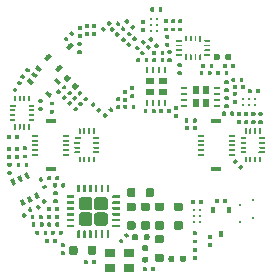
<source format=gtp>
G04 #@! TF.GenerationSoftware,KiCad,Pcbnew,5.0.2-bee76a0~70~ubuntu18.04.1*
G04 #@! TF.CreationDate,2019-07-22T04:32:19+02:00*
G04 #@! TF.ProjectId,mainboard,6d61696e-626f-4617-9264-2e6b69636164,rev?*
G04 #@! TF.SameCoordinates,Original*
G04 #@! TF.FileFunction,Paste,Top*
G04 #@! TF.FilePolarity,Positive*
%FSLAX46Y46*%
G04 Gerber Fmt 4.6, Leading zero omitted, Abs format (unit mm)*
G04 Created by KiCad (PCBNEW 5.0.2-bee76a0~70~ubuntu18.04.1) date Mo 22 Jul 2019 04:32:19 CEST*
%MOMM*%
%LPD*%
G01*
G04 APERTURE LIST*
%ADD10C,0.360000*%
%ADD11C,0.100000*%
%ADD12C,0.160000*%
%ADD13C,0.200000*%
%ADD14C,0.318000*%
%ADD15R,0.280000X0.280000*%
%ADD16C,1.130000*%
%ADD17R,0.600000X0.800000*%
%ADD18R,0.480000X0.200000*%
%ADD19R,0.200000X0.480000*%
%ADD20R,0.800000X0.600000*%
%ADD21R,0.504000X0.184000*%
%ADD22R,0.880000X0.304000*%
%ADD23C,0.106400*%
%ADD24C,0.472000*%
%ADD25C,0.700000*%
%ADD26C,0.320000*%
%ADD27R,0.960000X0.800000*%
%ADD28R,0.360000X0.560000*%
G04 APERTURE END LIST*
D10*
G04 #@! TO.C,U3*
X-7245166Y7471733D03*
D11*
G36*
X-7570435Y7401022D02*
X-7174455Y7797002D01*
X-6919897Y7542444D01*
X-7315877Y7146464D01*
X-7570435Y7401022D01*
X-7570435Y7401022D01*
G37*
D10*
X-6325927Y6552494D03*
D11*
G36*
X-6651196Y6481783D02*
X-6255216Y6877763D01*
X-6000658Y6623205D01*
X-6396638Y6227225D01*
X-6651196Y6481783D01*
X-6651196Y6481783D01*
G37*
D10*
X-5371333Y8426327D03*
D11*
G36*
X-5696602Y8355616D02*
X-5300622Y8751596D01*
X-5046064Y8497038D01*
X-5442044Y8101058D01*
X-5696602Y8355616D01*
X-5696602Y8355616D01*
G37*
G04 #@! TD*
D12*
G04 #@! TO.C,U10*
X3500000Y-8000000D03*
X3500000Y-8400000D03*
X3900000Y-8000000D03*
X3900000Y-8400000D03*
X4300000Y-8000000D03*
X4300000Y-8400000D03*
G04 #@! TD*
D13*
G04 #@! TO.C,Q3*
X5150000Y-6500000D03*
X5650000Y-6500000D03*
X5150000Y-6000000D03*
X5650000Y-6000000D03*
X5150000Y-5500000D03*
X5650000Y-5500000D03*
G04 #@! TD*
G04 #@! TO.C,Q2*
X10250000Y3400000D03*
X10250000Y3900000D03*
X9750000Y3400000D03*
X9750000Y3900000D03*
X9250000Y3400000D03*
X9250000Y3900000D03*
G04 #@! TD*
G04 #@! TO.C,Q1*
X1500000Y9650000D03*
X2000000Y9650000D03*
X1500000Y10150000D03*
X2000000Y10150000D03*
X1500000Y10650000D03*
X2000000Y10650000D03*
G04 #@! TD*
D11*
G04 #@! TO.C,C34*
G36*
X-2913407Y3172444D02*
X-2905689Y3171299D01*
X-2898121Y3169404D01*
X-2890776Y3166775D01*
X-2883723Y3163440D01*
X-2877031Y3159429D01*
X-2870765Y3154781D01*
X-2864984Y3149542D01*
X-2752554Y3037112D01*
X-2747315Y3031331D01*
X-2742667Y3025065D01*
X-2738656Y3018373D01*
X-2735321Y3011320D01*
X-2732692Y3003975D01*
X-2730797Y2996407D01*
X-2729652Y2988689D01*
X-2729269Y2980897D01*
X-2729652Y2973105D01*
X-2730797Y2965387D01*
X-2732692Y2957819D01*
X-2735321Y2950474D01*
X-2738656Y2943421D01*
X-2742667Y2936729D01*
X-2747315Y2930463D01*
X-2752554Y2924682D01*
X-2894682Y2782554D01*
X-2900463Y2777315D01*
X-2906729Y2772667D01*
X-2913421Y2768656D01*
X-2920474Y2765321D01*
X-2927819Y2762692D01*
X-2935387Y2760797D01*
X-2943105Y2759652D01*
X-2950897Y2759269D01*
X-2958689Y2759652D01*
X-2966407Y2760797D01*
X-2973975Y2762692D01*
X-2981320Y2765321D01*
X-2988373Y2768656D01*
X-2995065Y2772667D01*
X-3001331Y2777315D01*
X-3007112Y2782554D01*
X-3119542Y2894984D01*
X-3124781Y2900765D01*
X-3129429Y2907031D01*
X-3133440Y2913723D01*
X-3136775Y2920776D01*
X-3139404Y2928121D01*
X-3141299Y2935689D01*
X-3142444Y2943407D01*
X-3142827Y2951199D01*
X-3142444Y2958991D01*
X-3141299Y2966709D01*
X-3139404Y2974277D01*
X-3136775Y2981622D01*
X-3133440Y2988675D01*
X-3129429Y2995367D01*
X-3124781Y3001633D01*
X-3119542Y3007414D01*
X-2977414Y3149542D01*
X-2971633Y3154781D01*
X-2965367Y3159429D01*
X-2958675Y3163440D01*
X-2951622Y3166775D01*
X-2944277Y3169404D01*
X-2936709Y3171299D01*
X-2928991Y3172444D01*
X-2921199Y3172827D01*
X-2913407Y3172444D01*
X-2913407Y3172444D01*
G37*
D14*
X-2936048Y2966048D03*
D11*
G36*
X-3401311Y3660348D02*
X-3393593Y3659203D01*
X-3386025Y3657308D01*
X-3378680Y3654679D01*
X-3371627Y3651344D01*
X-3364935Y3647333D01*
X-3358669Y3642685D01*
X-3352888Y3637446D01*
X-3240458Y3525016D01*
X-3235219Y3519235D01*
X-3230571Y3512969D01*
X-3226560Y3506277D01*
X-3223225Y3499224D01*
X-3220596Y3491879D01*
X-3218701Y3484311D01*
X-3217556Y3476593D01*
X-3217173Y3468801D01*
X-3217556Y3461009D01*
X-3218701Y3453291D01*
X-3220596Y3445723D01*
X-3223225Y3438378D01*
X-3226560Y3431325D01*
X-3230571Y3424633D01*
X-3235219Y3418367D01*
X-3240458Y3412586D01*
X-3382586Y3270458D01*
X-3388367Y3265219D01*
X-3394633Y3260571D01*
X-3401325Y3256560D01*
X-3408378Y3253225D01*
X-3415723Y3250596D01*
X-3423291Y3248701D01*
X-3431009Y3247556D01*
X-3438801Y3247173D01*
X-3446593Y3247556D01*
X-3454311Y3248701D01*
X-3461879Y3250596D01*
X-3469224Y3253225D01*
X-3476277Y3256560D01*
X-3482969Y3260571D01*
X-3489235Y3265219D01*
X-3495016Y3270458D01*
X-3607446Y3382888D01*
X-3612685Y3388669D01*
X-3617333Y3394935D01*
X-3621344Y3401627D01*
X-3624679Y3408680D01*
X-3627308Y3416025D01*
X-3629203Y3423593D01*
X-3630348Y3431311D01*
X-3630731Y3439103D01*
X-3630348Y3446895D01*
X-3629203Y3454613D01*
X-3627308Y3462181D01*
X-3624679Y3469526D01*
X-3621344Y3476579D01*
X-3617333Y3483271D01*
X-3612685Y3489537D01*
X-3607446Y3495318D01*
X-3465318Y3637446D01*
X-3459537Y3642685D01*
X-3453271Y3647333D01*
X-3446579Y3651344D01*
X-3439526Y3654679D01*
X-3432181Y3657308D01*
X-3424613Y3659203D01*
X-3416895Y3660348D01*
X-3409103Y3660731D01*
X-3401311Y3660348D01*
X-3401311Y3660348D01*
G37*
D14*
X-3423952Y3453952D03*
G04 #@! TD*
D12*
G04 #@! TO.C,U7*
X-3887300Y3019903D03*
X-4170143Y2737060D03*
X-3604457Y2737060D03*
X-3887300Y2454217D03*
G04 #@! TD*
D11*
G04 #@! TO.C,R41*
G36*
X2372292Y11679617D02*
X2380010Y11678472D01*
X2387578Y11676577D01*
X2394923Y11673948D01*
X2401976Y11670613D01*
X2408668Y11666602D01*
X2414934Y11661954D01*
X2420715Y11656715D01*
X2425954Y11650934D01*
X2430602Y11644668D01*
X2434613Y11637976D01*
X2437948Y11630923D01*
X2440577Y11623578D01*
X2442472Y11616010D01*
X2443617Y11608292D01*
X2444000Y11600500D01*
X2444000Y11399500D01*
X2443617Y11391708D01*
X2442472Y11383990D01*
X2440577Y11376422D01*
X2437948Y11369077D01*
X2434613Y11362024D01*
X2430602Y11355332D01*
X2425954Y11349066D01*
X2420715Y11343285D01*
X2414934Y11338046D01*
X2408668Y11333398D01*
X2401976Y11329387D01*
X2394923Y11326052D01*
X2387578Y11323423D01*
X2380010Y11321528D01*
X2372292Y11320383D01*
X2364500Y11320000D01*
X2205500Y11320000D01*
X2197708Y11320383D01*
X2189990Y11321528D01*
X2182422Y11323423D01*
X2175077Y11326052D01*
X2168024Y11329387D01*
X2161332Y11333398D01*
X2155066Y11338046D01*
X2149285Y11343285D01*
X2144046Y11349066D01*
X2139398Y11355332D01*
X2135387Y11362024D01*
X2132052Y11369077D01*
X2129423Y11376422D01*
X2127528Y11383990D01*
X2126383Y11391708D01*
X2126000Y11399500D01*
X2126000Y11600500D01*
X2126383Y11608292D01*
X2127528Y11616010D01*
X2129423Y11623578D01*
X2132052Y11630923D01*
X2135387Y11637976D01*
X2139398Y11644668D01*
X2144046Y11650934D01*
X2149285Y11656715D01*
X2155066Y11661954D01*
X2161332Y11666602D01*
X2168024Y11670613D01*
X2175077Y11673948D01*
X2182422Y11676577D01*
X2189990Y11678472D01*
X2197708Y11679617D01*
X2205500Y11680000D01*
X2364500Y11680000D01*
X2372292Y11679617D01*
X2372292Y11679617D01*
G37*
D14*
X2285000Y11500000D03*
D11*
G36*
X1682292Y11679617D02*
X1690010Y11678472D01*
X1697578Y11676577D01*
X1704923Y11673948D01*
X1711976Y11670613D01*
X1718668Y11666602D01*
X1724934Y11661954D01*
X1730715Y11656715D01*
X1735954Y11650934D01*
X1740602Y11644668D01*
X1744613Y11637976D01*
X1747948Y11630923D01*
X1750577Y11623578D01*
X1752472Y11616010D01*
X1753617Y11608292D01*
X1754000Y11600500D01*
X1754000Y11399500D01*
X1753617Y11391708D01*
X1752472Y11383990D01*
X1750577Y11376422D01*
X1747948Y11369077D01*
X1744613Y11362024D01*
X1740602Y11355332D01*
X1735954Y11349066D01*
X1730715Y11343285D01*
X1724934Y11338046D01*
X1718668Y11333398D01*
X1711976Y11329387D01*
X1704923Y11326052D01*
X1697578Y11323423D01*
X1690010Y11321528D01*
X1682292Y11320383D01*
X1674500Y11320000D01*
X1515500Y11320000D01*
X1507708Y11320383D01*
X1499990Y11321528D01*
X1492422Y11323423D01*
X1485077Y11326052D01*
X1478024Y11329387D01*
X1471332Y11333398D01*
X1465066Y11338046D01*
X1459285Y11343285D01*
X1454046Y11349066D01*
X1449398Y11355332D01*
X1445387Y11362024D01*
X1442052Y11369077D01*
X1439423Y11376422D01*
X1437528Y11383990D01*
X1436383Y11391708D01*
X1436000Y11399500D01*
X1436000Y11600500D01*
X1436383Y11608292D01*
X1437528Y11616010D01*
X1439423Y11623578D01*
X1442052Y11630923D01*
X1445387Y11637976D01*
X1449398Y11644668D01*
X1454046Y11650934D01*
X1459285Y11656715D01*
X1465066Y11661954D01*
X1471332Y11666602D01*
X1478024Y11670613D01*
X1485077Y11673948D01*
X1492422Y11676577D01*
X1499990Y11678472D01*
X1507708Y11679617D01*
X1515500Y11680000D01*
X1674500Y11680000D01*
X1682292Y11679617D01*
X1682292Y11679617D01*
G37*
D14*
X1595000Y11500000D03*
G04 #@! TD*
D11*
G04 #@! TO.C,R43*
G36*
X9922292Y4769617D02*
X9930010Y4768472D01*
X9937578Y4766577D01*
X9944923Y4763948D01*
X9951976Y4760613D01*
X9958668Y4756602D01*
X9964934Y4751954D01*
X9970715Y4746715D01*
X9975954Y4740934D01*
X9980602Y4734668D01*
X9984613Y4727976D01*
X9987948Y4720923D01*
X9990577Y4713578D01*
X9992472Y4706010D01*
X9993617Y4698292D01*
X9994000Y4690500D01*
X9994000Y4489500D01*
X9993617Y4481708D01*
X9992472Y4473990D01*
X9990577Y4466422D01*
X9987948Y4459077D01*
X9984613Y4452024D01*
X9980602Y4445332D01*
X9975954Y4439066D01*
X9970715Y4433285D01*
X9964934Y4428046D01*
X9958668Y4423398D01*
X9951976Y4419387D01*
X9944923Y4416052D01*
X9937578Y4413423D01*
X9930010Y4411528D01*
X9922292Y4410383D01*
X9914500Y4410000D01*
X9755500Y4410000D01*
X9747708Y4410383D01*
X9739990Y4411528D01*
X9732422Y4413423D01*
X9725077Y4416052D01*
X9718024Y4419387D01*
X9711332Y4423398D01*
X9705066Y4428046D01*
X9699285Y4433285D01*
X9694046Y4439066D01*
X9689398Y4445332D01*
X9685387Y4452024D01*
X9682052Y4459077D01*
X9679423Y4466422D01*
X9677528Y4473990D01*
X9676383Y4481708D01*
X9676000Y4489500D01*
X9676000Y4690500D01*
X9676383Y4698292D01*
X9677528Y4706010D01*
X9679423Y4713578D01*
X9682052Y4720923D01*
X9685387Y4727976D01*
X9689398Y4734668D01*
X9694046Y4740934D01*
X9699285Y4746715D01*
X9705066Y4751954D01*
X9711332Y4756602D01*
X9718024Y4760613D01*
X9725077Y4763948D01*
X9732422Y4766577D01*
X9739990Y4768472D01*
X9747708Y4769617D01*
X9755500Y4770000D01*
X9914500Y4770000D01*
X9922292Y4769617D01*
X9922292Y4769617D01*
G37*
D14*
X9835000Y4590000D03*
D11*
G36*
X10612292Y4769617D02*
X10620010Y4768472D01*
X10627578Y4766577D01*
X10634923Y4763948D01*
X10641976Y4760613D01*
X10648668Y4756602D01*
X10654934Y4751954D01*
X10660715Y4746715D01*
X10665954Y4740934D01*
X10670602Y4734668D01*
X10674613Y4727976D01*
X10677948Y4720923D01*
X10680577Y4713578D01*
X10682472Y4706010D01*
X10683617Y4698292D01*
X10684000Y4690500D01*
X10684000Y4489500D01*
X10683617Y4481708D01*
X10682472Y4473990D01*
X10680577Y4466422D01*
X10677948Y4459077D01*
X10674613Y4452024D01*
X10670602Y4445332D01*
X10665954Y4439066D01*
X10660715Y4433285D01*
X10654934Y4428046D01*
X10648668Y4423398D01*
X10641976Y4419387D01*
X10634923Y4416052D01*
X10627578Y4413423D01*
X10620010Y4411528D01*
X10612292Y4410383D01*
X10604500Y4410000D01*
X10445500Y4410000D01*
X10437708Y4410383D01*
X10429990Y4411528D01*
X10422422Y4413423D01*
X10415077Y4416052D01*
X10408024Y4419387D01*
X10401332Y4423398D01*
X10395066Y4428046D01*
X10389285Y4433285D01*
X10384046Y4439066D01*
X10379398Y4445332D01*
X10375387Y4452024D01*
X10372052Y4459077D01*
X10369423Y4466422D01*
X10367528Y4473990D01*
X10366383Y4481708D01*
X10366000Y4489500D01*
X10366000Y4690500D01*
X10366383Y4698292D01*
X10367528Y4706010D01*
X10369423Y4713578D01*
X10372052Y4720923D01*
X10375387Y4727976D01*
X10379398Y4734668D01*
X10384046Y4740934D01*
X10389285Y4746715D01*
X10395066Y4751954D01*
X10401332Y4756602D01*
X10408024Y4760613D01*
X10415077Y4763948D01*
X10422422Y4766577D01*
X10429990Y4768472D01*
X10437708Y4769617D01*
X10445500Y4770000D01*
X10604500Y4770000D01*
X10612292Y4769617D01*
X10612292Y4769617D01*
G37*
D14*
X10525000Y4590000D03*
G04 #@! TD*
D15*
G04 #@! TO.C,D2*
X10140000Y-6125000D03*
X10140000Y-4675000D03*
G04 #@! TD*
D11*
G04 #@! TO.C,U1*
G36*
X-5052599Y-6750241D02*
X-5047745Y-6750961D01*
X-5042986Y-6752153D01*
X-5038366Y-6753806D01*
X-5033930Y-6755904D01*
X-5029721Y-6758427D01*
X-5025780Y-6761349D01*
X-5022145Y-6764645D01*
X-5018849Y-6768280D01*
X-5015927Y-6772221D01*
X-5013404Y-6776430D01*
X-5011306Y-6780866D01*
X-5009653Y-6785486D01*
X-5008461Y-6790245D01*
X-5007741Y-6795099D01*
X-5007500Y-6800000D01*
X-5007500Y-6900000D01*
X-5007741Y-6904901D01*
X-5008461Y-6909755D01*
X-5009653Y-6914514D01*
X-5011306Y-6919134D01*
X-5013404Y-6923570D01*
X-5015927Y-6927779D01*
X-5018849Y-6931720D01*
X-5022145Y-6935355D01*
X-5025780Y-6938651D01*
X-5029721Y-6941573D01*
X-5033930Y-6944096D01*
X-5038366Y-6946194D01*
X-5042986Y-6947847D01*
X-5047745Y-6949039D01*
X-5052599Y-6949759D01*
X-5057500Y-6950000D01*
X-5617500Y-6950000D01*
X-5622401Y-6949759D01*
X-5627255Y-6949039D01*
X-5632014Y-6947847D01*
X-5636634Y-6946194D01*
X-5641070Y-6944096D01*
X-5645279Y-6941573D01*
X-5649220Y-6938651D01*
X-5652855Y-6935355D01*
X-5656151Y-6931720D01*
X-5659073Y-6927779D01*
X-5661596Y-6923570D01*
X-5663694Y-6919134D01*
X-5665347Y-6914514D01*
X-5666539Y-6909755D01*
X-5667259Y-6904901D01*
X-5667500Y-6900000D01*
X-5667500Y-6800000D01*
X-5667259Y-6795099D01*
X-5666539Y-6790245D01*
X-5665347Y-6785486D01*
X-5663694Y-6780866D01*
X-5661596Y-6776430D01*
X-5659073Y-6772221D01*
X-5656151Y-6768280D01*
X-5652855Y-6764645D01*
X-5649220Y-6761349D01*
X-5645279Y-6758427D01*
X-5641070Y-6755904D01*
X-5636634Y-6753806D01*
X-5632014Y-6752153D01*
X-5627255Y-6750961D01*
X-5622401Y-6750241D01*
X-5617500Y-6750000D01*
X-5057500Y-6750000D01*
X-5052599Y-6750241D01*
X-5052599Y-6750241D01*
G37*
D13*
X-5337500Y-6850000D03*
D11*
G36*
X-5052599Y-6250241D02*
X-5047745Y-6250961D01*
X-5042986Y-6252153D01*
X-5038366Y-6253806D01*
X-5033930Y-6255904D01*
X-5029721Y-6258427D01*
X-5025780Y-6261349D01*
X-5022145Y-6264645D01*
X-5018849Y-6268280D01*
X-5015927Y-6272221D01*
X-5013404Y-6276430D01*
X-5011306Y-6280866D01*
X-5009653Y-6285486D01*
X-5008461Y-6290245D01*
X-5007741Y-6295099D01*
X-5007500Y-6300000D01*
X-5007500Y-6400000D01*
X-5007741Y-6404901D01*
X-5008461Y-6409755D01*
X-5009653Y-6414514D01*
X-5011306Y-6419134D01*
X-5013404Y-6423570D01*
X-5015927Y-6427779D01*
X-5018849Y-6431720D01*
X-5022145Y-6435355D01*
X-5025780Y-6438651D01*
X-5029721Y-6441573D01*
X-5033930Y-6444096D01*
X-5038366Y-6446194D01*
X-5042986Y-6447847D01*
X-5047745Y-6449039D01*
X-5052599Y-6449759D01*
X-5057500Y-6450000D01*
X-5617500Y-6450000D01*
X-5622401Y-6449759D01*
X-5627255Y-6449039D01*
X-5632014Y-6447847D01*
X-5636634Y-6446194D01*
X-5641070Y-6444096D01*
X-5645279Y-6441573D01*
X-5649220Y-6438651D01*
X-5652855Y-6435355D01*
X-5656151Y-6431720D01*
X-5659073Y-6427779D01*
X-5661596Y-6423570D01*
X-5663694Y-6419134D01*
X-5665347Y-6414514D01*
X-5666539Y-6409755D01*
X-5667259Y-6404901D01*
X-5667500Y-6400000D01*
X-5667500Y-6300000D01*
X-5667259Y-6295099D01*
X-5666539Y-6290245D01*
X-5665347Y-6285486D01*
X-5663694Y-6280866D01*
X-5661596Y-6276430D01*
X-5659073Y-6272221D01*
X-5656151Y-6268280D01*
X-5652855Y-6264645D01*
X-5649220Y-6261349D01*
X-5645279Y-6258427D01*
X-5641070Y-6255904D01*
X-5636634Y-6253806D01*
X-5632014Y-6252153D01*
X-5627255Y-6250961D01*
X-5622401Y-6250241D01*
X-5617500Y-6250000D01*
X-5057500Y-6250000D01*
X-5052599Y-6250241D01*
X-5052599Y-6250241D01*
G37*
D13*
X-5337500Y-6350000D03*
D11*
G36*
X-5052599Y-5750241D02*
X-5047745Y-5750961D01*
X-5042986Y-5752153D01*
X-5038366Y-5753806D01*
X-5033930Y-5755904D01*
X-5029721Y-5758427D01*
X-5025780Y-5761349D01*
X-5022145Y-5764645D01*
X-5018849Y-5768280D01*
X-5015927Y-5772221D01*
X-5013404Y-5776430D01*
X-5011306Y-5780866D01*
X-5009653Y-5785486D01*
X-5008461Y-5790245D01*
X-5007741Y-5795099D01*
X-5007500Y-5800000D01*
X-5007500Y-5900000D01*
X-5007741Y-5904901D01*
X-5008461Y-5909755D01*
X-5009653Y-5914514D01*
X-5011306Y-5919134D01*
X-5013404Y-5923570D01*
X-5015927Y-5927779D01*
X-5018849Y-5931720D01*
X-5022145Y-5935355D01*
X-5025780Y-5938651D01*
X-5029721Y-5941573D01*
X-5033930Y-5944096D01*
X-5038366Y-5946194D01*
X-5042986Y-5947847D01*
X-5047745Y-5949039D01*
X-5052599Y-5949759D01*
X-5057500Y-5950000D01*
X-5617500Y-5950000D01*
X-5622401Y-5949759D01*
X-5627255Y-5949039D01*
X-5632014Y-5947847D01*
X-5636634Y-5946194D01*
X-5641070Y-5944096D01*
X-5645279Y-5941573D01*
X-5649220Y-5938651D01*
X-5652855Y-5935355D01*
X-5656151Y-5931720D01*
X-5659073Y-5927779D01*
X-5661596Y-5923570D01*
X-5663694Y-5919134D01*
X-5665347Y-5914514D01*
X-5666539Y-5909755D01*
X-5667259Y-5904901D01*
X-5667500Y-5900000D01*
X-5667500Y-5800000D01*
X-5667259Y-5795099D01*
X-5666539Y-5790245D01*
X-5665347Y-5785486D01*
X-5663694Y-5780866D01*
X-5661596Y-5776430D01*
X-5659073Y-5772221D01*
X-5656151Y-5768280D01*
X-5652855Y-5764645D01*
X-5649220Y-5761349D01*
X-5645279Y-5758427D01*
X-5641070Y-5755904D01*
X-5636634Y-5753806D01*
X-5632014Y-5752153D01*
X-5627255Y-5750961D01*
X-5622401Y-5750241D01*
X-5617500Y-5750000D01*
X-5057500Y-5750000D01*
X-5052599Y-5750241D01*
X-5052599Y-5750241D01*
G37*
D13*
X-5337500Y-5850000D03*
D11*
G36*
X-5052599Y-5250241D02*
X-5047745Y-5250961D01*
X-5042986Y-5252153D01*
X-5038366Y-5253806D01*
X-5033930Y-5255904D01*
X-5029721Y-5258427D01*
X-5025780Y-5261349D01*
X-5022145Y-5264645D01*
X-5018849Y-5268280D01*
X-5015927Y-5272221D01*
X-5013404Y-5276430D01*
X-5011306Y-5280866D01*
X-5009653Y-5285486D01*
X-5008461Y-5290245D01*
X-5007741Y-5295099D01*
X-5007500Y-5300000D01*
X-5007500Y-5400000D01*
X-5007741Y-5404901D01*
X-5008461Y-5409755D01*
X-5009653Y-5414514D01*
X-5011306Y-5419134D01*
X-5013404Y-5423570D01*
X-5015927Y-5427779D01*
X-5018849Y-5431720D01*
X-5022145Y-5435355D01*
X-5025780Y-5438651D01*
X-5029721Y-5441573D01*
X-5033930Y-5444096D01*
X-5038366Y-5446194D01*
X-5042986Y-5447847D01*
X-5047745Y-5449039D01*
X-5052599Y-5449759D01*
X-5057500Y-5450000D01*
X-5617500Y-5450000D01*
X-5622401Y-5449759D01*
X-5627255Y-5449039D01*
X-5632014Y-5447847D01*
X-5636634Y-5446194D01*
X-5641070Y-5444096D01*
X-5645279Y-5441573D01*
X-5649220Y-5438651D01*
X-5652855Y-5435355D01*
X-5656151Y-5431720D01*
X-5659073Y-5427779D01*
X-5661596Y-5423570D01*
X-5663694Y-5419134D01*
X-5665347Y-5414514D01*
X-5666539Y-5409755D01*
X-5667259Y-5404901D01*
X-5667500Y-5400000D01*
X-5667500Y-5300000D01*
X-5667259Y-5295099D01*
X-5666539Y-5290245D01*
X-5665347Y-5285486D01*
X-5663694Y-5280866D01*
X-5661596Y-5276430D01*
X-5659073Y-5272221D01*
X-5656151Y-5268280D01*
X-5652855Y-5264645D01*
X-5649220Y-5261349D01*
X-5645279Y-5258427D01*
X-5641070Y-5255904D01*
X-5636634Y-5253806D01*
X-5632014Y-5252153D01*
X-5627255Y-5250961D01*
X-5622401Y-5250241D01*
X-5617500Y-5250000D01*
X-5057500Y-5250000D01*
X-5052599Y-5250241D01*
X-5052599Y-5250241D01*
G37*
D13*
X-5337500Y-5350000D03*
D11*
G36*
X-5052599Y-4750241D02*
X-5047745Y-4750961D01*
X-5042986Y-4752153D01*
X-5038366Y-4753806D01*
X-5033930Y-4755904D01*
X-5029721Y-4758427D01*
X-5025780Y-4761349D01*
X-5022145Y-4764645D01*
X-5018849Y-4768280D01*
X-5015927Y-4772221D01*
X-5013404Y-4776430D01*
X-5011306Y-4780866D01*
X-5009653Y-4785486D01*
X-5008461Y-4790245D01*
X-5007741Y-4795099D01*
X-5007500Y-4800000D01*
X-5007500Y-4900000D01*
X-5007741Y-4904901D01*
X-5008461Y-4909755D01*
X-5009653Y-4914514D01*
X-5011306Y-4919134D01*
X-5013404Y-4923570D01*
X-5015927Y-4927779D01*
X-5018849Y-4931720D01*
X-5022145Y-4935355D01*
X-5025780Y-4938651D01*
X-5029721Y-4941573D01*
X-5033930Y-4944096D01*
X-5038366Y-4946194D01*
X-5042986Y-4947847D01*
X-5047745Y-4949039D01*
X-5052599Y-4949759D01*
X-5057500Y-4950000D01*
X-5617500Y-4950000D01*
X-5622401Y-4949759D01*
X-5627255Y-4949039D01*
X-5632014Y-4947847D01*
X-5636634Y-4946194D01*
X-5641070Y-4944096D01*
X-5645279Y-4941573D01*
X-5649220Y-4938651D01*
X-5652855Y-4935355D01*
X-5656151Y-4931720D01*
X-5659073Y-4927779D01*
X-5661596Y-4923570D01*
X-5663694Y-4919134D01*
X-5665347Y-4914514D01*
X-5666539Y-4909755D01*
X-5667259Y-4904901D01*
X-5667500Y-4900000D01*
X-5667500Y-4800000D01*
X-5667259Y-4795099D01*
X-5666539Y-4790245D01*
X-5665347Y-4785486D01*
X-5663694Y-4780866D01*
X-5661596Y-4776430D01*
X-5659073Y-4772221D01*
X-5656151Y-4768280D01*
X-5652855Y-4764645D01*
X-5649220Y-4761349D01*
X-5645279Y-4758427D01*
X-5641070Y-4755904D01*
X-5636634Y-4753806D01*
X-5632014Y-4752153D01*
X-5627255Y-4750961D01*
X-5622401Y-4750241D01*
X-5617500Y-4750000D01*
X-5057500Y-4750000D01*
X-5052599Y-4750241D01*
X-5052599Y-4750241D01*
G37*
D13*
X-5337500Y-4850000D03*
D11*
G36*
X-5052599Y-4250241D02*
X-5047745Y-4250961D01*
X-5042986Y-4252153D01*
X-5038366Y-4253806D01*
X-5033930Y-4255904D01*
X-5029721Y-4258427D01*
X-5025780Y-4261349D01*
X-5022145Y-4264645D01*
X-5018849Y-4268280D01*
X-5015927Y-4272221D01*
X-5013404Y-4276430D01*
X-5011306Y-4280866D01*
X-5009653Y-4285486D01*
X-5008461Y-4290245D01*
X-5007741Y-4295099D01*
X-5007500Y-4300000D01*
X-5007500Y-4400000D01*
X-5007741Y-4404901D01*
X-5008461Y-4409755D01*
X-5009653Y-4414514D01*
X-5011306Y-4419134D01*
X-5013404Y-4423570D01*
X-5015927Y-4427779D01*
X-5018849Y-4431720D01*
X-5022145Y-4435355D01*
X-5025780Y-4438651D01*
X-5029721Y-4441573D01*
X-5033930Y-4444096D01*
X-5038366Y-4446194D01*
X-5042986Y-4447847D01*
X-5047745Y-4449039D01*
X-5052599Y-4449759D01*
X-5057500Y-4450000D01*
X-5617500Y-4450000D01*
X-5622401Y-4449759D01*
X-5627255Y-4449039D01*
X-5632014Y-4447847D01*
X-5636634Y-4446194D01*
X-5641070Y-4444096D01*
X-5645279Y-4441573D01*
X-5649220Y-4438651D01*
X-5652855Y-4435355D01*
X-5656151Y-4431720D01*
X-5659073Y-4427779D01*
X-5661596Y-4423570D01*
X-5663694Y-4419134D01*
X-5665347Y-4414514D01*
X-5666539Y-4409755D01*
X-5667259Y-4404901D01*
X-5667500Y-4400000D01*
X-5667500Y-4300000D01*
X-5667259Y-4295099D01*
X-5666539Y-4290245D01*
X-5665347Y-4285486D01*
X-5663694Y-4280866D01*
X-5661596Y-4276430D01*
X-5659073Y-4272221D01*
X-5656151Y-4268280D01*
X-5652855Y-4264645D01*
X-5649220Y-4261349D01*
X-5645279Y-4258427D01*
X-5641070Y-4255904D01*
X-5636634Y-4253806D01*
X-5632014Y-4252153D01*
X-5627255Y-4250961D01*
X-5622401Y-4250241D01*
X-5617500Y-4250000D01*
X-5057500Y-4250000D01*
X-5052599Y-4250241D01*
X-5052599Y-4250241D01*
G37*
D13*
X-5337500Y-4350000D03*
D11*
G36*
X-4595099Y-3332741D02*
X-4590245Y-3333461D01*
X-4585486Y-3334653D01*
X-4580866Y-3336306D01*
X-4576430Y-3338404D01*
X-4572221Y-3340927D01*
X-4568280Y-3343849D01*
X-4564645Y-3347145D01*
X-4561349Y-3350780D01*
X-4558427Y-3354721D01*
X-4555904Y-3358930D01*
X-4553806Y-3363366D01*
X-4552153Y-3367986D01*
X-4550961Y-3372745D01*
X-4550241Y-3377599D01*
X-4550000Y-3382500D01*
X-4550000Y-3942500D01*
X-4550241Y-3947401D01*
X-4550961Y-3952255D01*
X-4552153Y-3957014D01*
X-4553806Y-3961634D01*
X-4555904Y-3966070D01*
X-4558427Y-3970279D01*
X-4561349Y-3974220D01*
X-4564645Y-3977855D01*
X-4568280Y-3981151D01*
X-4572221Y-3984073D01*
X-4576430Y-3986596D01*
X-4580866Y-3988694D01*
X-4585486Y-3990347D01*
X-4590245Y-3991539D01*
X-4595099Y-3992259D01*
X-4600000Y-3992500D01*
X-4700000Y-3992500D01*
X-4704901Y-3992259D01*
X-4709755Y-3991539D01*
X-4714514Y-3990347D01*
X-4719134Y-3988694D01*
X-4723570Y-3986596D01*
X-4727779Y-3984073D01*
X-4731720Y-3981151D01*
X-4735355Y-3977855D01*
X-4738651Y-3974220D01*
X-4741573Y-3970279D01*
X-4744096Y-3966070D01*
X-4746194Y-3961634D01*
X-4747847Y-3957014D01*
X-4749039Y-3952255D01*
X-4749759Y-3947401D01*
X-4750000Y-3942500D01*
X-4750000Y-3382500D01*
X-4749759Y-3377599D01*
X-4749039Y-3372745D01*
X-4747847Y-3367986D01*
X-4746194Y-3363366D01*
X-4744096Y-3358930D01*
X-4741573Y-3354721D01*
X-4738651Y-3350780D01*
X-4735355Y-3347145D01*
X-4731720Y-3343849D01*
X-4727779Y-3340927D01*
X-4723570Y-3338404D01*
X-4719134Y-3336306D01*
X-4714514Y-3334653D01*
X-4709755Y-3333461D01*
X-4704901Y-3332741D01*
X-4700000Y-3332500D01*
X-4600000Y-3332500D01*
X-4595099Y-3332741D01*
X-4595099Y-3332741D01*
G37*
D13*
X-4650000Y-3662500D03*
D11*
G36*
X-4095099Y-3332741D02*
X-4090245Y-3333461D01*
X-4085486Y-3334653D01*
X-4080866Y-3336306D01*
X-4076430Y-3338404D01*
X-4072221Y-3340927D01*
X-4068280Y-3343849D01*
X-4064645Y-3347145D01*
X-4061349Y-3350780D01*
X-4058427Y-3354721D01*
X-4055904Y-3358930D01*
X-4053806Y-3363366D01*
X-4052153Y-3367986D01*
X-4050961Y-3372745D01*
X-4050241Y-3377599D01*
X-4050000Y-3382500D01*
X-4050000Y-3942500D01*
X-4050241Y-3947401D01*
X-4050961Y-3952255D01*
X-4052153Y-3957014D01*
X-4053806Y-3961634D01*
X-4055904Y-3966070D01*
X-4058427Y-3970279D01*
X-4061349Y-3974220D01*
X-4064645Y-3977855D01*
X-4068280Y-3981151D01*
X-4072221Y-3984073D01*
X-4076430Y-3986596D01*
X-4080866Y-3988694D01*
X-4085486Y-3990347D01*
X-4090245Y-3991539D01*
X-4095099Y-3992259D01*
X-4100000Y-3992500D01*
X-4200000Y-3992500D01*
X-4204901Y-3992259D01*
X-4209755Y-3991539D01*
X-4214514Y-3990347D01*
X-4219134Y-3988694D01*
X-4223570Y-3986596D01*
X-4227779Y-3984073D01*
X-4231720Y-3981151D01*
X-4235355Y-3977855D01*
X-4238651Y-3974220D01*
X-4241573Y-3970279D01*
X-4244096Y-3966070D01*
X-4246194Y-3961634D01*
X-4247847Y-3957014D01*
X-4249039Y-3952255D01*
X-4249759Y-3947401D01*
X-4250000Y-3942500D01*
X-4250000Y-3382500D01*
X-4249759Y-3377599D01*
X-4249039Y-3372745D01*
X-4247847Y-3367986D01*
X-4246194Y-3363366D01*
X-4244096Y-3358930D01*
X-4241573Y-3354721D01*
X-4238651Y-3350780D01*
X-4235355Y-3347145D01*
X-4231720Y-3343849D01*
X-4227779Y-3340927D01*
X-4223570Y-3338404D01*
X-4219134Y-3336306D01*
X-4214514Y-3334653D01*
X-4209755Y-3333461D01*
X-4204901Y-3332741D01*
X-4200000Y-3332500D01*
X-4100000Y-3332500D01*
X-4095099Y-3332741D01*
X-4095099Y-3332741D01*
G37*
D13*
X-4150000Y-3662500D03*
D11*
G36*
X-3595099Y-3332741D02*
X-3590245Y-3333461D01*
X-3585486Y-3334653D01*
X-3580866Y-3336306D01*
X-3576430Y-3338404D01*
X-3572221Y-3340927D01*
X-3568280Y-3343849D01*
X-3564645Y-3347145D01*
X-3561349Y-3350780D01*
X-3558427Y-3354721D01*
X-3555904Y-3358930D01*
X-3553806Y-3363366D01*
X-3552153Y-3367986D01*
X-3550961Y-3372745D01*
X-3550241Y-3377599D01*
X-3550000Y-3382500D01*
X-3550000Y-3942500D01*
X-3550241Y-3947401D01*
X-3550961Y-3952255D01*
X-3552153Y-3957014D01*
X-3553806Y-3961634D01*
X-3555904Y-3966070D01*
X-3558427Y-3970279D01*
X-3561349Y-3974220D01*
X-3564645Y-3977855D01*
X-3568280Y-3981151D01*
X-3572221Y-3984073D01*
X-3576430Y-3986596D01*
X-3580866Y-3988694D01*
X-3585486Y-3990347D01*
X-3590245Y-3991539D01*
X-3595099Y-3992259D01*
X-3600000Y-3992500D01*
X-3700000Y-3992500D01*
X-3704901Y-3992259D01*
X-3709755Y-3991539D01*
X-3714514Y-3990347D01*
X-3719134Y-3988694D01*
X-3723570Y-3986596D01*
X-3727779Y-3984073D01*
X-3731720Y-3981151D01*
X-3735355Y-3977855D01*
X-3738651Y-3974220D01*
X-3741573Y-3970279D01*
X-3744096Y-3966070D01*
X-3746194Y-3961634D01*
X-3747847Y-3957014D01*
X-3749039Y-3952255D01*
X-3749759Y-3947401D01*
X-3750000Y-3942500D01*
X-3750000Y-3382500D01*
X-3749759Y-3377599D01*
X-3749039Y-3372745D01*
X-3747847Y-3367986D01*
X-3746194Y-3363366D01*
X-3744096Y-3358930D01*
X-3741573Y-3354721D01*
X-3738651Y-3350780D01*
X-3735355Y-3347145D01*
X-3731720Y-3343849D01*
X-3727779Y-3340927D01*
X-3723570Y-3338404D01*
X-3719134Y-3336306D01*
X-3714514Y-3334653D01*
X-3709755Y-3333461D01*
X-3704901Y-3332741D01*
X-3700000Y-3332500D01*
X-3600000Y-3332500D01*
X-3595099Y-3332741D01*
X-3595099Y-3332741D01*
G37*
D13*
X-3650000Y-3662500D03*
D11*
G36*
X-3095099Y-3332741D02*
X-3090245Y-3333461D01*
X-3085486Y-3334653D01*
X-3080866Y-3336306D01*
X-3076430Y-3338404D01*
X-3072221Y-3340927D01*
X-3068280Y-3343849D01*
X-3064645Y-3347145D01*
X-3061349Y-3350780D01*
X-3058427Y-3354721D01*
X-3055904Y-3358930D01*
X-3053806Y-3363366D01*
X-3052153Y-3367986D01*
X-3050961Y-3372745D01*
X-3050241Y-3377599D01*
X-3050000Y-3382500D01*
X-3050000Y-3942500D01*
X-3050241Y-3947401D01*
X-3050961Y-3952255D01*
X-3052153Y-3957014D01*
X-3053806Y-3961634D01*
X-3055904Y-3966070D01*
X-3058427Y-3970279D01*
X-3061349Y-3974220D01*
X-3064645Y-3977855D01*
X-3068280Y-3981151D01*
X-3072221Y-3984073D01*
X-3076430Y-3986596D01*
X-3080866Y-3988694D01*
X-3085486Y-3990347D01*
X-3090245Y-3991539D01*
X-3095099Y-3992259D01*
X-3100000Y-3992500D01*
X-3200000Y-3992500D01*
X-3204901Y-3992259D01*
X-3209755Y-3991539D01*
X-3214514Y-3990347D01*
X-3219134Y-3988694D01*
X-3223570Y-3986596D01*
X-3227779Y-3984073D01*
X-3231720Y-3981151D01*
X-3235355Y-3977855D01*
X-3238651Y-3974220D01*
X-3241573Y-3970279D01*
X-3244096Y-3966070D01*
X-3246194Y-3961634D01*
X-3247847Y-3957014D01*
X-3249039Y-3952255D01*
X-3249759Y-3947401D01*
X-3250000Y-3942500D01*
X-3250000Y-3382500D01*
X-3249759Y-3377599D01*
X-3249039Y-3372745D01*
X-3247847Y-3367986D01*
X-3246194Y-3363366D01*
X-3244096Y-3358930D01*
X-3241573Y-3354721D01*
X-3238651Y-3350780D01*
X-3235355Y-3347145D01*
X-3231720Y-3343849D01*
X-3227779Y-3340927D01*
X-3223570Y-3338404D01*
X-3219134Y-3336306D01*
X-3214514Y-3334653D01*
X-3209755Y-3333461D01*
X-3204901Y-3332741D01*
X-3200000Y-3332500D01*
X-3100000Y-3332500D01*
X-3095099Y-3332741D01*
X-3095099Y-3332741D01*
G37*
D13*
X-3150000Y-3662500D03*
D11*
G36*
X-2595099Y-3332741D02*
X-2590245Y-3333461D01*
X-2585486Y-3334653D01*
X-2580866Y-3336306D01*
X-2576430Y-3338404D01*
X-2572221Y-3340927D01*
X-2568280Y-3343849D01*
X-2564645Y-3347145D01*
X-2561349Y-3350780D01*
X-2558427Y-3354721D01*
X-2555904Y-3358930D01*
X-2553806Y-3363366D01*
X-2552153Y-3367986D01*
X-2550961Y-3372745D01*
X-2550241Y-3377599D01*
X-2550000Y-3382500D01*
X-2550000Y-3942500D01*
X-2550241Y-3947401D01*
X-2550961Y-3952255D01*
X-2552153Y-3957014D01*
X-2553806Y-3961634D01*
X-2555904Y-3966070D01*
X-2558427Y-3970279D01*
X-2561349Y-3974220D01*
X-2564645Y-3977855D01*
X-2568280Y-3981151D01*
X-2572221Y-3984073D01*
X-2576430Y-3986596D01*
X-2580866Y-3988694D01*
X-2585486Y-3990347D01*
X-2590245Y-3991539D01*
X-2595099Y-3992259D01*
X-2600000Y-3992500D01*
X-2700000Y-3992500D01*
X-2704901Y-3992259D01*
X-2709755Y-3991539D01*
X-2714514Y-3990347D01*
X-2719134Y-3988694D01*
X-2723570Y-3986596D01*
X-2727779Y-3984073D01*
X-2731720Y-3981151D01*
X-2735355Y-3977855D01*
X-2738651Y-3974220D01*
X-2741573Y-3970279D01*
X-2744096Y-3966070D01*
X-2746194Y-3961634D01*
X-2747847Y-3957014D01*
X-2749039Y-3952255D01*
X-2749759Y-3947401D01*
X-2750000Y-3942500D01*
X-2750000Y-3382500D01*
X-2749759Y-3377599D01*
X-2749039Y-3372745D01*
X-2747847Y-3367986D01*
X-2746194Y-3363366D01*
X-2744096Y-3358930D01*
X-2741573Y-3354721D01*
X-2738651Y-3350780D01*
X-2735355Y-3347145D01*
X-2731720Y-3343849D01*
X-2727779Y-3340927D01*
X-2723570Y-3338404D01*
X-2719134Y-3336306D01*
X-2714514Y-3334653D01*
X-2709755Y-3333461D01*
X-2704901Y-3332741D01*
X-2700000Y-3332500D01*
X-2600000Y-3332500D01*
X-2595099Y-3332741D01*
X-2595099Y-3332741D01*
G37*
D13*
X-2650000Y-3662500D03*
D11*
G36*
X-2095099Y-3332741D02*
X-2090245Y-3333461D01*
X-2085486Y-3334653D01*
X-2080866Y-3336306D01*
X-2076430Y-3338404D01*
X-2072221Y-3340927D01*
X-2068280Y-3343849D01*
X-2064645Y-3347145D01*
X-2061349Y-3350780D01*
X-2058427Y-3354721D01*
X-2055904Y-3358930D01*
X-2053806Y-3363366D01*
X-2052153Y-3367986D01*
X-2050961Y-3372745D01*
X-2050241Y-3377599D01*
X-2050000Y-3382500D01*
X-2050000Y-3942500D01*
X-2050241Y-3947401D01*
X-2050961Y-3952255D01*
X-2052153Y-3957014D01*
X-2053806Y-3961634D01*
X-2055904Y-3966070D01*
X-2058427Y-3970279D01*
X-2061349Y-3974220D01*
X-2064645Y-3977855D01*
X-2068280Y-3981151D01*
X-2072221Y-3984073D01*
X-2076430Y-3986596D01*
X-2080866Y-3988694D01*
X-2085486Y-3990347D01*
X-2090245Y-3991539D01*
X-2095099Y-3992259D01*
X-2100000Y-3992500D01*
X-2200000Y-3992500D01*
X-2204901Y-3992259D01*
X-2209755Y-3991539D01*
X-2214514Y-3990347D01*
X-2219134Y-3988694D01*
X-2223570Y-3986596D01*
X-2227779Y-3984073D01*
X-2231720Y-3981151D01*
X-2235355Y-3977855D01*
X-2238651Y-3974220D01*
X-2241573Y-3970279D01*
X-2244096Y-3966070D01*
X-2246194Y-3961634D01*
X-2247847Y-3957014D01*
X-2249039Y-3952255D01*
X-2249759Y-3947401D01*
X-2250000Y-3942500D01*
X-2250000Y-3382500D01*
X-2249759Y-3377599D01*
X-2249039Y-3372745D01*
X-2247847Y-3367986D01*
X-2246194Y-3363366D01*
X-2244096Y-3358930D01*
X-2241573Y-3354721D01*
X-2238651Y-3350780D01*
X-2235355Y-3347145D01*
X-2231720Y-3343849D01*
X-2227779Y-3340927D01*
X-2223570Y-3338404D01*
X-2219134Y-3336306D01*
X-2214514Y-3334653D01*
X-2209755Y-3333461D01*
X-2204901Y-3332741D01*
X-2200000Y-3332500D01*
X-2100000Y-3332500D01*
X-2095099Y-3332741D01*
X-2095099Y-3332741D01*
G37*
D13*
X-2150000Y-3662500D03*
D11*
G36*
X-1177599Y-4250241D02*
X-1172745Y-4250961D01*
X-1167986Y-4252153D01*
X-1163366Y-4253806D01*
X-1158930Y-4255904D01*
X-1154721Y-4258427D01*
X-1150780Y-4261349D01*
X-1147145Y-4264645D01*
X-1143849Y-4268280D01*
X-1140927Y-4272221D01*
X-1138404Y-4276430D01*
X-1136306Y-4280866D01*
X-1134653Y-4285486D01*
X-1133461Y-4290245D01*
X-1132741Y-4295099D01*
X-1132500Y-4300000D01*
X-1132500Y-4400000D01*
X-1132741Y-4404901D01*
X-1133461Y-4409755D01*
X-1134653Y-4414514D01*
X-1136306Y-4419134D01*
X-1138404Y-4423570D01*
X-1140927Y-4427779D01*
X-1143849Y-4431720D01*
X-1147145Y-4435355D01*
X-1150780Y-4438651D01*
X-1154721Y-4441573D01*
X-1158930Y-4444096D01*
X-1163366Y-4446194D01*
X-1167986Y-4447847D01*
X-1172745Y-4449039D01*
X-1177599Y-4449759D01*
X-1182500Y-4450000D01*
X-1742500Y-4450000D01*
X-1747401Y-4449759D01*
X-1752255Y-4449039D01*
X-1757014Y-4447847D01*
X-1761634Y-4446194D01*
X-1766070Y-4444096D01*
X-1770279Y-4441573D01*
X-1774220Y-4438651D01*
X-1777855Y-4435355D01*
X-1781151Y-4431720D01*
X-1784073Y-4427779D01*
X-1786596Y-4423570D01*
X-1788694Y-4419134D01*
X-1790347Y-4414514D01*
X-1791539Y-4409755D01*
X-1792259Y-4404901D01*
X-1792500Y-4400000D01*
X-1792500Y-4300000D01*
X-1792259Y-4295099D01*
X-1791539Y-4290245D01*
X-1790347Y-4285486D01*
X-1788694Y-4280866D01*
X-1786596Y-4276430D01*
X-1784073Y-4272221D01*
X-1781151Y-4268280D01*
X-1777855Y-4264645D01*
X-1774220Y-4261349D01*
X-1770279Y-4258427D01*
X-1766070Y-4255904D01*
X-1761634Y-4253806D01*
X-1757014Y-4252153D01*
X-1752255Y-4250961D01*
X-1747401Y-4250241D01*
X-1742500Y-4250000D01*
X-1182500Y-4250000D01*
X-1177599Y-4250241D01*
X-1177599Y-4250241D01*
G37*
D13*
X-1462500Y-4350000D03*
D11*
G36*
X-1177599Y-4750241D02*
X-1172745Y-4750961D01*
X-1167986Y-4752153D01*
X-1163366Y-4753806D01*
X-1158930Y-4755904D01*
X-1154721Y-4758427D01*
X-1150780Y-4761349D01*
X-1147145Y-4764645D01*
X-1143849Y-4768280D01*
X-1140927Y-4772221D01*
X-1138404Y-4776430D01*
X-1136306Y-4780866D01*
X-1134653Y-4785486D01*
X-1133461Y-4790245D01*
X-1132741Y-4795099D01*
X-1132500Y-4800000D01*
X-1132500Y-4900000D01*
X-1132741Y-4904901D01*
X-1133461Y-4909755D01*
X-1134653Y-4914514D01*
X-1136306Y-4919134D01*
X-1138404Y-4923570D01*
X-1140927Y-4927779D01*
X-1143849Y-4931720D01*
X-1147145Y-4935355D01*
X-1150780Y-4938651D01*
X-1154721Y-4941573D01*
X-1158930Y-4944096D01*
X-1163366Y-4946194D01*
X-1167986Y-4947847D01*
X-1172745Y-4949039D01*
X-1177599Y-4949759D01*
X-1182500Y-4950000D01*
X-1742500Y-4950000D01*
X-1747401Y-4949759D01*
X-1752255Y-4949039D01*
X-1757014Y-4947847D01*
X-1761634Y-4946194D01*
X-1766070Y-4944096D01*
X-1770279Y-4941573D01*
X-1774220Y-4938651D01*
X-1777855Y-4935355D01*
X-1781151Y-4931720D01*
X-1784073Y-4927779D01*
X-1786596Y-4923570D01*
X-1788694Y-4919134D01*
X-1790347Y-4914514D01*
X-1791539Y-4909755D01*
X-1792259Y-4904901D01*
X-1792500Y-4900000D01*
X-1792500Y-4800000D01*
X-1792259Y-4795099D01*
X-1791539Y-4790245D01*
X-1790347Y-4785486D01*
X-1788694Y-4780866D01*
X-1786596Y-4776430D01*
X-1784073Y-4772221D01*
X-1781151Y-4768280D01*
X-1777855Y-4764645D01*
X-1774220Y-4761349D01*
X-1770279Y-4758427D01*
X-1766070Y-4755904D01*
X-1761634Y-4753806D01*
X-1757014Y-4752153D01*
X-1752255Y-4750961D01*
X-1747401Y-4750241D01*
X-1742500Y-4750000D01*
X-1182500Y-4750000D01*
X-1177599Y-4750241D01*
X-1177599Y-4750241D01*
G37*
D13*
X-1462500Y-4850000D03*
D11*
G36*
X-1177599Y-5250241D02*
X-1172745Y-5250961D01*
X-1167986Y-5252153D01*
X-1163366Y-5253806D01*
X-1158930Y-5255904D01*
X-1154721Y-5258427D01*
X-1150780Y-5261349D01*
X-1147145Y-5264645D01*
X-1143849Y-5268280D01*
X-1140927Y-5272221D01*
X-1138404Y-5276430D01*
X-1136306Y-5280866D01*
X-1134653Y-5285486D01*
X-1133461Y-5290245D01*
X-1132741Y-5295099D01*
X-1132500Y-5300000D01*
X-1132500Y-5400000D01*
X-1132741Y-5404901D01*
X-1133461Y-5409755D01*
X-1134653Y-5414514D01*
X-1136306Y-5419134D01*
X-1138404Y-5423570D01*
X-1140927Y-5427779D01*
X-1143849Y-5431720D01*
X-1147145Y-5435355D01*
X-1150780Y-5438651D01*
X-1154721Y-5441573D01*
X-1158930Y-5444096D01*
X-1163366Y-5446194D01*
X-1167986Y-5447847D01*
X-1172745Y-5449039D01*
X-1177599Y-5449759D01*
X-1182500Y-5450000D01*
X-1742500Y-5450000D01*
X-1747401Y-5449759D01*
X-1752255Y-5449039D01*
X-1757014Y-5447847D01*
X-1761634Y-5446194D01*
X-1766070Y-5444096D01*
X-1770279Y-5441573D01*
X-1774220Y-5438651D01*
X-1777855Y-5435355D01*
X-1781151Y-5431720D01*
X-1784073Y-5427779D01*
X-1786596Y-5423570D01*
X-1788694Y-5419134D01*
X-1790347Y-5414514D01*
X-1791539Y-5409755D01*
X-1792259Y-5404901D01*
X-1792500Y-5400000D01*
X-1792500Y-5300000D01*
X-1792259Y-5295099D01*
X-1791539Y-5290245D01*
X-1790347Y-5285486D01*
X-1788694Y-5280866D01*
X-1786596Y-5276430D01*
X-1784073Y-5272221D01*
X-1781151Y-5268280D01*
X-1777855Y-5264645D01*
X-1774220Y-5261349D01*
X-1770279Y-5258427D01*
X-1766070Y-5255904D01*
X-1761634Y-5253806D01*
X-1757014Y-5252153D01*
X-1752255Y-5250961D01*
X-1747401Y-5250241D01*
X-1742500Y-5250000D01*
X-1182500Y-5250000D01*
X-1177599Y-5250241D01*
X-1177599Y-5250241D01*
G37*
D13*
X-1462500Y-5350000D03*
D11*
G36*
X-1177599Y-5750241D02*
X-1172745Y-5750961D01*
X-1167986Y-5752153D01*
X-1163366Y-5753806D01*
X-1158930Y-5755904D01*
X-1154721Y-5758427D01*
X-1150780Y-5761349D01*
X-1147145Y-5764645D01*
X-1143849Y-5768280D01*
X-1140927Y-5772221D01*
X-1138404Y-5776430D01*
X-1136306Y-5780866D01*
X-1134653Y-5785486D01*
X-1133461Y-5790245D01*
X-1132741Y-5795099D01*
X-1132500Y-5800000D01*
X-1132500Y-5900000D01*
X-1132741Y-5904901D01*
X-1133461Y-5909755D01*
X-1134653Y-5914514D01*
X-1136306Y-5919134D01*
X-1138404Y-5923570D01*
X-1140927Y-5927779D01*
X-1143849Y-5931720D01*
X-1147145Y-5935355D01*
X-1150780Y-5938651D01*
X-1154721Y-5941573D01*
X-1158930Y-5944096D01*
X-1163366Y-5946194D01*
X-1167986Y-5947847D01*
X-1172745Y-5949039D01*
X-1177599Y-5949759D01*
X-1182500Y-5950000D01*
X-1742500Y-5950000D01*
X-1747401Y-5949759D01*
X-1752255Y-5949039D01*
X-1757014Y-5947847D01*
X-1761634Y-5946194D01*
X-1766070Y-5944096D01*
X-1770279Y-5941573D01*
X-1774220Y-5938651D01*
X-1777855Y-5935355D01*
X-1781151Y-5931720D01*
X-1784073Y-5927779D01*
X-1786596Y-5923570D01*
X-1788694Y-5919134D01*
X-1790347Y-5914514D01*
X-1791539Y-5909755D01*
X-1792259Y-5904901D01*
X-1792500Y-5900000D01*
X-1792500Y-5800000D01*
X-1792259Y-5795099D01*
X-1791539Y-5790245D01*
X-1790347Y-5785486D01*
X-1788694Y-5780866D01*
X-1786596Y-5776430D01*
X-1784073Y-5772221D01*
X-1781151Y-5768280D01*
X-1777855Y-5764645D01*
X-1774220Y-5761349D01*
X-1770279Y-5758427D01*
X-1766070Y-5755904D01*
X-1761634Y-5753806D01*
X-1757014Y-5752153D01*
X-1752255Y-5750961D01*
X-1747401Y-5750241D01*
X-1742500Y-5750000D01*
X-1182500Y-5750000D01*
X-1177599Y-5750241D01*
X-1177599Y-5750241D01*
G37*
D13*
X-1462500Y-5850000D03*
D11*
G36*
X-1177599Y-6250241D02*
X-1172745Y-6250961D01*
X-1167986Y-6252153D01*
X-1163366Y-6253806D01*
X-1158930Y-6255904D01*
X-1154721Y-6258427D01*
X-1150780Y-6261349D01*
X-1147145Y-6264645D01*
X-1143849Y-6268280D01*
X-1140927Y-6272221D01*
X-1138404Y-6276430D01*
X-1136306Y-6280866D01*
X-1134653Y-6285486D01*
X-1133461Y-6290245D01*
X-1132741Y-6295099D01*
X-1132500Y-6300000D01*
X-1132500Y-6400000D01*
X-1132741Y-6404901D01*
X-1133461Y-6409755D01*
X-1134653Y-6414514D01*
X-1136306Y-6419134D01*
X-1138404Y-6423570D01*
X-1140927Y-6427779D01*
X-1143849Y-6431720D01*
X-1147145Y-6435355D01*
X-1150780Y-6438651D01*
X-1154721Y-6441573D01*
X-1158930Y-6444096D01*
X-1163366Y-6446194D01*
X-1167986Y-6447847D01*
X-1172745Y-6449039D01*
X-1177599Y-6449759D01*
X-1182500Y-6450000D01*
X-1742500Y-6450000D01*
X-1747401Y-6449759D01*
X-1752255Y-6449039D01*
X-1757014Y-6447847D01*
X-1761634Y-6446194D01*
X-1766070Y-6444096D01*
X-1770279Y-6441573D01*
X-1774220Y-6438651D01*
X-1777855Y-6435355D01*
X-1781151Y-6431720D01*
X-1784073Y-6427779D01*
X-1786596Y-6423570D01*
X-1788694Y-6419134D01*
X-1790347Y-6414514D01*
X-1791539Y-6409755D01*
X-1792259Y-6404901D01*
X-1792500Y-6400000D01*
X-1792500Y-6300000D01*
X-1792259Y-6295099D01*
X-1791539Y-6290245D01*
X-1790347Y-6285486D01*
X-1788694Y-6280866D01*
X-1786596Y-6276430D01*
X-1784073Y-6272221D01*
X-1781151Y-6268280D01*
X-1777855Y-6264645D01*
X-1774220Y-6261349D01*
X-1770279Y-6258427D01*
X-1766070Y-6255904D01*
X-1761634Y-6253806D01*
X-1757014Y-6252153D01*
X-1752255Y-6250961D01*
X-1747401Y-6250241D01*
X-1742500Y-6250000D01*
X-1182500Y-6250000D01*
X-1177599Y-6250241D01*
X-1177599Y-6250241D01*
G37*
D13*
X-1462500Y-6350000D03*
D11*
G36*
X-1177599Y-6750241D02*
X-1172745Y-6750961D01*
X-1167986Y-6752153D01*
X-1163366Y-6753806D01*
X-1158930Y-6755904D01*
X-1154721Y-6758427D01*
X-1150780Y-6761349D01*
X-1147145Y-6764645D01*
X-1143849Y-6768280D01*
X-1140927Y-6772221D01*
X-1138404Y-6776430D01*
X-1136306Y-6780866D01*
X-1134653Y-6785486D01*
X-1133461Y-6790245D01*
X-1132741Y-6795099D01*
X-1132500Y-6800000D01*
X-1132500Y-6900000D01*
X-1132741Y-6904901D01*
X-1133461Y-6909755D01*
X-1134653Y-6914514D01*
X-1136306Y-6919134D01*
X-1138404Y-6923570D01*
X-1140927Y-6927779D01*
X-1143849Y-6931720D01*
X-1147145Y-6935355D01*
X-1150780Y-6938651D01*
X-1154721Y-6941573D01*
X-1158930Y-6944096D01*
X-1163366Y-6946194D01*
X-1167986Y-6947847D01*
X-1172745Y-6949039D01*
X-1177599Y-6949759D01*
X-1182500Y-6950000D01*
X-1742500Y-6950000D01*
X-1747401Y-6949759D01*
X-1752255Y-6949039D01*
X-1757014Y-6947847D01*
X-1761634Y-6946194D01*
X-1766070Y-6944096D01*
X-1770279Y-6941573D01*
X-1774220Y-6938651D01*
X-1777855Y-6935355D01*
X-1781151Y-6931720D01*
X-1784073Y-6927779D01*
X-1786596Y-6923570D01*
X-1788694Y-6919134D01*
X-1790347Y-6914514D01*
X-1791539Y-6909755D01*
X-1792259Y-6904901D01*
X-1792500Y-6900000D01*
X-1792500Y-6800000D01*
X-1792259Y-6795099D01*
X-1791539Y-6790245D01*
X-1790347Y-6785486D01*
X-1788694Y-6780866D01*
X-1786596Y-6776430D01*
X-1784073Y-6772221D01*
X-1781151Y-6768280D01*
X-1777855Y-6764645D01*
X-1774220Y-6761349D01*
X-1770279Y-6758427D01*
X-1766070Y-6755904D01*
X-1761634Y-6753806D01*
X-1757014Y-6752153D01*
X-1752255Y-6750961D01*
X-1747401Y-6750241D01*
X-1742500Y-6750000D01*
X-1182500Y-6750000D01*
X-1177599Y-6750241D01*
X-1177599Y-6750241D01*
G37*
D13*
X-1462500Y-6850000D03*
D11*
G36*
X-2095099Y-7207741D02*
X-2090245Y-7208461D01*
X-2085486Y-7209653D01*
X-2080866Y-7211306D01*
X-2076430Y-7213404D01*
X-2072221Y-7215927D01*
X-2068280Y-7218849D01*
X-2064645Y-7222145D01*
X-2061349Y-7225780D01*
X-2058427Y-7229721D01*
X-2055904Y-7233930D01*
X-2053806Y-7238366D01*
X-2052153Y-7242986D01*
X-2050961Y-7247745D01*
X-2050241Y-7252599D01*
X-2050000Y-7257500D01*
X-2050000Y-7817500D01*
X-2050241Y-7822401D01*
X-2050961Y-7827255D01*
X-2052153Y-7832014D01*
X-2053806Y-7836634D01*
X-2055904Y-7841070D01*
X-2058427Y-7845279D01*
X-2061349Y-7849220D01*
X-2064645Y-7852855D01*
X-2068280Y-7856151D01*
X-2072221Y-7859073D01*
X-2076430Y-7861596D01*
X-2080866Y-7863694D01*
X-2085486Y-7865347D01*
X-2090245Y-7866539D01*
X-2095099Y-7867259D01*
X-2100000Y-7867500D01*
X-2200000Y-7867500D01*
X-2204901Y-7867259D01*
X-2209755Y-7866539D01*
X-2214514Y-7865347D01*
X-2219134Y-7863694D01*
X-2223570Y-7861596D01*
X-2227779Y-7859073D01*
X-2231720Y-7856151D01*
X-2235355Y-7852855D01*
X-2238651Y-7849220D01*
X-2241573Y-7845279D01*
X-2244096Y-7841070D01*
X-2246194Y-7836634D01*
X-2247847Y-7832014D01*
X-2249039Y-7827255D01*
X-2249759Y-7822401D01*
X-2250000Y-7817500D01*
X-2250000Y-7257500D01*
X-2249759Y-7252599D01*
X-2249039Y-7247745D01*
X-2247847Y-7242986D01*
X-2246194Y-7238366D01*
X-2244096Y-7233930D01*
X-2241573Y-7229721D01*
X-2238651Y-7225780D01*
X-2235355Y-7222145D01*
X-2231720Y-7218849D01*
X-2227779Y-7215927D01*
X-2223570Y-7213404D01*
X-2219134Y-7211306D01*
X-2214514Y-7209653D01*
X-2209755Y-7208461D01*
X-2204901Y-7207741D01*
X-2200000Y-7207500D01*
X-2100000Y-7207500D01*
X-2095099Y-7207741D01*
X-2095099Y-7207741D01*
G37*
D13*
X-2150000Y-7537500D03*
D11*
G36*
X-2595099Y-7207741D02*
X-2590245Y-7208461D01*
X-2585486Y-7209653D01*
X-2580866Y-7211306D01*
X-2576430Y-7213404D01*
X-2572221Y-7215927D01*
X-2568280Y-7218849D01*
X-2564645Y-7222145D01*
X-2561349Y-7225780D01*
X-2558427Y-7229721D01*
X-2555904Y-7233930D01*
X-2553806Y-7238366D01*
X-2552153Y-7242986D01*
X-2550961Y-7247745D01*
X-2550241Y-7252599D01*
X-2550000Y-7257500D01*
X-2550000Y-7817500D01*
X-2550241Y-7822401D01*
X-2550961Y-7827255D01*
X-2552153Y-7832014D01*
X-2553806Y-7836634D01*
X-2555904Y-7841070D01*
X-2558427Y-7845279D01*
X-2561349Y-7849220D01*
X-2564645Y-7852855D01*
X-2568280Y-7856151D01*
X-2572221Y-7859073D01*
X-2576430Y-7861596D01*
X-2580866Y-7863694D01*
X-2585486Y-7865347D01*
X-2590245Y-7866539D01*
X-2595099Y-7867259D01*
X-2600000Y-7867500D01*
X-2700000Y-7867500D01*
X-2704901Y-7867259D01*
X-2709755Y-7866539D01*
X-2714514Y-7865347D01*
X-2719134Y-7863694D01*
X-2723570Y-7861596D01*
X-2727779Y-7859073D01*
X-2731720Y-7856151D01*
X-2735355Y-7852855D01*
X-2738651Y-7849220D01*
X-2741573Y-7845279D01*
X-2744096Y-7841070D01*
X-2746194Y-7836634D01*
X-2747847Y-7832014D01*
X-2749039Y-7827255D01*
X-2749759Y-7822401D01*
X-2750000Y-7817500D01*
X-2750000Y-7257500D01*
X-2749759Y-7252599D01*
X-2749039Y-7247745D01*
X-2747847Y-7242986D01*
X-2746194Y-7238366D01*
X-2744096Y-7233930D01*
X-2741573Y-7229721D01*
X-2738651Y-7225780D01*
X-2735355Y-7222145D01*
X-2731720Y-7218849D01*
X-2727779Y-7215927D01*
X-2723570Y-7213404D01*
X-2719134Y-7211306D01*
X-2714514Y-7209653D01*
X-2709755Y-7208461D01*
X-2704901Y-7207741D01*
X-2700000Y-7207500D01*
X-2600000Y-7207500D01*
X-2595099Y-7207741D01*
X-2595099Y-7207741D01*
G37*
D13*
X-2650000Y-7537500D03*
D11*
G36*
X-3095099Y-7207741D02*
X-3090245Y-7208461D01*
X-3085486Y-7209653D01*
X-3080866Y-7211306D01*
X-3076430Y-7213404D01*
X-3072221Y-7215927D01*
X-3068280Y-7218849D01*
X-3064645Y-7222145D01*
X-3061349Y-7225780D01*
X-3058427Y-7229721D01*
X-3055904Y-7233930D01*
X-3053806Y-7238366D01*
X-3052153Y-7242986D01*
X-3050961Y-7247745D01*
X-3050241Y-7252599D01*
X-3050000Y-7257500D01*
X-3050000Y-7817500D01*
X-3050241Y-7822401D01*
X-3050961Y-7827255D01*
X-3052153Y-7832014D01*
X-3053806Y-7836634D01*
X-3055904Y-7841070D01*
X-3058427Y-7845279D01*
X-3061349Y-7849220D01*
X-3064645Y-7852855D01*
X-3068280Y-7856151D01*
X-3072221Y-7859073D01*
X-3076430Y-7861596D01*
X-3080866Y-7863694D01*
X-3085486Y-7865347D01*
X-3090245Y-7866539D01*
X-3095099Y-7867259D01*
X-3100000Y-7867500D01*
X-3200000Y-7867500D01*
X-3204901Y-7867259D01*
X-3209755Y-7866539D01*
X-3214514Y-7865347D01*
X-3219134Y-7863694D01*
X-3223570Y-7861596D01*
X-3227779Y-7859073D01*
X-3231720Y-7856151D01*
X-3235355Y-7852855D01*
X-3238651Y-7849220D01*
X-3241573Y-7845279D01*
X-3244096Y-7841070D01*
X-3246194Y-7836634D01*
X-3247847Y-7832014D01*
X-3249039Y-7827255D01*
X-3249759Y-7822401D01*
X-3250000Y-7817500D01*
X-3250000Y-7257500D01*
X-3249759Y-7252599D01*
X-3249039Y-7247745D01*
X-3247847Y-7242986D01*
X-3246194Y-7238366D01*
X-3244096Y-7233930D01*
X-3241573Y-7229721D01*
X-3238651Y-7225780D01*
X-3235355Y-7222145D01*
X-3231720Y-7218849D01*
X-3227779Y-7215927D01*
X-3223570Y-7213404D01*
X-3219134Y-7211306D01*
X-3214514Y-7209653D01*
X-3209755Y-7208461D01*
X-3204901Y-7207741D01*
X-3200000Y-7207500D01*
X-3100000Y-7207500D01*
X-3095099Y-7207741D01*
X-3095099Y-7207741D01*
G37*
D13*
X-3150000Y-7537500D03*
D11*
G36*
X-3595099Y-7207741D02*
X-3590245Y-7208461D01*
X-3585486Y-7209653D01*
X-3580866Y-7211306D01*
X-3576430Y-7213404D01*
X-3572221Y-7215927D01*
X-3568280Y-7218849D01*
X-3564645Y-7222145D01*
X-3561349Y-7225780D01*
X-3558427Y-7229721D01*
X-3555904Y-7233930D01*
X-3553806Y-7238366D01*
X-3552153Y-7242986D01*
X-3550961Y-7247745D01*
X-3550241Y-7252599D01*
X-3550000Y-7257500D01*
X-3550000Y-7817500D01*
X-3550241Y-7822401D01*
X-3550961Y-7827255D01*
X-3552153Y-7832014D01*
X-3553806Y-7836634D01*
X-3555904Y-7841070D01*
X-3558427Y-7845279D01*
X-3561349Y-7849220D01*
X-3564645Y-7852855D01*
X-3568280Y-7856151D01*
X-3572221Y-7859073D01*
X-3576430Y-7861596D01*
X-3580866Y-7863694D01*
X-3585486Y-7865347D01*
X-3590245Y-7866539D01*
X-3595099Y-7867259D01*
X-3600000Y-7867500D01*
X-3700000Y-7867500D01*
X-3704901Y-7867259D01*
X-3709755Y-7866539D01*
X-3714514Y-7865347D01*
X-3719134Y-7863694D01*
X-3723570Y-7861596D01*
X-3727779Y-7859073D01*
X-3731720Y-7856151D01*
X-3735355Y-7852855D01*
X-3738651Y-7849220D01*
X-3741573Y-7845279D01*
X-3744096Y-7841070D01*
X-3746194Y-7836634D01*
X-3747847Y-7832014D01*
X-3749039Y-7827255D01*
X-3749759Y-7822401D01*
X-3750000Y-7817500D01*
X-3750000Y-7257500D01*
X-3749759Y-7252599D01*
X-3749039Y-7247745D01*
X-3747847Y-7242986D01*
X-3746194Y-7238366D01*
X-3744096Y-7233930D01*
X-3741573Y-7229721D01*
X-3738651Y-7225780D01*
X-3735355Y-7222145D01*
X-3731720Y-7218849D01*
X-3727779Y-7215927D01*
X-3723570Y-7213404D01*
X-3719134Y-7211306D01*
X-3714514Y-7209653D01*
X-3709755Y-7208461D01*
X-3704901Y-7207741D01*
X-3700000Y-7207500D01*
X-3600000Y-7207500D01*
X-3595099Y-7207741D01*
X-3595099Y-7207741D01*
G37*
D13*
X-3650000Y-7537500D03*
D11*
G36*
X-4095099Y-7207741D02*
X-4090245Y-7208461D01*
X-4085486Y-7209653D01*
X-4080866Y-7211306D01*
X-4076430Y-7213404D01*
X-4072221Y-7215927D01*
X-4068280Y-7218849D01*
X-4064645Y-7222145D01*
X-4061349Y-7225780D01*
X-4058427Y-7229721D01*
X-4055904Y-7233930D01*
X-4053806Y-7238366D01*
X-4052153Y-7242986D01*
X-4050961Y-7247745D01*
X-4050241Y-7252599D01*
X-4050000Y-7257500D01*
X-4050000Y-7817500D01*
X-4050241Y-7822401D01*
X-4050961Y-7827255D01*
X-4052153Y-7832014D01*
X-4053806Y-7836634D01*
X-4055904Y-7841070D01*
X-4058427Y-7845279D01*
X-4061349Y-7849220D01*
X-4064645Y-7852855D01*
X-4068280Y-7856151D01*
X-4072221Y-7859073D01*
X-4076430Y-7861596D01*
X-4080866Y-7863694D01*
X-4085486Y-7865347D01*
X-4090245Y-7866539D01*
X-4095099Y-7867259D01*
X-4100000Y-7867500D01*
X-4200000Y-7867500D01*
X-4204901Y-7867259D01*
X-4209755Y-7866539D01*
X-4214514Y-7865347D01*
X-4219134Y-7863694D01*
X-4223570Y-7861596D01*
X-4227779Y-7859073D01*
X-4231720Y-7856151D01*
X-4235355Y-7852855D01*
X-4238651Y-7849220D01*
X-4241573Y-7845279D01*
X-4244096Y-7841070D01*
X-4246194Y-7836634D01*
X-4247847Y-7832014D01*
X-4249039Y-7827255D01*
X-4249759Y-7822401D01*
X-4250000Y-7817500D01*
X-4250000Y-7257500D01*
X-4249759Y-7252599D01*
X-4249039Y-7247745D01*
X-4247847Y-7242986D01*
X-4246194Y-7238366D01*
X-4244096Y-7233930D01*
X-4241573Y-7229721D01*
X-4238651Y-7225780D01*
X-4235355Y-7222145D01*
X-4231720Y-7218849D01*
X-4227779Y-7215927D01*
X-4223570Y-7213404D01*
X-4219134Y-7211306D01*
X-4214514Y-7209653D01*
X-4209755Y-7208461D01*
X-4204901Y-7207741D01*
X-4200000Y-7207500D01*
X-4100000Y-7207500D01*
X-4095099Y-7207741D01*
X-4095099Y-7207741D01*
G37*
D13*
X-4150000Y-7537500D03*
D11*
G36*
X-4595099Y-7207741D02*
X-4590245Y-7208461D01*
X-4585486Y-7209653D01*
X-4580866Y-7211306D01*
X-4576430Y-7213404D01*
X-4572221Y-7215927D01*
X-4568280Y-7218849D01*
X-4564645Y-7222145D01*
X-4561349Y-7225780D01*
X-4558427Y-7229721D01*
X-4555904Y-7233930D01*
X-4553806Y-7238366D01*
X-4552153Y-7242986D01*
X-4550961Y-7247745D01*
X-4550241Y-7252599D01*
X-4550000Y-7257500D01*
X-4550000Y-7817500D01*
X-4550241Y-7822401D01*
X-4550961Y-7827255D01*
X-4552153Y-7832014D01*
X-4553806Y-7836634D01*
X-4555904Y-7841070D01*
X-4558427Y-7845279D01*
X-4561349Y-7849220D01*
X-4564645Y-7852855D01*
X-4568280Y-7856151D01*
X-4572221Y-7859073D01*
X-4576430Y-7861596D01*
X-4580866Y-7863694D01*
X-4585486Y-7865347D01*
X-4590245Y-7866539D01*
X-4595099Y-7867259D01*
X-4600000Y-7867500D01*
X-4700000Y-7867500D01*
X-4704901Y-7867259D01*
X-4709755Y-7866539D01*
X-4714514Y-7865347D01*
X-4719134Y-7863694D01*
X-4723570Y-7861596D01*
X-4727779Y-7859073D01*
X-4731720Y-7856151D01*
X-4735355Y-7852855D01*
X-4738651Y-7849220D01*
X-4741573Y-7845279D01*
X-4744096Y-7841070D01*
X-4746194Y-7836634D01*
X-4747847Y-7832014D01*
X-4749039Y-7827255D01*
X-4749759Y-7822401D01*
X-4750000Y-7817500D01*
X-4750000Y-7257500D01*
X-4749759Y-7252599D01*
X-4749039Y-7247745D01*
X-4747847Y-7242986D01*
X-4746194Y-7238366D01*
X-4744096Y-7233930D01*
X-4741573Y-7229721D01*
X-4738651Y-7225780D01*
X-4735355Y-7222145D01*
X-4731720Y-7218849D01*
X-4727779Y-7215927D01*
X-4723570Y-7213404D01*
X-4719134Y-7211306D01*
X-4714514Y-7209653D01*
X-4709755Y-7208461D01*
X-4704901Y-7207741D01*
X-4700000Y-7207500D01*
X-4600000Y-7207500D01*
X-4595099Y-7207741D01*
X-4595099Y-7207741D01*
G37*
D13*
X-4650000Y-7537500D03*
D11*
G36*
X-2410496Y-4386204D02*
X-2386227Y-4389804D01*
X-2362429Y-4395765D01*
X-2339329Y-4404030D01*
X-2317151Y-4414520D01*
X-2296107Y-4427133D01*
X-2276402Y-4441747D01*
X-2258223Y-4458223D01*
X-2241747Y-4476402D01*
X-2227133Y-4496107D01*
X-2214520Y-4517151D01*
X-2204030Y-4539329D01*
X-2195765Y-4562429D01*
X-2189804Y-4586227D01*
X-2186204Y-4610496D01*
X-2185000Y-4635000D01*
X-2185000Y-5265000D01*
X-2186204Y-5289504D01*
X-2189804Y-5313773D01*
X-2195765Y-5337571D01*
X-2204030Y-5360671D01*
X-2214520Y-5382849D01*
X-2227133Y-5403893D01*
X-2241747Y-5423598D01*
X-2258223Y-5441777D01*
X-2276402Y-5458253D01*
X-2296107Y-5472867D01*
X-2317151Y-5485480D01*
X-2339329Y-5495970D01*
X-2362429Y-5504235D01*
X-2386227Y-5510196D01*
X-2410496Y-5513796D01*
X-2435000Y-5515000D01*
X-3065000Y-5515000D01*
X-3089504Y-5513796D01*
X-3113773Y-5510196D01*
X-3137571Y-5504235D01*
X-3160671Y-5495970D01*
X-3182849Y-5485480D01*
X-3203893Y-5472867D01*
X-3223598Y-5458253D01*
X-3241777Y-5441777D01*
X-3258253Y-5423598D01*
X-3272867Y-5403893D01*
X-3285480Y-5382849D01*
X-3295970Y-5360671D01*
X-3304235Y-5337571D01*
X-3310196Y-5313773D01*
X-3313796Y-5289504D01*
X-3315000Y-5265000D01*
X-3315000Y-4635000D01*
X-3313796Y-4610496D01*
X-3310196Y-4586227D01*
X-3304235Y-4562429D01*
X-3295970Y-4539329D01*
X-3285480Y-4517151D01*
X-3272867Y-4496107D01*
X-3258253Y-4476402D01*
X-3241777Y-4458223D01*
X-3223598Y-4441747D01*
X-3203893Y-4427133D01*
X-3182849Y-4414520D01*
X-3160671Y-4404030D01*
X-3137571Y-4395765D01*
X-3113773Y-4389804D01*
X-3089504Y-4386204D01*
X-3065000Y-4385000D01*
X-2435000Y-4385000D01*
X-2410496Y-4386204D01*
X-2410496Y-4386204D01*
G37*
D16*
X-2750000Y-4950000D03*
D11*
G36*
X-3710496Y-4386204D02*
X-3686227Y-4389804D01*
X-3662429Y-4395765D01*
X-3639329Y-4404030D01*
X-3617151Y-4414520D01*
X-3596107Y-4427133D01*
X-3576402Y-4441747D01*
X-3558223Y-4458223D01*
X-3541747Y-4476402D01*
X-3527133Y-4496107D01*
X-3514520Y-4517151D01*
X-3504030Y-4539329D01*
X-3495765Y-4562429D01*
X-3489804Y-4586227D01*
X-3486204Y-4610496D01*
X-3485000Y-4635000D01*
X-3485000Y-5265000D01*
X-3486204Y-5289504D01*
X-3489804Y-5313773D01*
X-3495765Y-5337571D01*
X-3504030Y-5360671D01*
X-3514520Y-5382849D01*
X-3527133Y-5403893D01*
X-3541747Y-5423598D01*
X-3558223Y-5441777D01*
X-3576402Y-5458253D01*
X-3596107Y-5472867D01*
X-3617151Y-5485480D01*
X-3639329Y-5495970D01*
X-3662429Y-5504235D01*
X-3686227Y-5510196D01*
X-3710496Y-5513796D01*
X-3735000Y-5515000D01*
X-4365000Y-5515000D01*
X-4389504Y-5513796D01*
X-4413773Y-5510196D01*
X-4437571Y-5504235D01*
X-4460671Y-5495970D01*
X-4482849Y-5485480D01*
X-4503893Y-5472867D01*
X-4523598Y-5458253D01*
X-4541777Y-5441777D01*
X-4558253Y-5423598D01*
X-4572867Y-5403893D01*
X-4585480Y-5382849D01*
X-4595970Y-5360671D01*
X-4604235Y-5337571D01*
X-4610196Y-5313773D01*
X-4613796Y-5289504D01*
X-4615000Y-5265000D01*
X-4615000Y-4635000D01*
X-4613796Y-4610496D01*
X-4610196Y-4586227D01*
X-4604235Y-4562429D01*
X-4595970Y-4539329D01*
X-4585480Y-4517151D01*
X-4572867Y-4496107D01*
X-4558253Y-4476402D01*
X-4541777Y-4458223D01*
X-4523598Y-4441747D01*
X-4503893Y-4427133D01*
X-4482849Y-4414520D01*
X-4460671Y-4404030D01*
X-4437571Y-4395765D01*
X-4413773Y-4389804D01*
X-4389504Y-4386204D01*
X-4365000Y-4385000D01*
X-3735000Y-4385000D01*
X-3710496Y-4386204D01*
X-3710496Y-4386204D01*
G37*
D16*
X-4050000Y-4950000D03*
D11*
G36*
X-2410496Y-5686204D02*
X-2386227Y-5689804D01*
X-2362429Y-5695765D01*
X-2339329Y-5704030D01*
X-2317151Y-5714520D01*
X-2296107Y-5727133D01*
X-2276402Y-5741747D01*
X-2258223Y-5758223D01*
X-2241747Y-5776402D01*
X-2227133Y-5796107D01*
X-2214520Y-5817151D01*
X-2204030Y-5839329D01*
X-2195765Y-5862429D01*
X-2189804Y-5886227D01*
X-2186204Y-5910496D01*
X-2185000Y-5935000D01*
X-2185000Y-6565000D01*
X-2186204Y-6589504D01*
X-2189804Y-6613773D01*
X-2195765Y-6637571D01*
X-2204030Y-6660671D01*
X-2214520Y-6682849D01*
X-2227133Y-6703893D01*
X-2241747Y-6723598D01*
X-2258223Y-6741777D01*
X-2276402Y-6758253D01*
X-2296107Y-6772867D01*
X-2317151Y-6785480D01*
X-2339329Y-6795970D01*
X-2362429Y-6804235D01*
X-2386227Y-6810196D01*
X-2410496Y-6813796D01*
X-2435000Y-6815000D01*
X-3065000Y-6815000D01*
X-3089504Y-6813796D01*
X-3113773Y-6810196D01*
X-3137571Y-6804235D01*
X-3160671Y-6795970D01*
X-3182849Y-6785480D01*
X-3203893Y-6772867D01*
X-3223598Y-6758253D01*
X-3241777Y-6741777D01*
X-3258253Y-6723598D01*
X-3272867Y-6703893D01*
X-3285480Y-6682849D01*
X-3295970Y-6660671D01*
X-3304235Y-6637571D01*
X-3310196Y-6613773D01*
X-3313796Y-6589504D01*
X-3315000Y-6565000D01*
X-3315000Y-5935000D01*
X-3313796Y-5910496D01*
X-3310196Y-5886227D01*
X-3304235Y-5862429D01*
X-3295970Y-5839329D01*
X-3285480Y-5817151D01*
X-3272867Y-5796107D01*
X-3258253Y-5776402D01*
X-3241777Y-5758223D01*
X-3223598Y-5741747D01*
X-3203893Y-5727133D01*
X-3182849Y-5714520D01*
X-3160671Y-5704030D01*
X-3137571Y-5695765D01*
X-3113773Y-5689804D01*
X-3089504Y-5686204D01*
X-3065000Y-5685000D01*
X-2435000Y-5685000D01*
X-2410496Y-5686204D01*
X-2410496Y-5686204D01*
G37*
D16*
X-2750000Y-6250000D03*
D11*
G36*
X-3710496Y-5686204D02*
X-3686227Y-5689804D01*
X-3662429Y-5695765D01*
X-3639329Y-5704030D01*
X-3617151Y-5714520D01*
X-3596107Y-5727133D01*
X-3576402Y-5741747D01*
X-3558223Y-5758223D01*
X-3541747Y-5776402D01*
X-3527133Y-5796107D01*
X-3514520Y-5817151D01*
X-3504030Y-5839329D01*
X-3495765Y-5862429D01*
X-3489804Y-5886227D01*
X-3486204Y-5910496D01*
X-3485000Y-5935000D01*
X-3485000Y-6565000D01*
X-3486204Y-6589504D01*
X-3489804Y-6613773D01*
X-3495765Y-6637571D01*
X-3504030Y-6660671D01*
X-3514520Y-6682849D01*
X-3527133Y-6703893D01*
X-3541747Y-6723598D01*
X-3558223Y-6741777D01*
X-3576402Y-6758253D01*
X-3596107Y-6772867D01*
X-3617151Y-6785480D01*
X-3639329Y-6795970D01*
X-3662429Y-6804235D01*
X-3686227Y-6810196D01*
X-3710496Y-6813796D01*
X-3735000Y-6815000D01*
X-4365000Y-6815000D01*
X-4389504Y-6813796D01*
X-4413773Y-6810196D01*
X-4437571Y-6804235D01*
X-4460671Y-6795970D01*
X-4482849Y-6785480D01*
X-4503893Y-6772867D01*
X-4523598Y-6758253D01*
X-4541777Y-6741777D01*
X-4558253Y-6723598D01*
X-4572867Y-6703893D01*
X-4585480Y-6682849D01*
X-4595970Y-6660671D01*
X-4604235Y-6637571D01*
X-4610196Y-6613773D01*
X-4613796Y-6589504D01*
X-4615000Y-6565000D01*
X-4615000Y-5935000D01*
X-4613796Y-5910496D01*
X-4610196Y-5886227D01*
X-4604235Y-5862429D01*
X-4595970Y-5839329D01*
X-4585480Y-5817151D01*
X-4572867Y-5796107D01*
X-4558253Y-5776402D01*
X-4541777Y-5758223D01*
X-4523598Y-5741747D01*
X-4503893Y-5727133D01*
X-4482849Y-5714520D01*
X-4460671Y-5704030D01*
X-4437571Y-5695765D01*
X-4413773Y-5689804D01*
X-4389504Y-5686204D01*
X-4365000Y-5685000D01*
X-3735000Y-5685000D01*
X-3710496Y-5686204D01*
X-3710496Y-5686204D01*
G37*
D16*
X-4050000Y-6250000D03*
G04 #@! TD*
D17*
G04 #@! TO.C,U9*
X5250000Y4650000D03*
X6150000Y4650000D03*
X5250000Y3550000D03*
X6150000Y3550000D03*
D18*
X4300000Y4350000D03*
X4300000Y4850000D03*
X7100000Y4850000D03*
X7100000Y3850000D03*
X7100000Y3350000D03*
X4300000Y3350000D03*
X4300000Y3850000D03*
X7100000Y4350000D03*
G04 #@! TD*
D19*
G04 #@! TO.C,U6*
X2167480Y3591260D03*
X1667480Y6391260D03*
X1167480Y6391260D03*
X1167480Y3591260D03*
X1667480Y3591260D03*
X2667480Y3591260D03*
X2667480Y6391260D03*
X2167480Y6391260D03*
D20*
X1367480Y4541260D03*
X1367480Y5441260D03*
X2467480Y4541260D03*
X2467480Y5441260D03*
G04 #@! TD*
D21*
G04 #@! TO.C,J11*
X-5675000Y-800000D03*
X-8325000Y-800000D03*
X-5675000Y-400000D03*
X-8325000Y-400000D03*
X-5675000Y0D03*
X-8325000Y0D03*
X-5675000Y400000D03*
X-8325000Y400000D03*
X-5675000Y800000D03*
X-8325000Y800000D03*
D22*
X-7000000Y-2040000D03*
X-7000000Y2040000D03*
G04 #@! TD*
D21*
G04 #@! TO.C,J12*
X8325000Y-800000D03*
X5675000Y-800000D03*
X8325000Y-400000D03*
X5675000Y-400000D03*
X8325000Y0D03*
X5675000Y0D03*
X8325000Y400000D03*
X5675000Y400000D03*
X8325000Y800000D03*
X5675000Y800000D03*
D22*
X7000000Y-2040000D03*
X7000000Y2040000D03*
G04 #@! TD*
D11*
G04 #@! TO.C,C44*
G36*
X7142292Y-4520383D02*
X7150010Y-4521528D01*
X7157578Y-4523423D01*
X7164923Y-4526052D01*
X7171976Y-4529387D01*
X7178668Y-4533398D01*
X7184934Y-4538046D01*
X7190715Y-4543285D01*
X7195954Y-4549066D01*
X7200602Y-4555332D01*
X7204613Y-4562024D01*
X7207948Y-4569077D01*
X7210577Y-4576422D01*
X7212472Y-4583990D01*
X7213617Y-4591708D01*
X7214000Y-4599500D01*
X7214000Y-4800500D01*
X7213617Y-4808292D01*
X7212472Y-4816010D01*
X7210577Y-4823578D01*
X7207948Y-4830923D01*
X7204613Y-4837976D01*
X7200602Y-4844668D01*
X7195954Y-4850934D01*
X7190715Y-4856715D01*
X7184934Y-4861954D01*
X7178668Y-4866602D01*
X7171976Y-4870613D01*
X7164923Y-4873948D01*
X7157578Y-4876577D01*
X7150010Y-4878472D01*
X7142292Y-4879617D01*
X7134500Y-4880000D01*
X6975500Y-4880000D01*
X6967708Y-4879617D01*
X6959990Y-4878472D01*
X6952422Y-4876577D01*
X6945077Y-4873948D01*
X6938024Y-4870613D01*
X6931332Y-4866602D01*
X6925066Y-4861954D01*
X6919285Y-4856715D01*
X6914046Y-4850934D01*
X6909398Y-4844668D01*
X6905387Y-4837976D01*
X6902052Y-4830923D01*
X6899423Y-4823578D01*
X6897528Y-4816010D01*
X6896383Y-4808292D01*
X6896000Y-4800500D01*
X6896000Y-4599500D01*
X6896383Y-4591708D01*
X6897528Y-4583990D01*
X6899423Y-4576422D01*
X6902052Y-4569077D01*
X6905387Y-4562024D01*
X6909398Y-4555332D01*
X6914046Y-4549066D01*
X6919285Y-4543285D01*
X6925066Y-4538046D01*
X6931332Y-4533398D01*
X6938024Y-4529387D01*
X6945077Y-4526052D01*
X6952422Y-4523423D01*
X6959990Y-4521528D01*
X6967708Y-4520383D01*
X6975500Y-4520000D01*
X7134500Y-4520000D01*
X7142292Y-4520383D01*
X7142292Y-4520383D01*
G37*
D14*
X7055000Y-4700000D03*
D11*
G36*
X7832292Y-4520383D02*
X7840010Y-4521528D01*
X7847578Y-4523423D01*
X7854923Y-4526052D01*
X7861976Y-4529387D01*
X7868668Y-4533398D01*
X7874934Y-4538046D01*
X7880715Y-4543285D01*
X7885954Y-4549066D01*
X7890602Y-4555332D01*
X7894613Y-4562024D01*
X7897948Y-4569077D01*
X7900577Y-4576422D01*
X7902472Y-4583990D01*
X7903617Y-4591708D01*
X7904000Y-4599500D01*
X7904000Y-4800500D01*
X7903617Y-4808292D01*
X7902472Y-4816010D01*
X7900577Y-4823578D01*
X7897948Y-4830923D01*
X7894613Y-4837976D01*
X7890602Y-4844668D01*
X7885954Y-4850934D01*
X7880715Y-4856715D01*
X7874934Y-4861954D01*
X7868668Y-4866602D01*
X7861976Y-4870613D01*
X7854923Y-4873948D01*
X7847578Y-4876577D01*
X7840010Y-4878472D01*
X7832292Y-4879617D01*
X7824500Y-4880000D01*
X7665500Y-4880000D01*
X7657708Y-4879617D01*
X7649990Y-4878472D01*
X7642422Y-4876577D01*
X7635077Y-4873948D01*
X7628024Y-4870613D01*
X7621332Y-4866602D01*
X7615066Y-4861954D01*
X7609285Y-4856715D01*
X7604046Y-4850934D01*
X7599398Y-4844668D01*
X7595387Y-4837976D01*
X7592052Y-4830923D01*
X7589423Y-4823578D01*
X7587528Y-4816010D01*
X7586383Y-4808292D01*
X7586000Y-4800500D01*
X7586000Y-4599500D01*
X7586383Y-4591708D01*
X7587528Y-4583990D01*
X7589423Y-4576422D01*
X7592052Y-4569077D01*
X7595387Y-4562024D01*
X7599398Y-4555332D01*
X7604046Y-4549066D01*
X7609285Y-4543285D01*
X7615066Y-4538046D01*
X7621332Y-4533398D01*
X7628024Y-4529387D01*
X7635077Y-4526052D01*
X7642422Y-4523423D01*
X7649990Y-4521528D01*
X7657708Y-4520383D01*
X7665500Y-4520000D01*
X7824500Y-4520000D01*
X7832292Y-4520383D01*
X7832292Y-4520383D01*
G37*
D14*
X7745000Y-4700000D03*
G04 #@! TD*
D15*
G04 #@! TO.C,D1*
X9040000Y-6475000D03*
X9040000Y-5025000D03*
G04 #@! TD*
D11*
G04 #@! TO.C,R40*
G36*
X-4898327Y3276084D02*
X-4890609Y3274939D01*
X-4883041Y3273044D01*
X-4875696Y3270415D01*
X-4868643Y3267080D01*
X-4861951Y3263069D01*
X-4855685Y3258421D01*
X-4849904Y3253182D01*
X-4737474Y3140752D01*
X-4732235Y3134971D01*
X-4727587Y3128705D01*
X-4723576Y3122013D01*
X-4720241Y3114960D01*
X-4717612Y3107615D01*
X-4715717Y3100047D01*
X-4714572Y3092329D01*
X-4714189Y3084537D01*
X-4714572Y3076745D01*
X-4715717Y3069027D01*
X-4717612Y3061459D01*
X-4720241Y3054114D01*
X-4723576Y3047061D01*
X-4727587Y3040369D01*
X-4732235Y3034103D01*
X-4737474Y3028322D01*
X-4879602Y2886194D01*
X-4885383Y2880955D01*
X-4891649Y2876307D01*
X-4898341Y2872296D01*
X-4905394Y2868961D01*
X-4912739Y2866332D01*
X-4920307Y2864437D01*
X-4928025Y2863292D01*
X-4935817Y2862909D01*
X-4943609Y2863292D01*
X-4951327Y2864437D01*
X-4958895Y2866332D01*
X-4966240Y2868961D01*
X-4973293Y2872296D01*
X-4979985Y2876307D01*
X-4986251Y2880955D01*
X-4992032Y2886194D01*
X-5104462Y2998624D01*
X-5109701Y3004405D01*
X-5114349Y3010671D01*
X-5118360Y3017363D01*
X-5121695Y3024416D01*
X-5124324Y3031761D01*
X-5126219Y3039329D01*
X-5127364Y3047047D01*
X-5127747Y3054839D01*
X-5127364Y3062631D01*
X-5126219Y3070349D01*
X-5124324Y3077917D01*
X-5121695Y3085262D01*
X-5118360Y3092315D01*
X-5114349Y3099007D01*
X-5109701Y3105273D01*
X-5104462Y3111054D01*
X-4962334Y3253182D01*
X-4956553Y3258421D01*
X-4950287Y3263069D01*
X-4943595Y3267080D01*
X-4936542Y3270415D01*
X-4929197Y3273044D01*
X-4921629Y3274939D01*
X-4913911Y3276084D01*
X-4906119Y3276467D01*
X-4898327Y3276084D01*
X-4898327Y3276084D01*
G37*
D14*
X-4920968Y3069688D03*
D11*
G36*
X-5386231Y3763988D02*
X-5378513Y3762843D01*
X-5370945Y3760948D01*
X-5363600Y3758319D01*
X-5356547Y3754984D01*
X-5349855Y3750973D01*
X-5343589Y3746325D01*
X-5337808Y3741086D01*
X-5225378Y3628656D01*
X-5220139Y3622875D01*
X-5215491Y3616609D01*
X-5211480Y3609917D01*
X-5208145Y3602864D01*
X-5205516Y3595519D01*
X-5203621Y3587951D01*
X-5202476Y3580233D01*
X-5202093Y3572441D01*
X-5202476Y3564649D01*
X-5203621Y3556931D01*
X-5205516Y3549363D01*
X-5208145Y3542018D01*
X-5211480Y3534965D01*
X-5215491Y3528273D01*
X-5220139Y3522007D01*
X-5225378Y3516226D01*
X-5367506Y3374098D01*
X-5373287Y3368859D01*
X-5379553Y3364211D01*
X-5386245Y3360200D01*
X-5393298Y3356865D01*
X-5400643Y3354236D01*
X-5408211Y3352341D01*
X-5415929Y3351196D01*
X-5423721Y3350813D01*
X-5431513Y3351196D01*
X-5439231Y3352341D01*
X-5446799Y3354236D01*
X-5454144Y3356865D01*
X-5461197Y3360200D01*
X-5467889Y3364211D01*
X-5474155Y3368859D01*
X-5479936Y3374098D01*
X-5592366Y3486528D01*
X-5597605Y3492309D01*
X-5602253Y3498575D01*
X-5606264Y3505267D01*
X-5609599Y3512320D01*
X-5612228Y3519665D01*
X-5614123Y3527233D01*
X-5615268Y3534951D01*
X-5615651Y3542743D01*
X-5615268Y3550535D01*
X-5614123Y3558253D01*
X-5612228Y3565821D01*
X-5609599Y3573166D01*
X-5606264Y3580219D01*
X-5602253Y3586911D01*
X-5597605Y3593177D01*
X-5592366Y3598958D01*
X-5450238Y3741086D01*
X-5444457Y3746325D01*
X-5438191Y3750973D01*
X-5431499Y3754984D01*
X-5424446Y3758319D01*
X-5417101Y3760948D01*
X-5409533Y3762843D01*
X-5401815Y3763988D01*
X-5394023Y3764371D01*
X-5386231Y3763988D01*
X-5386231Y3763988D01*
G37*
D14*
X-5408872Y3557592D03*
G04 #@! TD*
D11*
G04 #@! TO.C,C41*
G36*
X-2069645Y10513988D02*
X-2061927Y10512843D01*
X-2054359Y10510948D01*
X-2047014Y10508319D01*
X-2039961Y10504984D01*
X-2033269Y10500973D01*
X-2027003Y10496325D01*
X-2021222Y10491086D01*
X-1879094Y10348958D01*
X-1873855Y10343177D01*
X-1869207Y10336911D01*
X-1865196Y10330219D01*
X-1861861Y10323166D01*
X-1859232Y10315821D01*
X-1857337Y10308253D01*
X-1856192Y10300535D01*
X-1855809Y10292743D01*
X-1856192Y10284951D01*
X-1857337Y10277233D01*
X-1859232Y10269665D01*
X-1861861Y10262320D01*
X-1865196Y10255267D01*
X-1869207Y10248575D01*
X-1873855Y10242309D01*
X-1879094Y10236528D01*
X-1991524Y10124098D01*
X-1997305Y10118859D01*
X-2003571Y10114211D01*
X-2010263Y10110200D01*
X-2017316Y10106865D01*
X-2024661Y10104236D01*
X-2032229Y10102341D01*
X-2039947Y10101196D01*
X-2047739Y10100813D01*
X-2055531Y10101196D01*
X-2063249Y10102341D01*
X-2070817Y10104236D01*
X-2078162Y10106865D01*
X-2085215Y10110200D01*
X-2091907Y10114211D01*
X-2098173Y10118859D01*
X-2103954Y10124098D01*
X-2246082Y10266226D01*
X-2251321Y10272007D01*
X-2255969Y10278273D01*
X-2259980Y10284965D01*
X-2263315Y10292018D01*
X-2265944Y10299363D01*
X-2267839Y10306931D01*
X-2268984Y10314649D01*
X-2269367Y10322441D01*
X-2268984Y10330233D01*
X-2267839Y10337951D01*
X-2265944Y10345519D01*
X-2263315Y10352864D01*
X-2259980Y10359917D01*
X-2255969Y10366609D01*
X-2251321Y10372875D01*
X-2246082Y10378656D01*
X-2133652Y10491086D01*
X-2127871Y10496325D01*
X-2121605Y10500973D01*
X-2114913Y10504984D01*
X-2107860Y10508319D01*
X-2100515Y10510948D01*
X-2092947Y10512843D01*
X-2085229Y10513988D01*
X-2077437Y10514371D01*
X-2069645Y10513988D01*
X-2069645Y10513988D01*
G37*
D14*
X-2062588Y10307592D03*
D11*
G36*
X-2557549Y10026084D02*
X-2549831Y10024939D01*
X-2542263Y10023044D01*
X-2534918Y10020415D01*
X-2527865Y10017080D01*
X-2521173Y10013069D01*
X-2514907Y10008421D01*
X-2509126Y10003182D01*
X-2366998Y9861054D01*
X-2361759Y9855273D01*
X-2357111Y9849007D01*
X-2353100Y9842315D01*
X-2349765Y9835262D01*
X-2347136Y9827917D01*
X-2345241Y9820349D01*
X-2344096Y9812631D01*
X-2343713Y9804839D01*
X-2344096Y9797047D01*
X-2345241Y9789329D01*
X-2347136Y9781761D01*
X-2349765Y9774416D01*
X-2353100Y9767363D01*
X-2357111Y9760671D01*
X-2361759Y9754405D01*
X-2366998Y9748624D01*
X-2479428Y9636194D01*
X-2485209Y9630955D01*
X-2491475Y9626307D01*
X-2498167Y9622296D01*
X-2505220Y9618961D01*
X-2512565Y9616332D01*
X-2520133Y9614437D01*
X-2527851Y9613292D01*
X-2535643Y9612909D01*
X-2543435Y9613292D01*
X-2551153Y9614437D01*
X-2558721Y9616332D01*
X-2566066Y9618961D01*
X-2573119Y9622296D01*
X-2579811Y9626307D01*
X-2586077Y9630955D01*
X-2591858Y9636194D01*
X-2733986Y9778322D01*
X-2739225Y9784103D01*
X-2743873Y9790369D01*
X-2747884Y9797061D01*
X-2751219Y9804114D01*
X-2753848Y9811459D01*
X-2755743Y9819027D01*
X-2756888Y9826745D01*
X-2757271Y9834537D01*
X-2756888Y9842329D01*
X-2755743Y9850047D01*
X-2753848Y9857615D01*
X-2751219Y9864960D01*
X-2747884Y9872013D01*
X-2743873Y9878705D01*
X-2739225Y9884971D01*
X-2733986Y9890752D01*
X-2621556Y10003182D01*
X-2615775Y10008421D01*
X-2609509Y10013069D01*
X-2602817Y10017080D01*
X-2595764Y10020415D01*
X-2588419Y10023044D01*
X-2580851Y10024939D01*
X-2573133Y10026084D01*
X-2565341Y10026467D01*
X-2557549Y10026084D01*
X-2557549Y10026084D01*
G37*
D14*
X-2550492Y9819688D03*
G04 #@! TD*
D11*
G04 #@! TO.C,C42*
G36*
X-6325151Y4743108D02*
X-6317433Y4741963D01*
X-6309865Y4740068D01*
X-6302520Y4737439D01*
X-6295467Y4734104D01*
X-6288775Y4730093D01*
X-6282509Y4725445D01*
X-6276728Y4720206D01*
X-6164298Y4607776D01*
X-6159059Y4601995D01*
X-6154411Y4595729D01*
X-6150400Y4589037D01*
X-6147065Y4581984D01*
X-6144436Y4574639D01*
X-6142541Y4567071D01*
X-6141396Y4559353D01*
X-6141013Y4551561D01*
X-6141396Y4543769D01*
X-6142541Y4536051D01*
X-6144436Y4528483D01*
X-6147065Y4521138D01*
X-6150400Y4514085D01*
X-6154411Y4507393D01*
X-6159059Y4501127D01*
X-6164298Y4495346D01*
X-6306426Y4353218D01*
X-6312207Y4347979D01*
X-6318473Y4343331D01*
X-6325165Y4339320D01*
X-6332218Y4335985D01*
X-6339563Y4333356D01*
X-6347131Y4331461D01*
X-6354849Y4330316D01*
X-6362641Y4329933D01*
X-6370433Y4330316D01*
X-6378151Y4331461D01*
X-6385719Y4333356D01*
X-6393064Y4335985D01*
X-6400117Y4339320D01*
X-6406809Y4343331D01*
X-6413075Y4347979D01*
X-6418856Y4353218D01*
X-6531286Y4465648D01*
X-6536525Y4471429D01*
X-6541173Y4477695D01*
X-6545184Y4484387D01*
X-6548519Y4491440D01*
X-6551148Y4498785D01*
X-6553043Y4506353D01*
X-6554188Y4514071D01*
X-6554571Y4521863D01*
X-6554188Y4529655D01*
X-6553043Y4537373D01*
X-6551148Y4544941D01*
X-6548519Y4552286D01*
X-6545184Y4559339D01*
X-6541173Y4566031D01*
X-6536525Y4572297D01*
X-6531286Y4578078D01*
X-6389158Y4720206D01*
X-6383377Y4725445D01*
X-6377111Y4730093D01*
X-6370419Y4734104D01*
X-6363366Y4737439D01*
X-6356021Y4740068D01*
X-6348453Y4741963D01*
X-6340735Y4743108D01*
X-6332943Y4743491D01*
X-6325151Y4743108D01*
X-6325151Y4743108D01*
G37*
D14*
X-6347792Y4536712D03*
D11*
G36*
X-5837247Y4255204D02*
X-5829529Y4254059D01*
X-5821961Y4252164D01*
X-5814616Y4249535D01*
X-5807563Y4246200D01*
X-5800871Y4242189D01*
X-5794605Y4237541D01*
X-5788824Y4232302D01*
X-5676394Y4119872D01*
X-5671155Y4114091D01*
X-5666507Y4107825D01*
X-5662496Y4101133D01*
X-5659161Y4094080D01*
X-5656532Y4086735D01*
X-5654637Y4079167D01*
X-5653492Y4071449D01*
X-5653109Y4063657D01*
X-5653492Y4055865D01*
X-5654637Y4048147D01*
X-5656532Y4040579D01*
X-5659161Y4033234D01*
X-5662496Y4026181D01*
X-5666507Y4019489D01*
X-5671155Y4013223D01*
X-5676394Y4007442D01*
X-5818522Y3865314D01*
X-5824303Y3860075D01*
X-5830569Y3855427D01*
X-5837261Y3851416D01*
X-5844314Y3848081D01*
X-5851659Y3845452D01*
X-5859227Y3843557D01*
X-5866945Y3842412D01*
X-5874737Y3842029D01*
X-5882529Y3842412D01*
X-5890247Y3843557D01*
X-5897815Y3845452D01*
X-5905160Y3848081D01*
X-5912213Y3851416D01*
X-5918905Y3855427D01*
X-5925171Y3860075D01*
X-5930952Y3865314D01*
X-6043382Y3977744D01*
X-6048621Y3983525D01*
X-6053269Y3989791D01*
X-6057280Y3996483D01*
X-6060615Y4003536D01*
X-6063244Y4010881D01*
X-6065139Y4018449D01*
X-6066284Y4026167D01*
X-6066667Y4033959D01*
X-6066284Y4041751D01*
X-6065139Y4049469D01*
X-6063244Y4057037D01*
X-6060615Y4064382D01*
X-6057280Y4071435D01*
X-6053269Y4078127D01*
X-6048621Y4084393D01*
X-6043382Y4090174D01*
X-5901254Y4232302D01*
X-5895473Y4237541D01*
X-5889207Y4242189D01*
X-5882515Y4246200D01*
X-5875462Y4249535D01*
X-5868117Y4252164D01*
X-5860549Y4254059D01*
X-5852831Y4255204D01*
X-5845039Y4255587D01*
X-5837247Y4255204D01*
X-5837247Y4255204D01*
G37*
D14*
X-5859888Y4048808D03*
G04 #@! TD*
D11*
G04 #@! TO.C,C43*
G36*
X-7763388Y3914997D02*
X-7755670Y3913852D01*
X-7748102Y3911957D01*
X-7740757Y3909328D01*
X-7733704Y3905993D01*
X-7727012Y3901982D01*
X-7720746Y3897334D01*
X-7714965Y3892095D01*
X-7709726Y3886314D01*
X-7705078Y3880048D01*
X-7701067Y3873356D01*
X-7697732Y3866303D01*
X-7695103Y3858958D01*
X-7693208Y3851390D01*
X-7692063Y3843672D01*
X-7691680Y3835880D01*
X-7691680Y3676880D01*
X-7692063Y3669088D01*
X-7693208Y3661370D01*
X-7695103Y3653802D01*
X-7697732Y3646457D01*
X-7701067Y3639404D01*
X-7705078Y3632712D01*
X-7709726Y3626446D01*
X-7714965Y3620665D01*
X-7720746Y3615426D01*
X-7727012Y3610778D01*
X-7733704Y3606767D01*
X-7740757Y3603432D01*
X-7748102Y3600803D01*
X-7755670Y3598908D01*
X-7763388Y3597763D01*
X-7771180Y3597380D01*
X-7972180Y3597380D01*
X-7979972Y3597763D01*
X-7987690Y3598908D01*
X-7995258Y3600803D01*
X-8002603Y3603432D01*
X-8009656Y3606767D01*
X-8016348Y3610778D01*
X-8022614Y3615426D01*
X-8028395Y3620665D01*
X-8033634Y3626446D01*
X-8038282Y3632712D01*
X-8042293Y3639404D01*
X-8045628Y3646457D01*
X-8048257Y3653802D01*
X-8050152Y3661370D01*
X-8051297Y3669088D01*
X-8051680Y3676880D01*
X-8051680Y3835880D01*
X-8051297Y3843672D01*
X-8050152Y3851390D01*
X-8048257Y3858958D01*
X-8045628Y3866303D01*
X-8042293Y3873356D01*
X-8038282Y3880048D01*
X-8033634Y3886314D01*
X-8028395Y3892095D01*
X-8022614Y3897334D01*
X-8016348Y3901982D01*
X-8009656Y3905993D01*
X-8002603Y3909328D01*
X-7995258Y3911957D01*
X-7987690Y3913852D01*
X-7979972Y3914997D01*
X-7972180Y3915380D01*
X-7771180Y3915380D01*
X-7763388Y3914997D01*
X-7763388Y3914997D01*
G37*
D14*
X-7871680Y3756380D03*
D11*
G36*
X-7763388Y3224997D02*
X-7755670Y3223852D01*
X-7748102Y3221957D01*
X-7740757Y3219328D01*
X-7733704Y3215993D01*
X-7727012Y3211982D01*
X-7720746Y3207334D01*
X-7714965Y3202095D01*
X-7709726Y3196314D01*
X-7705078Y3190048D01*
X-7701067Y3183356D01*
X-7697732Y3176303D01*
X-7695103Y3168958D01*
X-7693208Y3161390D01*
X-7692063Y3153672D01*
X-7691680Y3145880D01*
X-7691680Y2986880D01*
X-7692063Y2979088D01*
X-7693208Y2971370D01*
X-7695103Y2963802D01*
X-7697732Y2956457D01*
X-7701067Y2949404D01*
X-7705078Y2942712D01*
X-7709726Y2936446D01*
X-7714965Y2930665D01*
X-7720746Y2925426D01*
X-7727012Y2920778D01*
X-7733704Y2916767D01*
X-7740757Y2913432D01*
X-7748102Y2910803D01*
X-7755670Y2908908D01*
X-7763388Y2907763D01*
X-7771180Y2907380D01*
X-7972180Y2907380D01*
X-7979972Y2907763D01*
X-7987690Y2908908D01*
X-7995258Y2910803D01*
X-8002603Y2913432D01*
X-8009656Y2916767D01*
X-8016348Y2920778D01*
X-8022614Y2925426D01*
X-8028395Y2930665D01*
X-8033634Y2936446D01*
X-8038282Y2942712D01*
X-8042293Y2949404D01*
X-8045628Y2956457D01*
X-8048257Y2963802D01*
X-8050152Y2971370D01*
X-8051297Y2979088D01*
X-8051680Y2986880D01*
X-8051680Y3145880D01*
X-8051297Y3153672D01*
X-8050152Y3161390D01*
X-8048257Y3168958D01*
X-8045628Y3176303D01*
X-8042293Y3183356D01*
X-8038282Y3190048D01*
X-8033634Y3196314D01*
X-8028395Y3202095D01*
X-8022614Y3207334D01*
X-8016348Y3211982D01*
X-8009656Y3215993D01*
X-8002603Y3219328D01*
X-7995258Y3221957D01*
X-7987690Y3223852D01*
X-7979972Y3224997D01*
X-7972180Y3225380D01*
X-7771180Y3225380D01*
X-7763388Y3224997D01*
X-7763388Y3224997D01*
G37*
D14*
X-7871680Y3066380D03*
G04 #@! TD*
D23*
G04 #@! TO.C,U4*
X-2605183Y4868702D03*
X-2888026Y5151544D03*
X-3170868Y5434387D03*
X-3453711Y5717230D03*
X-3736554Y6000073D03*
X-4019397Y6282915D03*
X-4302239Y6565758D03*
X-2322340Y5151544D03*
X-2605183Y5434387D03*
X-2888026Y5717230D03*
X-3170868Y6000073D03*
X-3453711Y6282915D03*
X-3736554Y6565758D03*
X-4019397Y6848601D03*
X-2039498Y5434387D03*
X-2322340Y5717230D03*
X-2605183Y6000073D03*
X-2888026Y6282915D03*
X-3170868Y6565758D03*
X-3453711Y6848601D03*
X-3736554Y7131443D03*
X-1756655Y5717230D03*
X-2039498Y6000073D03*
X-2322340Y6282915D03*
X-2605183Y6565758D03*
X-2888026Y6848601D03*
X-3170868Y7131443D03*
X-3453711Y7414286D03*
X-1473812Y6000073D03*
X-1756655Y6282915D03*
X-2039498Y6565758D03*
X-2322340Y6848601D03*
X-2605183Y7131443D03*
X-2888026Y7414286D03*
X-3170868Y7697129D03*
X-1190969Y6282915D03*
X-1473812Y6565758D03*
X-1756655Y6848601D03*
X-2039498Y7131443D03*
X-2322340Y7414286D03*
X-2605183Y7697129D03*
X-2888026Y7979972D03*
X-908127Y6565758D03*
X-1190969Y6848601D03*
X-1473812Y7131443D03*
X-1756655Y7414286D03*
X-2039498Y7697129D03*
X-2322340Y7979972D03*
X-2605183Y8262814D03*
G04 #@! TD*
D11*
G04 #@! TO.C,U5*
G36*
X5693921Y9279807D02*
X5697804Y9279231D01*
X5701611Y9278278D01*
X5705307Y9276955D01*
X5708856Y9275277D01*
X5712223Y9273259D01*
X5715376Y9270920D01*
X5718284Y9268284D01*
X5720920Y9265376D01*
X5723259Y9262223D01*
X5725277Y9258856D01*
X5726955Y9255307D01*
X5728278Y9251611D01*
X5729231Y9247804D01*
X5729807Y9243921D01*
X5730000Y9240000D01*
X5730000Y8760000D01*
X5729807Y8756079D01*
X5729231Y8752196D01*
X5728278Y8748389D01*
X5726955Y8744693D01*
X5725277Y8741144D01*
X5723259Y8737777D01*
X5720920Y8734624D01*
X5718284Y8731716D01*
X5715376Y8729080D01*
X5712223Y8726741D01*
X5708856Y8724723D01*
X5705307Y8723045D01*
X5701611Y8721722D01*
X5697804Y8720769D01*
X5693921Y8720193D01*
X5690000Y8720000D01*
X5610000Y8720000D01*
X5606079Y8720193D01*
X5602196Y8720769D01*
X5598389Y8721722D01*
X5594693Y8723045D01*
X5591144Y8724723D01*
X5587777Y8726741D01*
X5584624Y8729080D01*
X5581716Y8731716D01*
X5579080Y8734624D01*
X5576741Y8737777D01*
X5574723Y8741144D01*
X5573045Y8744693D01*
X5571722Y8748389D01*
X5570769Y8752196D01*
X5570193Y8756079D01*
X5570000Y8760000D01*
X5570000Y9240000D01*
X5570193Y9243921D01*
X5570769Y9247804D01*
X5571722Y9251611D01*
X5573045Y9255307D01*
X5574723Y9258856D01*
X5576741Y9262223D01*
X5579080Y9265376D01*
X5581716Y9268284D01*
X5584624Y9270920D01*
X5587777Y9273259D01*
X5591144Y9275277D01*
X5594693Y9276955D01*
X5598389Y9278278D01*
X5602196Y9279231D01*
X5606079Y9279807D01*
X5610000Y9280000D01*
X5690000Y9280000D01*
X5693921Y9279807D01*
X5693921Y9279807D01*
G37*
D12*
X5650000Y9000000D03*
D11*
G36*
X5293921Y9289807D02*
X5297804Y9289231D01*
X5301611Y9288278D01*
X5305307Y9286955D01*
X5308856Y9285277D01*
X5312223Y9283259D01*
X5315376Y9280920D01*
X5318284Y9278284D01*
X5320920Y9275376D01*
X5323259Y9272223D01*
X5325277Y9268856D01*
X5326955Y9265307D01*
X5328278Y9261611D01*
X5329231Y9257804D01*
X5329807Y9253921D01*
X5330000Y9250000D01*
X5330000Y8850000D01*
X5329807Y8846079D01*
X5329231Y8842196D01*
X5328278Y8838389D01*
X5326955Y8834693D01*
X5325277Y8831144D01*
X5323259Y8827777D01*
X5320920Y8824624D01*
X5318284Y8821716D01*
X5315376Y8819080D01*
X5312223Y8816741D01*
X5308856Y8814723D01*
X5305307Y8813045D01*
X5301611Y8811722D01*
X5297804Y8810769D01*
X5293921Y8810193D01*
X5290000Y8810000D01*
X5210000Y8810000D01*
X5206079Y8810193D01*
X5202196Y8810769D01*
X5198389Y8811722D01*
X5194693Y8813045D01*
X5191144Y8814723D01*
X5187777Y8816741D01*
X5184624Y8819080D01*
X5181716Y8821716D01*
X5179080Y8824624D01*
X5176741Y8827777D01*
X5174723Y8831144D01*
X5173045Y8834693D01*
X5171722Y8838389D01*
X5170769Y8842196D01*
X5170193Y8846079D01*
X5170000Y8850000D01*
X5170000Y9250000D01*
X5170193Y9253921D01*
X5170769Y9257804D01*
X5171722Y9261611D01*
X5173045Y9265307D01*
X5174723Y9268856D01*
X5176741Y9272223D01*
X5179080Y9275376D01*
X5181716Y9278284D01*
X5184624Y9280920D01*
X5187777Y9283259D01*
X5191144Y9285277D01*
X5194693Y9286955D01*
X5198389Y9288278D01*
X5202196Y9289231D01*
X5206079Y9289807D01*
X5210000Y9290000D01*
X5290000Y9290000D01*
X5293921Y9289807D01*
X5293921Y9289807D01*
G37*
D12*
X5250000Y9050000D03*
D11*
G36*
X4893921Y9289807D02*
X4897804Y9289231D01*
X4901611Y9288278D01*
X4905307Y9286955D01*
X4908856Y9285277D01*
X4912223Y9283259D01*
X4915376Y9280920D01*
X4918284Y9278284D01*
X4920920Y9275376D01*
X4923259Y9272223D01*
X4925277Y9268856D01*
X4926955Y9265307D01*
X4928278Y9261611D01*
X4929231Y9257804D01*
X4929807Y9253921D01*
X4930000Y9250000D01*
X4930000Y8850000D01*
X4929807Y8846079D01*
X4929231Y8842196D01*
X4928278Y8838389D01*
X4926955Y8834693D01*
X4925277Y8831144D01*
X4923259Y8827777D01*
X4920920Y8824624D01*
X4918284Y8821716D01*
X4915376Y8819080D01*
X4912223Y8816741D01*
X4908856Y8814723D01*
X4905307Y8813045D01*
X4901611Y8811722D01*
X4897804Y8810769D01*
X4893921Y8810193D01*
X4890000Y8810000D01*
X4810000Y8810000D01*
X4806079Y8810193D01*
X4802196Y8810769D01*
X4798389Y8811722D01*
X4794693Y8813045D01*
X4791144Y8814723D01*
X4787777Y8816741D01*
X4784624Y8819080D01*
X4781716Y8821716D01*
X4779080Y8824624D01*
X4776741Y8827777D01*
X4774723Y8831144D01*
X4773045Y8834693D01*
X4771722Y8838389D01*
X4770769Y8842196D01*
X4770193Y8846079D01*
X4770000Y8850000D01*
X4770000Y9250000D01*
X4770193Y9253921D01*
X4770769Y9257804D01*
X4771722Y9261611D01*
X4773045Y9265307D01*
X4774723Y9268856D01*
X4776741Y9272223D01*
X4779080Y9275376D01*
X4781716Y9278284D01*
X4784624Y9280920D01*
X4787777Y9283259D01*
X4791144Y9285277D01*
X4794693Y9286955D01*
X4798389Y9288278D01*
X4802196Y9289231D01*
X4806079Y9289807D01*
X4810000Y9290000D01*
X4890000Y9290000D01*
X4893921Y9289807D01*
X4893921Y9289807D01*
G37*
D12*
X4850000Y9050000D03*
D11*
G36*
X4493921Y9289806D02*
X4497804Y9289230D01*
X4501611Y9288277D01*
X4505307Y9286954D01*
X4508856Y9285276D01*
X4512223Y9283258D01*
X4515376Y9280919D01*
X4518284Y9278283D01*
X4520920Y9275375D01*
X4523259Y9272222D01*
X4525277Y9268855D01*
X4526955Y9265306D01*
X4528278Y9261610D01*
X4529231Y9257803D01*
X4529807Y9253920D01*
X4530000Y9249999D01*
X4530000Y8849999D01*
X4529807Y8846078D01*
X4529231Y8842195D01*
X4528278Y8838388D01*
X4526955Y8834692D01*
X4525277Y8831143D01*
X4523259Y8827776D01*
X4520920Y8824623D01*
X4518284Y8821715D01*
X4515376Y8819079D01*
X4512223Y8816740D01*
X4508856Y8814722D01*
X4505307Y8813044D01*
X4501611Y8811721D01*
X4497804Y8810768D01*
X4493921Y8810192D01*
X4490000Y8809999D01*
X4410000Y8809999D01*
X4406079Y8810192D01*
X4402196Y8810768D01*
X4398389Y8811721D01*
X4394693Y8813044D01*
X4391144Y8814722D01*
X4387777Y8816740D01*
X4384624Y8819079D01*
X4381716Y8821715D01*
X4379080Y8824623D01*
X4376741Y8827776D01*
X4374723Y8831143D01*
X4373045Y8834692D01*
X4371722Y8838388D01*
X4370769Y8842195D01*
X4370193Y8846078D01*
X4370000Y8849999D01*
X4370000Y9249999D01*
X4370193Y9253920D01*
X4370769Y9257803D01*
X4371722Y9261610D01*
X4373045Y9265306D01*
X4374723Y9268855D01*
X4376741Y9272222D01*
X4379080Y9275375D01*
X4381716Y9278283D01*
X4384624Y9280919D01*
X4387777Y9283258D01*
X4391144Y9285276D01*
X4394693Y9286954D01*
X4398389Y9288277D01*
X4402196Y9289230D01*
X4406079Y9289806D01*
X4410000Y9289999D01*
X4490000Y9289999D01*
X4493921Y9289806D01*
X4493921Y9289806D01*
G37*
D12*
X4450000Y9049999D03*
D11*
G36*
X4053921Y8929807D02*
X4057804Y8929231D01*
X4061611Y8928278D01*
X4065307Y8926955D01*
X4068856Y8925277D01*
X4072223Y8923259D01*
X4075376Y8920920D01*
X4078284Y8918284D01*
X4080920Y8915376D01*
X4083259Y8912223D01*
X4085277Y8908856D01*
X4086955Y8905307D01*
X4088278Y8901611D01*
X4089231Y8897804D01*
X4089807Y8893921D01*
X4090000Y8890000D01*
X4090000Y8810000D01*
X4089807Y8806079D01*
X4089231Y8802196D01*
X4088278Y8798389D01*
X4086955Y8794693D01*
X4085277Y8791144D01*
X4083259Y8787777D01*
X4080920Y8784624D01*
X4078284Y8781716D01*
X4075376Y8779080D01*
X4072223Y8776741D01*
X4068856Y8774723D01*
X4065307Y8773045D01*
X4061611Y8771722D01*
X4057804Y8770769D01*
X4053921Y8770193D01*
X4050000Y8770000D01*
X3650000Y8770000D01*
X3646079Y8770193D01*
X3642196Y8770769D01*
X3638389Y8771722D01*
X3634693Y8773045D01*
X3631144Y8774723D01*
X3627777Y8776741D01*
X3624624Y8779080D01*
X3621716Y8781716D01*
X3619080Y8784624D01*
X3616741Y8787777D01*
X3614723Y8791144D01*
X3613045Y8794693D01*
X3611722Y8798389D01*
X3610769Y8802196D01*
X3610193Y8806079D01*
X3610000Y8810000D01*
X3610000Y8890000D01*
X3610193Y8893921D01*
X3610769Y8897804D01*
X3611722Y8901611D01*
X3613045Y8905307D01*
X3614723Y8908856D01*
X3616741Y8912223D01*
X3619080Y8915376D01*
X3621716Y8918284D01*
X3624624Y8920920D01*
X3627777Y8923259D01*
X3631144Y8925277D01*
X3634693Y8926955D01*
X3638389Y8928278D01*
X3642196Y8929231D01*
X3646079Y8929807D01*
X3650000Y8930000D01*
X4050000Y8930000D01*
X4053921Y8929807D01*
X4053921Y8929807D01*
G37*
D12*
X3850000Y8850000D03*
D11*
G36*
X4053921Y8529806D02*
X4057804Y8529230D01*
X4061611Y8528277D01*
X4065307Y8526954D01*
X4068856Y8525276D01*
X4072223Y8523258D01*
X4075376Y8520919D01*
X4078284Y8518283D01*
X4080920Y8515375D01*
X4083259Y8512222D01*
X4085277Y8508855D01*
X4086955Y8505306D01*
X4088278Y8501610D01*
X4089231Y8497803D01*
X4089807Y8493920D01*
X4090000Y8489999D01*
X4090000Y8409999D01*
X4089807Y8406078D01*
X4089231Y8402195D01*
X4088278Y8398388D01*
X4086955Y8394692D01*
X4085277Y8391143D01*
X4083259Y8387776D01*
X4080920Y8384623D01*
X4078284Y8381715D01*
X4075376Y8379079D01*
X4072223Y8376740D01*
X4068856Y8374722D01*
X4065307Y8373044D01*
X4061611Y8371721D01*
X4057804Y8370768D01*
X4053921Y8370192D01*
X4050000Y8369999D01*
X3650000Y8369999D01*
X3646079Y8370192D01*
X3642196Y8370768D01*
X3638389Y8371721D01*
X3634693Y8373044D01*
X3631144Y8374722D01*
X3627777Y8376740D01*
X3624624Y8379079D01*
X3621716Y8381715D01*
X3619080Y8384623D01*
X3616741Y8387776D01*
X3614723Y8391143D01*
X3613045Y8394692D01*
X3611722Y8398388D01*
X3610769Y8402195D01*
X3610193Y8406078D01*
X3610000Y8409999D01*
X3610000Y8489999D01*
X3610193Y8493920D01*
X3610769Y8497803D01*
X3611722Y8501610D01*
X3613045Y8505306D01*
X3614723Y8508855D01*
X3616741Y8512222D01*
X3619080Y8515375D01*
X3621716Y8518283D01*
X3624624Y8520919D01*
X3627777Y8523258D01*
X3631144Y8525276D01*
X3634693Y8526954D01*
X3638389Y8528277D01*
X3642196Y8529230D01*
X3646079Y8529806D01*
X3650000Y8529999D01*
X4050000Y8529999D01*
X4053921Y8529806D01*
X4053921Y8529806D01*
G37*
D12*
X3850000Y8449999D03*
D11*
G36*
X4053921Y8129808D02*
X4057804Y8129232D01*
X4061611Y8128279D01*
X4065307Y8126956D01*
X4068856Y8125278D01*
X4072223Y8123260D01*
X4075376Y8120921D01*
X4078284Y8118285D01*
X4080920Y8115377D01*
X4083259Y8112224D01*
X4085277Y8108857D01*
X4086955Y8105308D01*
X4088278Y8101612D01*
X4089231Y8097805D01*
X4089807Y8093922D01*
X4090000Y8090001D01*
X4090000Y8010001D01*
X4089807Y8006080D01*
X4089231Y8002197D01*
X4088278Y7998390D01*
X4086955Y7994694D01*
X4085277Y7991145D01*
X4083259Y7987778D01*
X4080920Y7984625D01*
X4078284Y7981717D01*
X4075376Y7979081D01*
X4072223Y7976742D01*
X4068856Y7974724D01*
X4065307Y7973046D01*
X4061611Y7971723D01*
X4057804Y7970770D01*
X4053921Y7970194D01*
X4050000Y7970001D01*
X3650000Y7970001D01*
X3646079Y7970194D01*
X3642196Y7970770D01*
X3638389Y7971723D01*
X3634693Y7973046D01*
X3631144Y7974724D01*
X3627777Y7976742D01*
X3624624Y7979081D01*
X3621716Y7981717D01*
X3619080Y7984625D01*
X3616741Y7987778D01*
X3614723Y7991145D01*
X3613045Y7994694D01*
X3611722Y7998390D01*
X3610769Y8002197D01*
X3610193Y8006080D01*
X3610000Y8010001D01*
X3610000Y8090001D01*
X3610193Y8093922D01*
X3610769Y8097805D01*
X3611722Y8101612D01*
X3613045Y8105308D01*
X3614723Y8108857D01*
X3616741Y8112224D01*
X3619080Y8115377D01*
X3621716Y8118285D01*
X3624624Y8120921D01*
X3627777Y8123260D01*
X3631144Y8125278D01*
X3634693Y8126956D01*
X3638389Y8128279D01*
X3642196Y8129232D01*
X3646079Y8129808D01*
X3650000Y8130001D01*
X4050000Y8130001D01*
X4053921Y8129808D01*
X4053921Y8129808D01*
G37*
D12*
X3850000Y8050001D03*
D11*
G36*
X4053921Y7729807D02*
X4057804Y7729231D01*
X4061611Y7728278D01*
X4065307Y7726955D01*
X4068856Y7725277D01*
X4072223Y7723259D01*
X4075376Y7720920D01*
X4078284Y7718284D01*
X4080920Y7715376D01*
X4083259Y7712223D01*
X4085277Y7708856D01*
X4086955Y7705307D01*
X4088278Y7701611D01*
X4089231Y7697804D01*
X4089807Y7693921D01*
X4090000Y7690000D01*
X4090000Y7610000D01*
X4089807Y7606079D01*
X4089231Y7602196D01*
X4088278Y7598389D01*
X4086955Y7594693D01*
X4085277Y7591144D01*
X4083259Y7587777D01*
X4080920Y7584624D01*
X4078284Y7581716D01*
X4075376Y7579080D01*
X4072223Y7576741D01*
X4068856Y7574723D01*
X4065307Y7573045D01*
X4061611Y7571722D01*
X4057804Y7570769D01*
X4053921Y7570193D01*
X4050000Y7570000D01*
X3650000Y7570000D01*
X3646079Y7570193D01*
X3642196Y7570769D01*
X3638389Y7571722D01*
X3634693Y7573045D01*
X3631144Y7574723D01*
X3627777Y7576741D01*
X3624624Y7579080D01*
X3621716Y7581716D01*
X3619080Y7584624D01*
X3616741Y7587777D01*
X3614723Y7591144D01*
X3613045Y7594693D01*
X3611722Y7598389D01*
X3610769Y7602196D01*
X3610193Y7606079D01*
X3610000Y7610000D01*
X3610000Y7690000D01*
X3610193Y7693921D01*
X3610769Y7697804D01*
X3611722Y7701611D01*
X3613045Y7705307D01*
X3614723Y7708856D01*
X3616741Y7712223D01*
X3619080Y7715376D01*
X3621716Y7718284D01*
X3624624Y7720920D01*
X3627777Y7723259D01*
X3631144Y7725277D01*
X3634693Y7726955D01*
X3638389Y7728278D01*
X3642196Y7729231D01*
X3646079Y7729807D01*
X3650000Y7730000D01*
X4050000Y7730000D01*
X4053921Y7729807D01*
X4053921Y7729807D01*
G37*
D12*
X3850000Y7650000D03*
D11*
G36*
X4493921Y7689808D02*
X4497804Y7689232D01*
X4501611Y7688279D01*
X4505307Y7686956D01*
X4508856Y7685278D01*
X4512223Y7683260D01*
X4515376Y7680921D01*
X4518284Y7678285D01*
X4520920Y7675377D01*
X4523259Y7672224D01*
X4525277Y7668857D01*
X4526955Y7665308D01*
X4528278Y7661612D01*
X4529231Y7657805D01*
X4529807Y7653922D01*
X4530000Y7650001D01*
X4530000Y7250001D01*
X4529807Y7246080D01*
X4529231Y7242197D01*
X4528278Y7238390D01*
X4526955Y7234694D01*
X4525277Y7231145D01*
X4523259Y7227778D01*
X4520920Y7224625D01*
X4518284Y7221717D01*
X4515376Y7219081D01*
X4512223Y7216742D01*
X4508856Y7214724D01*
X4505307Y7213046D01*
X4501611Y7211723D01*
X4497804Y7210770D01*
X4493921Y7210194D01*
X4490000Y7210001D01*
X4410000Y7210001D01*
X4406079Y7210194D01*
X4402196Y7210770D01*
X4398389Y7211723D01*
X4394693Y7213046D01*
X4391144Y7214724D01*
X4387777Y7216742D01*
X4384624Y7219081D01*
X4381716Y7221717D01*
X4379080Y7224625D01*
X4376741Y7227778D01*
X4374723Y7231145D01*
X4373045Y7234694D01*
X4371722Y7238390D01*
X4370769Y7242197D01*
X4370193Y7246080D01*
X4370000Y7250001D01*
X4370000Y7650001D01*
X4370193Y7653922D01*
X4370769Y7657805D01*
X4371722Y7661612D01*
X4373045Y7665308D01*
X4374723Y7668857D01*
X4376741Y7672224D01*
X4379080Y7675377D01*
X4381716Y7678285D01*
X4384624Y7680921D01*
X4387777Y7683260D01*
X4391144Y7685278D01*
X4394693Y7686956D01*
X4398389Y7688279D01*
X4402196Y7689232D01*
X4406079Y7689808D01*
X4410000Y7690001D01*
X4490000Y7690001D01*
X4493921Y7689808D01*
X4493921Y7689808D01*
G37*
D12*
X4450000Y7450001D03*
D11*
G36*
X4893921Y7689807D02*
X4897804Y7689231D01*
X4901611Y7688278D01*
X4905307Y7686955D01*
X4908856Y7685277D01*
X4912223Y7683259D01*
X4915376Y7680920D01*
X4918284Y7678284D01*
X4920920Y7675376D01*
X4923259Y7672223D01*
X4925277Y7668856D01*
X4926955Y7665307D01*
X4928278Y7661611D01*
X4929231Y7657804D01*
X4929807Y7653921D01*
X4930000Y7650000D01*
X4930000Y7250000D01*
X4929807Y7246079D01*
X4929231Y7242196D01*
X4928278Y7238389D01*
X4926955Y7234693D01*
X4925277Y7231144D01*
X4923259Y7227777D01*
X4920920Y7224624D01*
X4918284Y7221716D01*
X4915376Y7219080D01*
X4912223Y7216741D01*
X4908856Y7214723D01*
X4905307Y7213045D01*
X4901611Y7211722D01*
X4897804Y7210769D01*
X4893921Y7210193D01*
X4890000Y7210000D01*
X4810000Y7210000D01*
X4806079Y7210193D01*
X4802196Y7210769D01*
X4798389Y7211722D01*
X4794693Y7213045D01*
X4791144Y7214723D01*
X4787777Y7216741D01*
X4784624Y7219080D01*
X4781716Y7221716D01*
X4779080Y7224624D01*
X4776741Y7227777D01*
X4774723Y7231144D01*
X4773045Y7234693D01*
X4771722Y7238389D01*
X4770769Y7242196D01*
X4770193Y7246079D01*
X4770000Y7250000D01*
X4770000Y7650000D01*
X4770193Y7653921D01*
X4770769Y7657804D01*
X4771722Y7661611D01*
X4773045Y7665307D01*
X4774723Y7668856D01*
X4776741Y7672223D01*
X4779080Y7675376D01*
X4781716Y7678284D01*
X4784624Y7680920D01*
X4787777Y7683259D01*
X4791144Y7685277D01*
X4794693Y7686955D01*
X4798389Y7688278D01*
X4802196Y7689231D01*
X4806079Y7689807D01*
X4810000Y7690000D01*
X4890000Y7690000D01*
X4893921Y7689807D01*
X4893921Y7689807D01*
G37*
D12*
X4850000Y7450000D03*
D11*
G36*
X5293921Y7689807D02*
X5297804Y7689231D01*
X5301611Y7688278D01*
X5305307Y7686955D01*
X5308856Y7685277D01*
X5312223Y7683259D01*
X5315376Y7680920D01*
X5318284Y7678284D01*
X5320920Y7675376D01*
X5323259Y7672223D01*
X5325277Y7668856D01*
X5326955Y7665307D01*
X5328278Y7661611D01*
X5329231Y7657804D01*
X5329807Y7653921D01*
X5330000Y7650000D01*
X5330000Y7250000D01*
X5329807Y7246079D01*
X5329231Y7242196D01*
X5328278Y7238389D01*
X5326955Y7234693D01*
X5325277Y7231144D01*
X5323259Y7227777D01*
X5320920Y7224624D01*
X5318284Y7221716D01*
X5315376Y7219080D01*
X5312223Y7216741D01*
X5308856Y7214723D01*
X5305307Y7213045D01*
X5301611Y7211722D01*
X5297804Y7210769D01*
X5293921Y7210193D01*
X5290000Y7210000D01*
X5210000Y7210000D01*
X5206079Y7210193D01*
X5202196Y7210769D01*
X5198389Y7211722D01*
X5194693Y7213045D01*
X5191144Y7214723D01*
X5187777Y7216741D01*
X5184624Y7219080D01*
X5181716Y7221716D01*
X5179080Y7224624D01*
X5176741Y7227777D01*
X5174723Y7231144D01*
X5173045Y7234693D01*
X5171722Y7238389D01*
X5170769Y7242196D01*
X5170193Y7246079D01*
X5170000Y7250000D01*
X5170000Y7650000D01*
X5170193Y7653921D01*
X5170769Y7657804D01*
X5171722Y7661611D01*
X5173045Y7665307D01*
X5174723Y7668856D01*
X5176741Y7672223D01*
X5179080Y7675376D01*
X5181716Y7678284D01*
X5184624Y7680920D01*
X5187777Y7683259D01*
X5191144Y7685277D01*
X5194693Y7686955D01*
X5198389Y7688278D01*
X5202196Y7689231D01*
X5206079Y7689807D01*
X5210000Y7690000D01*
X5290000Y7690000D01*
X5293921Y7689807D01*
X5293921Y7689807D01*
G37*
D12*
X5250000Y7450000D03*
D11*
G36*
X5693921Y7689808D02*
X5697804Y7689232D01*
X5701611Y7688279D01*
X5705307Y7686956D01*
X5708856Y7685278D01*
X5712223Y7683260D01*
X5715376Y7680921D01*
X5718284Y7678285D01*
X5720920Y7675377D01*
X5723259Y7672224D01*
X5725277Y7668857D01*
X5726955Y7665308D01*
X5728278Y7661612D01*
X5729231Y7657805D01*
X5729807Y7653922D01*
X5730000Y7650001D01*
X5730000Y7250001D01*
X5729807Y7246080D01*
X5729231Y7242197D01*
X5728278Y7238390D01*
X5726955Y7234694D01*
X5725277Y7231145D01*
X5723259Y7227778D01*
X5720920Y7224625D01*
X5718284Y7221717D01*
X5715376Y7219081D01*
X5712223Y7216742D01*
X5708856Y7214724D01*
X5705307Y7213046D01*
X5701611Y7211723D01*
X5697804Y7210770D01*
X5693921Y7210194D01*
X5690000Y7210001D01*
X5610000Y7210001D01*
X5606079Y7210194D01*
X5602196Y7210770D01*
X5598389Y7211723D01*
X5594693Y7213046D01*
X5591144Y7214724D01*
X5587777Y7216742D01*
X5584624Y7219081D01*
X5581716Y7221717D01*
X5579080Y7224625D01*
X5576741Y7227778D01*
X5574723Y7231145D01*
X5573045Y7234694D01*
X5571722Y7238390D01*
X5570769Y7242197D01*
X5570193Y7246080D01*
X5570000Y7250001D01*
X5570000Y7650001D01*
X5570193Y7653922D01*
X5570769Y7657805D01*
X5571722Y7661612D01*
X5573045Y7665308D01*
X5574723Y7668857D01*
X5576741Y7672224D01*
X5579080Y7675377D01*
X5581716Y7678285D01*
X5584624Y7680921D01*
X5587777Y7683260D01*
X5591144Y7685278D01*
X5594693Y7686956D01*
X5598389Y7688279D01*
X5602196Y7689232D01*
X5606079Y7689808D01*
X5610000Y7690001D01*
X5690000Y7690001D01*
X5693921Y7689808D01*
X5693921Y7689808D01*
G37*
D12*
X5650000Y7450001D03*
D11*
G36*
X6453921Y7729807D02*
X6457804Y7729231D01*
X6461611Y7728278D01*
X6465307Y7726955D01*
X6468856Y7725277D01*
X6472223Y7723259D01*
X6475376Y7720920D01*
X6478284Y7718284D01*
X6480920Y7715376D01*
X6483259Y7712223D01*
X6485277Y7708856D01*
X6486955Y7705307D01*
X6488278Y7701611D01*
X6489231Y7697804D01*
X6489807Y7693921D01*
X6490000Y7690000D01*
X6490000Y7610000D01*
X6489807Y7606079D01*
X6489231Y7602196D01*
X6488278Y7598389D01*
X6486955Y7594693D01*
X6485277Y7591144D01*
X6483259Y7587777D01*
X6480920Y7584624D01*
X6478284Y7581716D01*
X6475376Y7579080D01*
X6472223Y7576741D01*
X6468856Y7574723D01*
X6465307Y7573045D01*
X6461611Y7571722D01*
X6457804Y7570769D01*
X6453921Y7570193D01*
X6450000Y7570000D01*
X6050000Y7570000D01*
X6046079Y7570193D01*
X6042196Y7570769D01*
X6038389Y7571722D01*
X6034693Y7573045D01*
X6031144Y7574723D01*
X6027777Y7576741D01*
X6024624Y7579080D01*
X6021716Y7581716D01*
X6019080Y7584624D01*
X6016741Y7587777D01*
X6014723Y7591144D01*
X6013045Y7594693D01*
X6011722Y7598389D01*
X6010769Y7602196D01*
X6010193Y7606079D01*
X6010000Y7610000D01*
X6010000Y7690000D01*
X6010193Y7693921D01*
X6010769Y7697804D01*
X6011722Y7701611D01*
X6013045Y7705307D01*
X6014723Y7708856D01*
X6016741Y7712223D01*
X6019080Y7715376D01*
X6021716Y7718284D01*
X6024624Y7720920D01*
X6027777Y7723259D01*
X6031144Y7725277D01*
X6034693Y7726955D01*
X6038389Y7728278D01*
X6042196Y7729231D01*
X6046079Y7729807D01*
X6050000Y7730000D01*
X6450000Y7730000D01*
X6453921Y7729807D01*
X6453921Y7729807D01*
G37*
D12*
X6250000Y7650000D03*
D11*
G36*
X6453921Y8129808D02*
X6457804Y8129232D01*
X6461611Y8128279D01*
X6465307Y8126956D01*
X6468856Y8125278D01*
X6472223Y8123260D01*
X6475376Y8120921D01*
X6478284Y8118285D01*
X6480920Y8115377D01*
X6483259Y8112224D01*
X6485277Y8108857D01*
X6486955Y8105308D01*
X6488278Y8101612D01*
X6489231Y8097805D01*
X6489807Y8093922D01*
X6490000Y8090001D01*
X6490000Y8010001D01*
X6489807Y8006080D01*
X6489231Y8002197D01*
X6488278Y7998390D01*
X6486955Y7994694D01*
X6485277Y7991145D01*
X6483259Y7987778D01*
X6480920Y7984625D01*
X6478284Y7981717D01*
X6475376Y7979081D01*
X6472223Y7976742D01*
X6468856Y7974724D01*
X6465307Y7973046D01*
X6461611Y7971723D01*
X6457804Y7970770D01*
X6453921Y7970194D01*
X6450000Y7970001D01*
X6050000Y7970001D01*
X6046079Y7970194D01*
X6042196Y7970770D01*
X6038389Y7971723D01*
X6034693Y7973046D01*
X6031144Y7974724D01*
X6027777Y7976742D01*
X6024624Y7979081D01*
X6021716Y7981717D01*
X6019080Y7984625D01*
X6016741Y7987778D01*
X6014723Y7991145D01*
X6013045Y7994694D01*
X6011722Y7998390D01*
X6010769Y8002197D01*
X6010193Y8006080D01*
X6010000Y8010001D01*
X6010000Y8090001D01*
X6010193Y8093922D01*
X6010769Y8097805D01*
X6011722Y8101612D01*
X6013045Y8105308D01*
X6014723Y8108857D01*
X6016741Y8112224D01*
X6019080Y8115377D01*
X6021716Y8118285D01*
X6024624Y8120921D01*
X6027777Y8123260D01*
X6031144Y8125278D01*
X6034693Y8126956D01*
X6038389Y8128279D01*
X6042196Y8129232D01*
X6046079Y8129808D01*
X6050000Y8130001D01*
X6450000Y8130001D01*
X6453921Y8129808D01*
X6453921Y8129808D01*
G37*
D12*
X6250000Y8050001D03*
D11*
G36*
X6453921Y8529806D02*
X6457804Y8529230D01*
X6461611Y8528277D01*
X6465307Y8526954D01*
X6468856Y8525276D01*
X6472223Y8523258D01*
X6475376Y8520919D01*
X6478284Y8518283D01*
X6480920Y8515375D01*
X6483259Y8512222D01*
X6485277Y8508855D01*
X6486955Y8505306D01*
X6488278Y8501610D01*
X6489231Y8497803D01*
X6489807Y8493920D01*
X6490000Y8489999D01*
X6490000Y8409999D01*
X6489807Y8406078D01*
X6489231Y8402195D01*
X6488278Y8398388D01*
X6486955Y8394692D01*
X6485277Y8391143D01*
X6483259Y8387776D01*
X6480920Y8384623D01*
X6478284Y8381715D01*
X6475376Y8379079D01*
X6472223Y8376740D01*
X6468856Y8374722D01*
X6465307Y8373044D01*
X6461611Y8371721D01*
X6457804Y8370768D01*
X6453921Y8370192D01*
X6450000Y8369999D01*
X6050000Y8369999D01*
X6046079Y8370192D01*
X6042196Y8370768D01*
X6038389Y8371721D01*
X6034693Y8373044D01*
X6031144Y8374722D01*
X6027777Y8376740D01*
X6024624Y8379079D01*
X6021716Y8381715D01*
X6019080Y8384623D01*
X6016741Y8387776D01*
X6014723Y8391143D01*
X6013045Y8394692D01*
X6011722Y8398388D01*
X6010769Y8402195D01*
X6010193Y8406078D01*
X6010000Y8409999D01*
X6010000Y8489999D01*
X6010193Y8493920D01*
X6010769Y8497803D01*
X6011722Y8501610D01*
X6013045Y8505306D01*
X6014723Y8508855D01*
X6016741Y8512222D01*
X6019080Y8515375D01*
X6021716Y8518283D01*
X6024624Y8520919D01*
X6027777Y8523258D01*
X6031144Y8525276D01*
X6034693Y8526954D01*
X6038389Y8528277D01*
X6042196Y8529230D01*
X6046079Y8529806D01*
X6050000Y8529999D01*
X6450000Y8529999D01*
X6453921Y8529806D01*
X6453921Y8529806D01*
G37*
D12*
X6250000Y8449999D03*
D11*
G36*
X6453921Y8929807D02*
X6457804Y8929231D01*
X6461611Y8928278D01*
X6465307Y8926955D01*
X6468856Y8925277D01*
X6472223Y8923259D01*
X6475376Y8920920D01*
X6478284Y8918284D01*
X6480920Y8915376D01*
X6483259Y8912223D01*
X6485277Y8908856D01*
X6486955Y8905307D01*
X6488278Y8901611D01*
X6489231Y8897804D01*
X6489807Y8893921D01*
X6490000Y8890000D01*
X6490000Y8810000D01*
X6489807Y8806079D01*
X6489231Y8802196D01*
X6488278Y8798389D01*
X6486955Y8794693D01*
X6485277Y8791144D01*
X6483259Y8787777D01*
X6480920Y8784624D01*
X6478284Y8781716D01*
X6475376Y8779080D01*
X6472223Y8776741D01*
X6468856Y8774723D01*
X6465307Y8773045D01*
X6461611Y8771722D01*
X6457804Y8770769D01*
X6453921Y8770193D01*
X6450000Y8770000D01*
X6050000Y8770000D01*
X6046079Y8770193D01*
X6042196Y8770769D01*
X6038389Y8771722D01*
X6034693Y8773045D01*
X6031144Y8774723D01*
X6027777Y8776741D01*
X6024624Y8779080D01*
X6021716Y8781716D01*
X6019080Y8784624D01*
X6016741Y8787777D01*
X6014723Y8791144D01*
X6013045Y8794693D01*
X6011722Y8798389D01*
X6010769Y8802196D01*
X6010193Y8806079D01*
X6010000Y8810000D01*
X6010000Y8890000D01*
X6010193Y8893921D01*
X6010769Y8897804D01*
X6011722Y8901611D01*
X6013045Y8905307D01*
X6014723Y8908856D01*
X6016741Y8912223D01*
X6019080Y8915376D01*
X6021716Y8918284D01*
X6024624Y8920920D01*
X6027777Y8923259D01*
X6031144Y8925277D01*
X6034693Y8926955D01*
X6038389Y8928278D01*
X6042196Y8929231D01*
X6046079Y8929807D01*
X6050000Y8930000D01*
X6450000Y8930000D01*
X6453921Y8929807D01*
X6453921Y8929807D01*
G37*
D12*
X6250000Y8850000D03*
G04 #@! TD*
D11*
G04 #@! TO.C,U8*
G36*
X10743921Y-960193D02*
X10747804Y-960769D01*
X10751611Y-961722D01*
X10755307Y-963045D01*
X10758856Y-964723D01*
X10762223Y-966741D01*
X10765376Y-969080D01*
X10768284Y-971716D01*
X10770920Y-974624D01*
X10773259Y-977777D01*
X10775277Y-981144D01*
X10776955Y-984693D01*
X10778278Y-988389D01*
X10779231Y-992196D01*
X10779807Y-996079D01*
X10780000Y-1000000D01*
X10780000Y-1400000D01*
X10779807Y-1403921D01*
X10779231Y-1407804D01*
X10778278Y-1411611D01*
X10776955Y-1415307D01*
X10775277Y-1418856D01*
X10773259Y-1422223D01*
X10770920Y-1425376D01*
X10768284Y-1428284D01*
X10765376Y-1430920D01*
X10762223Y-1433259D01*
X10758856Y-1435277D01*
X10755307Y-1436955D01*
X10751611Y-1438278D01*
X10747804Y-1439231D01*
X10743921Y-1439807D01*
X10740000Y-1440000D01*
X10660000Y-1440000D01*
X10656079Y-1439807D01*
X10652196Y-1439231D01*
X10648389Y-1438278D01*
X10644693Y-1436955D01*
X10641144Y-1435277D01*
X10637777Y-1433259D01*
X10634624Y-1430920D01*
X10631716Y-1428284D01*
X10629080Y-1425376D01*
X10626741Y-1422223D01*
X10624723Y-1418856D01*
X10623045Y-1415307D01*
X10621722Y-1411611D01*
X10620769Y-1407804D01*
X10620193Y-1403921D01*
X10620000Y-1400000D01*
X10620000Y-1000000D01*
X10620193Y-996079D01*
X10620769Y-992196D01*
X10621722Y-988389D01*
X10623045Y-984693D01*
X10624723Y-981144D01*
X10626741Y-977777D01*
X10629080Y-974624D01*
X10631716Y-971716D01*
X10634624Y-969080D01*
X10637777Y-966741D01*
X10641144Y-964723D01*
X10644693Y-963045D01*
X10648389Y-961722D01*
X10652196Y-960769D01*
X10656079Y-960193D01*
X10660000Y-960000D01*
X10740000Y-960000D01*
X10743921Y-960193D01*
X10743921Y-960193D01*
G37*
D12*
X10700000Y-1200000D03*
D11*
G36*
X10343921Y-960193D02*
X10347804Y-960769D01*
X10351611Y-961722D01*
X10355307Y-963045D01*
X10358856Y-964723D01*
X10362223Y-966741D01*
X10365376Y-969080D01*
X10368284Y-971716D01*
X10370920Y-974624D01*
X10373259Y-977777D01*
X10375277Y-981144D01*
X10376955Y-984693D01*
X10378278Y-988389D01*
X10379231Y-992196D01*
X10379807Y-996079D01*
X10380000Y-1000000D01*
X10380000Y-1400000D01*
X10379807Y-1403921D01*
X10379231Y-1407804D01*
X10378278Y-1411611D01*
X10376955Y-1415307D01*
X10375277Y-1418856D01*
X10373259Y-1422223D01*
X10370920Y-1425376D01*
X10368284Y-1428284D01*
X10365376Y-1430920D01*
X10362223Y-1433259D01*
X10358856Y-1435277D01*
X10355307Y-1436955D01*
X10351611Y-1438278D01*
X10347804Y-1439231D01*
X10343921Y-1439807D01*
X10340000Y-1440000D01*
X10260000Y-1440000D01*
X10256079Y-1439807D01*
X10252196Y-1439231D01*
X10248389Y-1438278D01*
X10244693Y-1436955D01*
X10241144Y-1435277D01*
X10237777Y-1433259D01*
X10234624Y-1430920D01*
X10231716Y-1428284D01*
X10229080Y-1425376D01*
X10226741Y-1422223D01*
X10224723Y-1418856D01*
X10223045Y-1415307D01*
X10221722Y-1411611D01*
X10220769Y-1407804D01*
X10220193Y-1403921D01*
X10220000Y-1400000D01*
X10220000Y-1000000D01*
X10220193Y-996079D01*
X10220769Y-992196D01*
X10221722Y-988389D01*
X10223045Y-984693D01*
X10224723Y-981144D01*
X10226741Y-977777D01*
X10229080Y-974624D01*
X10231716Y-971716D01*
X10234624Y-969080D01*
X10237777Y-966741D01*
X10241144Y-964723D01*
X10244693Y-963045D01*
X10248389Y-961722D01*
X10252196Y-960769D01*
X10256079Y-960193D01*
X10260000Y-960000D01*
X10340000Y-960000D01*
X10343921Y-960193D01*
X10343921Y-960193D01*
G37*
D12*
X10300000Y-1200000D03*
D11*
G36*
X9943921Y-960193D02*
X9947804Y-960769D01*
X9951611Y-961722D01*
X9955307Y-963045D01*
X9958856Y-964723D01*
X9962223Y-966741D01*
X9965376Y-969080D01*
X9968284Y-971716D01*
X9970920Y-974624D01*
X9973259Y-977777D01*
X9975277Y-981144D01*
X9976955Y-984693D01*
X9978278Y-988389D01*
X9979231Y-992196D01*
X9979807Y-996079D01*
X9980000Y-1000000D01*
X9980000Y-1400000D01*
X9979807Y-1403921D01*
X9979231Y-1407804D01*
X9978278Y-1411611D01*
X9976955Y-1415307D01*
X9975277Y-1418856D01*
X9973259Y-1422223D01*
X9970920Y-1425376D01*
X9968284Y-1428284D01*
X9965376Y-1430920D01*
X9962223Y-1433259D01*
X9958856Y-1435277D01*
X9955307Y-1436955D01*
X9951611Y-1438278D01*
X9947804Y-1439231D01*
X9943921Y-1439807D01*
X9940000Y-1440000D01*
X9860000Y-1440000D01*
X9856079Y-1439807D01*
X9852196Y-1439231D01*
X9848389Y-1438278D01*
X9844693Y-1436955D01*
X9841144Y-1435277D01*
X9837777Y-1433259D01*
X9834624Y-1430920D01*
X9831716Y-1428284D01*
X9829080Y-1425376D01*
X9826741Y-1422223D01*
X9824723Y-1418856D01*
X9823045Y-1415307D01*
X9821722Y-1411611D01*
X9820769Y-1407804D01*
X9820193Y-1403921D01*
X9820000Y-1400000D01*
X9820000Y-1000000D01*
X9820193Y-996079D01*
X9820769Y-992196D01*
X9821722Y-988389D01*
X9823045Y-984693D01*
X9824723Y-981144D01*
X9826741Y-977777D01*
X9829080Y-974624D01*
X9831716Y-971716D01*
X9834624Y-969080D01*
X9837777Y-966741D01*
X9841144Y-964723D01*
X9844693Y-963045D01*
X9848389Y-961722D01*
X9852196Y-960769D01*
X9856079Y-960193D01*
X9860000Y-960000D01*
X9940000Y-960000D01*
X9943921Y-960193D01*
X9943921Y-960193D01*
G37*
D12*
X9900000Y-1200000D03*
D11*
G36*
X9543921Y-960193D02*
X9547804Y-960769D01*
X9551611Y-961722D01*
X9555307Y-963045D01*
X9558856Y-964723D01*
X9562223Y-966741D01*
X9565376Y-969080D01*
X9568284Y-971716D01*
X9570920Y-974624D01*
X9573259Y-977777D01*
X9575277Y-981144D01*
X9576955Y-984693D01*
X9578278Y-988389D01*
X9579231Y-992196D01*
X9579807Y-996079D01*
X9580000Y-1000000D01*
X9580000Y-1400000D01*
X9579807Y-1403921D01*
X9579231Y-1407804D01*
X9578278Y-1411611D01*
X9576955Y-1415307D01*
X9575277Y-1418856D01*
X9573259Y-1422223D01*
X9570920Y-1425376D01*
X9568284Y-1428284D01*
X9565376Y-1430920D01*
X9562223Y-1433259D01*
X9558856Y-1435277D01*
X9555307Y-1436955D01*
X9551611Y-1438278D01*
X9547804Y-1439231D01*
X9543921Y-1439807D01*
X9540000Y-1440000D01*
X9460000Y-1440000D01*
X9456079Y-1439807D01*
X9452196Y-1439231D01*
X9448389Y-1438278D01*
X9444693Y-1436955D01*
X9441144Y-1435277D01*
X9437777Y-1433259D01*
X9434624Y-1430920D01*
X9431716Y-1428284D01*
X9429080Y-1425376D01*
X9426741Y-1422223D01*
X9424723Y-1418856D01*
X9423045Y-1415307D01*
X9421722Y-1411611D01*
X9420769Y-1407804D01*
X9420193Y-1403921D01*
X9420000Y-1400000D01*
X9420000Y-1000000D01*
X9420193Y-996079D01*
X9420769Y-992196D01*
X9421722Y-988389D01*
X9423045Y-984693D01*
X9424723Y-981144D01*
X9426741Y-977777D01*
X9429080Y-974624D01*
X9431716Y-971716D01*
X9434624Y-969080D01*
X9437777Y-966741D01*
X9441144Y-964723D01*
X9444693Y-963045D01*
X9448389Y-961722D01*
X9452196Y-960769D01*
X9456079Y-960193D01*
X9460000Y-960000D01*
X9540000Y-960000D01*
X9543921Y-960193D01*
X9543921Y-960193D01*
G37*
D12*
X9500000Y-1200000D03*
D11*
G36*
X9503921Y-520193D02*
X9507804Y-520769D01*
X9511611Y-521722D01*
X9515307Y-523045D01*
X9518856Y-524723D01*
X9522223Y-526741D01*
X9525376Y-529080D01*
X9528284Y-531716D01*
X9530920Y-534624D01*
X9533259Y-537777D01*
X9535277Y-541144D01*
X9536955Y-544693D01*
X9538278Y-548389D01*
X9539231Y-552196D01*
X9539807Y-556079D01*
X9540000Y-560000D01*
X9540000Y-640000D01*
X9539807Y-643921D01*
X9539231Y-647804D01*
X9538278Y-651611D01*
X9536955Y-655307D01*
X9535277Y-658856D01*
X9533259Y-662223D01*
X9530920Y-665376D01*
X9528284Y-668284D01*
X9525376Y-670920D01*
X9522223Y-673259D01*
X9518856Y-675277D01*
X9515307Y-676955D01*
X9511611Y-678278D01*
X9507804Y-679231D01*
X9503921Y-679807D01*
X9500000Y-680000D01*
X9100000Y-680000D01*
X9096079Y-679807D01*
X9092196Y-679231D01*
X9088389Y-678278D01*
X9084693Y-676955D01*
X9081144Y-675277D01*
X9077777Y-673259D01*
X9074624Y-670920D01*
X9071716Y-668284D01*
X9069080Y-665376D01*
X9066741Y-662223D01*
X9064723Y-658856D01*
X9063045Y-655307D01*
X9061722Y-651611D01*
X9060769Y-647804D01*
X9060193Y-643921D01*
X9060000Y-640000D01*
X9060000Y-560000D01*
X9060193Y-556079D01*
X9060769Y-552196D01*
X9061722Y-548389D01*
X9063045Y-544693D01*
X9064723Y-541144D01*
X9066741Y-537777D01*
X9069080Y-534624D01*
X9071716Y-531716D01*
X9074624Y-529080D01*
X9077777Y-526741D01*
X9081144Y-524723D01*
X9084693Y-523045D01*
X9088389Y-521722D01*
X9092196Y-520769D01*
X9096079Y-520193D01*
X9100000Y-520000D01*
X9500000Y-520000D01*
X9503921Y-520193D01*
X9503921Y-520193D01*
G37*
D12*
X9300000Y-600000D03*
D11*
G36*
X9503921Y-120193D02*
X9507804Y-120769D01*
X9511611Y-121722D01*
X9515307Y-123045D01*
X9518856Y-124723D01*
X9522223Y-126741D01*
X9525376Y-129080D01*
X9528284Y-131716D01*
X9530920Y-134624D01*
X9533259Y-137777D01*
X9535277Y-141144D01*
X9536955Y-144693D01*
X9538278Y-148389D01*
X9539231Y-152196D01*
X9539807Y-156079D01*
X9540000Y-160000D01*
X9540000Y-240000D01*
X9539807Y-243921D01*
X9539231Y-247804D01*
X9538278Y-251611D01*
X9536955Y-255307D01*
X9535277Y-258856D01*
X9533259Y-262223D01*
X9530920Y-265376D01*
X9528284Y-268284D01*
X9525376Y-270920D01*
X9522223Y-273259D01*
X9518856Y-275277D01*
X9515307Y-276955D01*
X9511611Y-278278D01*
X9507804Y-279231D01*
X9503921Y-279807D01*
X9500000Y-280000D01*
X9100000Y-280000D01*
X9096079Y-279807D01*
X9092196Y-279231D01*
X9088389Y-278278D01*
X9084693Y-276955D01*
X9081144Y-275277D01*
X9077777Y-273259D01*
X9074624Y-270920D01*
X9071716Y-268284D01*
X9069080Y-265376D01*
X9066741Y-262223D01*
X9064723Y-258856D01*
X9063045Y-255307D01*
X9061722Y-251611D01*
X9060769Y-247804D01*
X9060193Y-243921D01*
X9060000Y-240000D01*
X9060000Y-160000D01*
X9060193Y-156079D01*
X9060769Y-152196D01*
X9061722Y-148389D01*
X9063045Y-144693D01*
X9064723Y-141144D01*
X9066741Y-137777D01*
X9069080Y-134624D01*
X9071716Y-131716D01*
X9074624Y-129080D01*
X9077777Y-126741D01*
X9081144Y-124723D01*
X9084693Y-123045D01*
X9088389Y-121722D01*
X9092196Y-120769D01*
X9096079Y-120193D01*
X9100000Y-120000D01*
X9500000Y-120000D01*
X9503921Y-120193D01*
X9503921Y-120193D01*
G37*
D12*
X9300000Y-200000D03*
D11*
G36*
X9503921Y279807D02*
X9507804Y279231D01*
X9511611Y278278D01*
X9515307Y276955D01*
X9518856Y275277D01*
X9522223Y273259D01*
X9525376Y270920D01*
X9528284Y268284D01*
X9530920Y265376D01*
X9533259Y262223D01*
X9535277Y258856D01*
X9536955Y255307D01*
X9538278Y251611D01*
X9539231Y247804D01*
X9539807Y243921D01*
X9540000Y240000D01*
X9540000Y160000D01*
X9539807Y156079D01*
X9539231Y152196D01*
X9538278Y148389D01*
X9536955Y144693D01*
X9535277Y141144D01*
X9533259Y137777D01*
X9530920Y134624D01*
X9528284Y131716D01*
X9525376Y129080D01*
X9522223Y126741D01*
X9518856Y124723D01*
X9515307Y123045D01*
X9511611Y121722D01*
X9507804Y120769D01*
X9503921Y120193D01*
X9500000Y120000D01*
X9100000Y120000D01*
X9096079Y120193D01*
X9092196Y120769D01*
X9088389Y121722D01*
X9084693Y123045D01*
X9081144Y124723D01*
X9077777Y126741D01*
X9074624Y129080D01*
X9071716Y131716D01*
X9069080Y134624D01*
X9066741Y137777D01*
X9064723Y141144D01*
X9063045Y144693D01*
X9061722Y148389D01*
X9060769Y152196D01*
X9060193Y156079D01*
X9060000Y160000D01*
X9060000Y240000D01*
X9060193Y243921D01*
X9060769Y247804D01*
X9061722Y251611D01*
X9063045Y255307D01*
X9064723Y258856D01*
X9066741Y262223D01*
X9069080Y265376D01*
X9071716Y268284D01*
X9074624Y270920D01*
X9077777Y273259D01*
X9081144Y275277D01*
X9084693Y276955D01*
X9088389Y278278D01*
X9092196Y279231D01*
X9096079Y279807D01*
X9100000Y280000D01*
X9500000Y280000D01*
X9503921Y279807D01*
X9503921Y279807D01*
G37*
D12*
X9300000Y200000D03*
D11*
G36*
X9503921Y679807D02*
X9507804Y679231D01*
X9511611Y678278D01*
X9515307Y676955D01*
X9518856Y675277D01*
X9522223Y673259D01*
X9525376Y670920D01*
X9528284Y668284D01*
X9530920Y665376D01*
X9533259Y662223D01*
X9535277Y658856D01*
X9536955Y655307D01*
X9538278Y651611D01*
X9539231Y647804D01*
X9539807Y643921D01*
X9540000Y640000D01*
X9540000Y560000D01*
X9539807Y556079D01*
X9539231Y552196D01*
X9538278Y548389D01*
X9536955Y544693D01*
X9535277Y541144D01*
X9533259Y537777D01*
X9530920Y534624D01*
X9528284Y531716D01*
X9525376Y529080D01*
X9522223Y526741D01*
X9518856Y524723D01*
X9515307Y523045D01*
X9511611Y521722D01*
X9507804Y520769D01*
X9503921Y520193D01*
X9500000Y520000D01*
X9100000Y520000D01*
X9096079Y520193D01*
X9092196Y520769D01*
X9088389Y521722D01*
X9084693Y523045D01*
X9081144Y524723D01*
X9077777Y526741D01*
X9074624Y529080D01*
X9071716Y531716D01*
X9069080Y534624D01*
X9066741Y537777D01*
X9064723Y541144D01*
X9063045Y544693D01*
X9061722Y548389D01*
X9060769Y552196D01*
X9060193Y556079D01*
X9060000Y560000D01*
X9060000Y640000D01*
X9060193Y643921D01*
X9060769Y647804D01*
X9061722Y651611D01*
X9063045Y655307D01*
X9064723Y658856D01*
X9066741Y662223D01*
X9069080Y665376D01*
X9071716Y668284D01*
X9074624Y670920D01*
X9077777Y673259D01*
X9081144Y675277D01*
X9084693Y676955D01*
X9088389Y678278D01*
X9092196Y679231D01*
X9096079Y679807D01*
X9100000Y680000D01*
X9500000Y680000D01*
X9503921Y679807D01*
X9503921Y679807D01*
G37*
D12*
X9300000Y600000D03*
D11*
G36*
X9543921Y1439807D02*
X9547804Y1439231D01*
X9551611Y1438278D01*
X9555307Y1436955D01*
X9558856Y1435277D01*
X9562223Y1433259D01*
X9565376Y1430920D01*
X9568284Y1428284D01*
X9570920Y1425376D01*
X9573259Y1422223D01*
X9575277Y1418856D01*
X9576955Y1415307D01*
X9578278Y1411611D01*
X9579231Y1407804D01*
X9579807Y1403921D01*
X9580000Y1400000D01*
X9580000Y1000000D01*
X9579807Y996079D01*
X9579231Y992196D01*
X9578278Y988389D01*
X9576955Y984693D01*
X9575277Y981144D01*
X9573259Y977777D01*
X9570920Y974624D01*
X9568284Y971716D01*
X9565376Y969080D01*
X9562223Y966741D01*
X9558856Y964723D01*
X9555307Y963045D01*
X9551611Y961722D01*
X9547804Y960769D01*
X9543921Y960193D01*
X9540000Y960000D01*
X9460000Y960000D01*
X9456079Y960193D01*
X9452196Y960769D01*
X9448389Y961722D01*
X9444693Y963045D01*
X9441144Y964723D01*
X9437777Y966741D01*
X9434624Y969080D01*
X9431716Y971716D01*
X9429080Y974624D01*
X9426741Y977777D01*
X9424723Y981144D01*
X9423045Y984693D01*
X9421722Y988389D01*
X9420769Y992196D01*
X9420193Y996079D01*
X9420000Y1000000D01*
X9420000Y1400000D01*
X9420193Y1403921D01*
X9420769Y1407804D01*
X9421722Y1411611D01*
X9423045Y1415307D01*
X9424723Y1418856D01*
X9426741Y1422223D01*
X9429080Y1425376D01*
X9431716Y1428284D01*
X9434624Y1430920D01*
X9437777Y1433259D01*
X9441144Y1435277D01*
X9444693Y1436955D01*
X9448389Y1438278D01*
X9452196Y1439231D01*
X9456079Y1439807D01*
X9460000Y1440000D01*
X9540000Y1440000D01*
X9543921Y1439807D01*
X9543921Y1439807D01*
G37*
D12*
X9500000Y1200000D03*
D11*
G36*
X9943921Y1439807D02*
X9947804Y1439231D01*
X9951611Y1438278D01*
X9955307Y1436955D01*
X9958856Y1435277D01*
X9962223Y1433259D01*
X9965376Y1430920D01*
X9968284Y1428284D01*
X9970920Y1425376D01*
X9973259Y1422223D01*
X9975277Y1418856D01*
X9976955Y1415307D01*
X9978278Y1411611D01*
X9979231Y1407804D01*
X9979807Y1403921D01*
X9980000Y1400000D01*
X9980000Y1000000D01*
X9979807Y996079D01*
X9979231Y992196D01*
X9978278Y988389D01*
X9976955Y984693D01*
X9975277Y981144D01*
X9973259Y977777D01*
X9970920Y974624D01*
X9968284Y971716D01*
X9965376Y969080D01*
X9962223Y966741D01*
X9958856Y964723D01*
X9955307Y963045D01*
X9951611Y961722D01*
X9947804Y960769D01*
X9943921Y960193D01*
X9940000Y960000D01*
X9860000Y960000D01*
X9856079Y960193D01*
X9852196Y960769D01*
X9848389Y961722D01*
X9844693Y963045D01*
X9841144Y964723D01*
X9837777Y966741D01*
X9834624Y969080D01*
X9831716Y971716D01*
X9829080Y974624D01*
X9826741Y977777D01*
X9824723Y981144D01*
X9823045Y984693D01*
X9821722Y988389D01*
X9820769Y992196D01*
X9820193Y996079D01*
X9820000Y1000000D01*
X9820000Y1400000D01*
X9820193Y1403921D01*
X9820769Y1407804D01*
X9821722Y1411611D01*
X9823045Y1415307D01*
X9824723Y1418856D01*
X9826741Y1422223D01*
X9829080Y1425376D01*
X9831716Y1428284D01*
X9834624Y1430920D01*
X9837777Y1433259D01*
X9841144Y1435277D01*
X9844693Y1436955D01*
X9848389Y1438278D01*
X9852196Y1439231D01*
X9856079Y1439807D01*
X9860000Y1440000D01*
X9940000Y1440000D01*
X9943921Y1439807D01*
X9943921Y1439807D01*
G37*
D12*
X9900000Y1200000D03*
D11*
G36*
X10343921Y1439807D02*
X10347804Y1439231D01*
X10351611Y1438278D01*
X10355307Y1436955D01*
X10358856Y1435277D01*
X10362223Y1433259D01*
X10365376Y1430920D01*
X10368284Y1428284D01*
X10370920Y1425376D01*
X10373259Y1422223D01*
X10375277Y1418856D01*
X10376955Y1415307D01*
X10378278Y1411611D01*
X10379231Y1407804D01*
X10379807Y1403921D01*
X10380000Y1400000D01*
X10380000Y1000000D01*
X10379807Y996079D01*
X10379231Y992196D01*
X10378278Y988389D01*
X10376955Y984693D01*
X10375277Y981144D01*
X10373259Y977777D01*
X10370920Y974624D01*
X10368284Y971716D01*
X10365376Y969080D01*
X10362223Y966741D01*
X10358856Y964723D01*
X10355307Y963045D01*
X10351611Y961722D01*
X10347804Y960769D01*
X10343921Y960193D01*
X10340000Y960000D01*
X10260000Y960000D01*
X10256079Y960193D01*
X10252196Y960769D01*
X10248389Y961722D01*
X10244693Y963045D01*
X10241144Y964723D01*
X10237777Y966741D01*
X10234624Y969080D01*
X10231716Y971716D01*
X10229080Y974624D01*
X10226741Y977777D01*
X10224723Y981144D01*
X10223045Y984693D01*
X10221722Y988389D01*
X10220769Y992196D01*
X10220193Y996079D01*
X10220000Y1000000D01*
X10220000Y1400000D01*
X10220193Y1403921D01*
X10220769Y1407804D01*
X10221722Y1411611D01*
X10223045Y1415307D01*
X10224723Y1418856D01*
X10226741Y1422223D01*
X10229080Y1425376D01*
X10231716Y1428284D01*
X10234624Y1430920D01*
X10237777Y1433259D01*
X10241144Y1435277D01*
X10244693Y1436955D01*
X10248389Y1438278D01*
X10252196Y1439231D01*
X10256079Y1439807D01*
X10260000Y1440000D01*
X10340000Y1440000D01*
X10343921Y1439807D01*
X10343921Y1439807D01*
G37*
D12*
X10300000Y1200000D03*
D11*
G36*
X10743921Y1439807D02*
X10747804Y1439231D01*
X10751611Y1438278D01*
X10755307Y1436955D01*
X10758856Y1435277D01*
X10762223Y1433259D01*
X10765376Y1430920D01*
X10768284Y1428284D01*
X10770920Y1425376D01*
X10773259Y1422223D01*
X10775277Y1418856D01*
X10776955Y1415307D01*
X10778278Y1411611D01*
X10779231Y1407804D01*
X10779807Y1403921D01*
X10780000Y1400000D01*
X10780000Y1000000D01*
X10779807Y996079D01*
X10779231Y992196D01*
X10778278Y988389D01*
X10776955Y984693D01*
X10775277Y981144D01*
X10773259Y977777D01*
X10770920Y974624D01*
X10768284Y971716D01*
X10765376Y969080D01*
X10762223Y966741D01*
X10758856Y964723D01*
X10755307Y963045D01*
X10751611Y961722D01*
X10747804Y960769D01*
X10743921Y960193D01*
X10740000Y960000D01*
X10660000Y960000D01*
X10656079Y960193D01*
X10652196Y960769D01*
X10648389Y961722D01*
X10644693Y963045D01*
X10641144Y964723D01*
X10637777Y966741D01*
X10634624Y969080D01*
X10631716Y971716D01*
X10629080Y974624D01*
X10626741Y977777D01*
X10624723Y981144D01*
X10623045Y984693D01*
X10621722Y988389D01*
X10620769Y992196D01*
X10620193Y996079D01*
X10620000Y1000000D01*
X10620000Y1400000D01*
X10620193Y1403921D01*
X10620769Y1407804D01*
X10621722Y1411611D01*
X10623045Y1415307D01*
X10624723Y1418856D01*
X10626741Y1422223D01*
X10629080Y1425376D01*
X10631716Y1428284D01*
X10634624Y1430920D01*
X10637777Y1433259D01*
X10641144Y1435277D01*
X10644693Y1436955D01*
X10648389Y1438278D01*
X10652196Y1439231D01*
X10656079Y1439807D01*
X10660000Y1440000D01*
X10740000Y1440000D01*
X10743921Y1439807D01*
X10743921Y1439807D01*
G37*
D12*
X10700000Y1200000D03*
D11*
G36*
X11103921Y679807D02*
X11107804Y679231D01*
X11111611Y678278D01*
X11115307Y676955D01*
X11118856Y675277D01*
X11122223Y673259D01*
X11125376Y670920D01*
X11128284Y668284D01*
X11130920Y665376D01*
X11133259Y662223D01*
X11135277Y658856D01*
X11136955Y655307D01*
X11138278Y651611D01*
X11139231Y647804D01*
X11139807Y643921D01*
X11140000Y640000D01*
X11140000Y560000D01*
X11139807Y556079D01*
X11139231Y552196D01*
X11138278Y548389D01*
X11136955Y544693D01*
X11135277Y541144D01*
X11133259Y537777D01*
X11130920Y534624D01*
X11128284Y531716D01*
X11125376Y529080D01*
X11122223Y526741D01*
X11118856Y524723D01*
X11115307Y523045D01*
X11111611Y521722D01*
X11107804Y520769D01*
X11103921Y520193D01*
X11100000Y520000D01*
X10700000Y520000D01*
X10696079Y520193D01*
X10692196Y520769D01*
X10688389Y521722D01*
X10684693Y523045D01*
X10681144Y524723D01*
X10677777Y526741D01*
X10674624Y529080D01*
X10671716Y531716D01*
X10669080Y534624D01*
X10666741Y537777D01*
X10664723Y541144D01*
X10663045Y544693D01*
X10661722Y548389D01*
X10660769Y552196D01*
X10660193Y556079D01*
X10660000Y560000D01*
X10660000Y640000D01*
X10660193Y643921D01*
X10660769Y647804D01*
X10661722Y651611D01*
X10663045Y655307D01*
X10664723Y658856D01*
X10666741Y662223D01*
X10669080Y665376D01*
X10671716Y668284D01*
X10674624Y670920D01*
X10677777Y673259D01*
X10681144Y675277D01*
X10684693Y676955D01*
X10688389Y678278D01*
X10692196Y679231D01*
X10696079Y679807D01*
X10700000Y680000D01*
X11100000Y680000D01*
X11103921Y679807D01*
X11103921Y679807D01*
G37*
D12*
X10900000Y600000D03*
D11*
G36*
X11103921Y279807D02*
X11107804Y279231D01*
X11111611Y278278D01*
X11115307Y276955D01*
X11118856Y275277D01*
X11122223Y273259D01*
X11125376Y270920D01*
X11128284Y268284D01*
X11130920Y265376D01*
X11133259Y262223D01*
X11135277Y258856D01*
X11136955Y255307D01*
X11138278Y251611D01*
X11139231Y247804D01*
X11139807Y243921D01*
X11140000Y240000D01*
X11140000Y160000D01*
X11139807Y156079D01*
X11139231Y152196D01*
X11138278Y148389D01*
X11136955Y144693D01*
X11135277Y141144D01*
X11133259Y137777D01*
X11130920Y134624D01*
X11128284Y131716D01*
X11125376Y129080D01*
X11122223Y126741D01*
X11118856Y124723D01*
X11115307Y123045D01*
X11111611Y121722D01*
X11107804Y120769D01*
X11103921Y120193D01*
X11100000Y120000D01*
X10700000Y120000D01*
X10696079Y120193D01*
X10692196Y120769D01*
X10688389Y121722D01*
X10684693Y123045D01*
X10681144Y124723D01*
X10677777Y126741D01*
X10674624Y129080D01*
X10671716Y131716D01*
X10669080Y134624D01*
X10666741Y137777D01*
X10664723Y141144D01*
X10663045Y144693D01*
X10661722Y148389D01*
X10660769Y152196D01*
X10660193Y156079D01*
X10660000Y160000D01*
X10660000Y240000D01*
X10660193Y243921D01*
X10660769Y247804D01*
X10661722Y251611D01*
X10663045Y255307D01*
X10664723Y258856D01*
X10666741Y262223D01*
X10669080Y265376D01*
X10671716Y268284D01*
X10674624Y270920D01*
X10677777Y273259D01*
X10681144Y275277D01*
X10684693Y276955D01*
X10688389Y278278D01*
X10692196Y279231D01*
X10696079Y279807D01*
X10700000Y280000D01*
X11100000Y280000D01*
X11103921Y279807D01*
X11103921Y279807D01*
G37*
D12*
X10900000Y200000D03*
D11*
G36*
X11103921Y-120193D02*
X11107804Y-120769D01*
X11111611Y-121722D01*
X11115307Y-123045D01*
X11118856Y-124723D01*
X11122223Y-126741D01*
X11125376Y-129080D01*
X11128284Y-131716D01*
X11130920Y-134624D01*
X11133259Y-137777D01*
X11135277Y-141144D01*
X11136955Y-144693D01*
X11138278Y-148389D01*
X11139231Y-152196D01*
X11139807Y-156079D01*
X11140000Y-160000D01*
X11140000Y-240000D01*
X11139807Y-243921D01*
X11139231Y-247804D01*
X11138278Y-251611D01*
X11136955Y-255307D01*
X11135277Y-258856D01*
X11133259Y-262223D01*
X11130920Y-265376D01*
X11128284Y-268284D01*
X11125376Y-270920D01*
X11122223Y-273259D01*
X11118856Y-275277D01*
X11115307Y-276955D01*
X11111611Y-278278D01*
X11107804Y-279231D01*
X11103921Y-279807D01*
X11100000Y-280000D01*
X10700000Y-280000D01*
X10696079Y-279807D01*
X10692196Y-279231D01*
X10688389Y-278278D01*
X10684693Y-276955D01*
X10681144Y-275277D01*
X10677777Y-273259D01*
X10674624Y-270920D01*
X10671716Y-268284D01*
X10669080Y-265376D01*
X10666741Y-262223D01*
X10664723Y-258856D01*
X10663045Y-255307D01*
X10661722Y-251611D01*
X10660769Y-247804D01*
X10660193Y-243921D01*
X10660000Y-240000D01*
X10660000Y-160000D01*
X10660193Y-156079D01*
X10660769Y-152196D01*
X10661722Y-148389D01*
X10663045Y-144693D01*
X10664723Y-141144D01*
X10666741Y-137777D01*
X10669080Y-134624D01*
X10671716Y-131716D01*
X10674624Y-129080D01*
X10677777Y-126741D01*
X10681144Y-124723D01*
X10684693Y-123045D01*
X10688389Y-121722D01*
X10692196Y-120769D01*
X10696079Y-120193D01*
X10700000Y-120000D01*
X11100000Y-120000D01*
X11103921Y-120193D01*
X11103921Y-120193D01*
G37*
D12*
X10900000Y-200000D03*
D11*
G36*
X11093921Y-520193D02*
X11097804Y-520769D01*
X11101611Y-521722D01*
X11105307Y-523045D01*
X11108856Y-524723D01*
X11112223Y-526741D01*
X11115376Y-529080D01*
X11118284Y-531716D01*
X11120920Y-534624D01*
X11123259Y-537777D01*
X11125277Y-541144D01*
X11126955Y-544693D01*
X11128278Y-548389D01*
X11129231Y-552196D01*
X11129807Y-556079D01*
X11130000Y-560000D01*
X11130000Y-640000D01*
X11129807Y-643921D01*
X11129231Y-647804D01*
X11128278Y-651611D01*
X11126955Y-655307D01*
X11125277Y-658856D01*
X11123259Y-662223D01*
X11120920Y-665376D01*
X11118284Y-668284D01*
X11115376Y-670920D01*
X11112223Y-673259D01*
X11108856Y-675277D01*
X11105307Y-676955D01*
X11101611Y-678278D01*
X11097804Y-679231D01*
X11093921Y-679807D01*
X11090000Y-680000D01*
X10610000Y-680000D01*
X10606079Y-679807D01*
X10602196Y-679231D01*
X10598389Y-678278D01*
X10594693Y-676955D01*
X10591144Y-675277D01*
X10587777Y-673259D01*
X10584624Y-670920D01*
X10581716Y-668284D01*
X10579080Y-665376D01*
X10576741Y-662223D01*
X10574723Y-658856D01*
X10573045Y-655307D01*
X10571722Y-651611D01*
X10570769Y-647804D01*
X10570193Y-643921D01*
X10570000Y-640000D01*
X10570000Y-560000D01*
X10570193Y-556079D01*
X10570769Y-552196D01*
X10571722Y-548389D01*
X10573045Y-544693D01*
X10574723Y-541144D01*
X10576741Y-537777D01*
X10579080Y-534624D01*
X10581716Y-531716D01*
X10584624Y-529080D01*
X10587777Y-526741D01*
X10591144Y-524723D01*
X10594693Y-523045D01*
X10598389Y-521722D01*
X10602196Y-520769D01*
X10606079Y-520193D01*
X10610000Y-520000D01*
X11090000Y-520000D01*
X11093921Y-520193D01*
X11093921Y-520193D01*
G37*
D12*
X10850000Y-600000D03*
G04 #@! TD*
D11*
G04 #@! TO.C,U11*
G36*
X-4471239Y682507D02*
X-4467356Y681931D01*
X-4463549Y680978D01*
X-4459853Y679655D01*
X-4456304Y677977D01*
X-4452937Y675959D01*
X-4449784Y673620D01*
X-4446876Y670984D01*
X-4444240Y668076D01*
X-4441901Y664923D01*
X-4439883Y661556D01*
X-4438205Y658007D01*
X-4436882Y654311D01*
X-4435929Y650504D01*
X-4435353Y646621D01*
X-4435160Y642700D01*
X-4435160Y562700D01*
X-4435353Y558779D01*
X-4435929Y554896D01*
X-4436882Y551089D01*
X-4438205Y547393D01*
X-4439883Y543844D01*
X-4441901Y540477D01*
X-4444240Y537324D01*
X-4446876Y534416D01*
X-4449784Y531780D01*
X-4452937Y529441D01*
X-4456304Y527423D01*
X-4459853Y525745D01*
X-4463549Y524422D01*
X-4467356Y523469D01*
X-4471239Y522893D01*
X-4475160Y522700D01*
X-4955160Y522700D01*
X-4959081Y522893D01*
X-4962964Y523469D01*
X-4966771Y524422D01*
X-4970467Y525745D01*
X-4974016Y527423D01*
X-4977383Y529441D01*
X-4980536Y531780D01*
X-4983444Y534416D01*
X-4986080Y537324D01*
X-4988419Y540477D01*
X-4990437Y543844D01*
X-4992115Y547393D01*
X-4993438Y551089D01*
X-4994391Y554896D01*
X-4994967Y558779D01*
X-4995160Y562700D01*
X-4995160Y642700D01*
X-4994967Y646621D01*
X-4994391Y650504D01*
X-4993438Y654311D01*
X-4992115Y658007D01*
X-4990437Y661556D01*
X-4988419Y664923D01*
X-4986080Y668076D01*
X-4983444Y670984D01*
X-4980536Y673620D01*
X-4977383Y675959D01*
X-4974016Y677977D01*
X-4970467Y679655D01*
X-4966771Y680978D01*
X-4962964Y681931D01*
X-4959081Y682507D01*
X-4955160Y682700D01*
X-4475160Y682700D01*
X-4471239Y682507D01*
X-4471239Y682507D01*
G37*
D12*
X-4715160Y602700D03*
D11*
G36*
X-4561239Y282507D02*
X-4557356Y281931D01*
X-4553549Y280978D01*
X-4549853Y279655D01*
X-4546304Y277977D01*
X-4542937Y275959D01*
X-4539784Y273620D01*
X-4536876Y270984D01*
X-4534240Y268076D01*
X-4531901Y264923D01*
X-4529883Y261556D01*
X-4528205Y258007D01*
X-4526882Y254311D01*
X-4525929Y250504D01*
X-4525353Y246621D01*
X-4525160Y242700D01*
X-4525160Y162700D01*
X-4525353Y158779D01*
X-4525929Y154896D01*
X-4526882Y151089D01*
X-4528205Y147393D01*
X-4529883Y143844D01*
X-4531901Y140477D01*
X-4534240Y137324D01*
X-4536876Y134416D01*
X-4539784Y131780D01*
X-4542937Y129441D01*
X-4546304Y127423D01*
X-4549853Y125745D01*
X-4553549Y124422D01*
X-4557356Y123469D01*
X-4561239Y122893D01*
X-4565160Y122700D01*
X-4965160Y122700D01*
X-4969081Y122893D01*
X-4972964Y123469D01*
X-4976771Y124422D01*
X-4980467Y125745D01*
X-4984016Y127423D01*
X-4987383Y129441D01*
X-4990536Y131780D01*
X-4993444Y134416D01*
X-4996080Y137324D01*
X-4998419Y140477D01*
X-5000437Y143844D01*
X-5002115Y147393D01*
X-5003438Y151089D01*
X-5004391Y154896D01*
X-5004967Y158779D01*
X-5005160Y162700D01*
X-5005160Y242700D01*
X-5004967Y246621D01*
X-5004391Y250504D01*
X-5003438Y254311D01*
X-5002115Y258007D01*
X-5000437Y261556D01*
X-4998419Y264923D01*
X-4996080Y268076D01*
X-4993444Y270984D01*
X-4990536Y273620D01*
X-4987383Y275959D01*
X-4984016Y277977D01*
X-4980467Y279655D01*
X-4976771Y280978D01*
X-4972964Y281931D01*
X-4969081Y282507D01*
X-4965160Y282700D01*
X-4565160Y282700D01*
X-4561239Y282507D01*
X-4561239Y282507D01*
G37*
D12*
X-4765160Y202700D03*
D11*
G36*
X-4561239Y-117493D02*
X-4557356Y-118069D01*
X-4553549Y-119022D01*
X-4549853Y-120345D01*
X-4546304Y-122023D01*
X-4542937Y-124041D01*
X-4539784Y-126380D01*
X-4536876Y-129016D01*
X-4534240Y-131924D01*
X-4531901Y-135077D01*
X-4529883Y-138444D01*
X-4528205Y-141993D01*
X-4526882Y-145689D01*
X-4525929Y-149496D01*
X-4525353Y-153379D01*
X-4525160Y-157300D01*
X-4525160Y-237300D01*
X-4525353Y-241221D01*
X-4525929Y-245104D01*
X-4526882Y-248911D01*
X-4528205Y-252607D01*
X-4529883Y-256156D01*
X-4531901Y-259523D01*
X-4534240Y-262676D01*
X-4536876Y-265584D01*
X-4539784Y-268220D01*
X-4542937Y-270559D01*
X-4546304Y-272577D01*
X-4549853Y-274255D01*
X-4553549Y-275578D01*
X-4557356Y-276531D01*
X-4561239Y-277107D01*
X-4565160Y-277300D01*
X-4965160Y-277300D01*
X-4969081Y-277107D01*
X-4972964Y-276531D01*
X-4976771Y-275578D01*
X-4980467Y-274255D01*
X-4984016Y-272577D01*
X-4987383Y-270559D01*
X-4990536Y-268220D01*
X-4993444Y-265584D01*
X-4996080Y-262676D01*
X-4998419Y-259523D01*
X-5000437Y-256156D01*
X-5002115Y-252607D01*
X-5003438Y-248911D01*
X-5004391Y-245104D01*
X-5004967Y-241221D01*
X-5005160Y-237300D01*
X-5005160Y-157300D01*
X-5004967Y-153379D01*
X-5004391Y-149496D01*
X-5003438Y-145689D01*
X-5002115Y-141993D01*
X-5000437Y-138444D01*
X-4998419Y-135077D01*
X-4996080Y-131924D01*
X-4993444Y-129016D01*
X-4990536Y-126380D01*
X-4987383Y-124041D01*
X-4984016Y-122023D01*
X-4980467Y-120345D01*
X-4976771Y-119022D01*
X-4972964Y-118069D01*
X-4969081Y-117493D01*
X-4965160Y-117300D01*
X-4565160Y-117300D01*
X-4561239Y-117493D01*
X-4561239Y-117493D01*
G37*
D12*
X-4765160Y-197300D03*
D11*
G36*
X-4561239Y-517493D02*
X-4557356Y-518069D01*
X-4553549Y-519022D01*
X-4549853Y-520345D01*
X-4546304Y-522023D01*
X-4542937Y-524041D01*
X-4539784Y-526380D01*
X-4536876Y-529016D01*
X-4534240Y-531924D01*
X-4531901Y-535077D01*
X-4529883Y-538444D01*
X-4528205Y-541993D01*
X-4526882Y-545689D01*
X-4525929Y-549496D01*
X-4525353Y-553379D01*
X-4525160Y-557300D01*
X-4525160Y-637300D01*
X-4525353Y-641221D01*
X-4525929Y-645104D01*
X-4526882Y-648911D01*
X-4528205Y-652607D01*
X-4529883Y-656156D01*
X-4531901Y-659523D01*
X-4534240Y-662676D01*
X-4536876Y-665584D01*
X-4539784Y-668220D01*
X-4542937Y-670559D01*
X-4546304Y-672577D01*
X-4549853Y-674255D01*
X-4553549Y-675578D01*
X-4557356Y-676531D01*
X-4561239Y-677107D01*
X-4565160Y-677300D01*
X-4965160Y-677300D01*
X-4969081Y-677107D01*
X-4972964Y-676531D01*
X-4976771Y-675578D01*
X-4980467Y-674255D01*
X-4984016Y-672577D01*
X-4987383Y-670559D01*
X-4990536Y-668220D01*
X-4993444Y-665584D01*
X-4996080Y-662676D01*
X-4998419Y-659523D01*
X-5000437Y-656156D01*
X-5002115Y-652607D01*
X-5003438Y-648911D01*
X-5004391Y-645104D01*
X-5004967Y-641221D01*
X-5005160Y-637300D01*
X-5005160Y-557300D01*
X-5004967Y-553379D01*
X-5004391Y-549496D01*
X-5003438Y-545689D01*
X-5002115Y-541993D01*
X-5000437Y-538444D01*
X-4998419Y-535077D01*
X-4996080Y-531924D01*
X-4993444Y-529016D01*
X-4990536Y-526380D01*
X-4987383Y-524041D01*
X-4984016Y-522023D01*
X-4980467Y-520345D01*
X-4976771Y-519022D01*
X-4972964Y-518069D01*
X-4969081Y-517493D01*
X-4965160Y-517300D01*
X-4565160Y-517300D01*
X-4561239Y-517493D01*
X-4561239Y-517493D01*
G37*
D12*
X-4765160Y-597300D03*
D11*
G36*
X-4521239Y-957493D02*
X-4517356Y-958069D01*
X-4513549Y-959022D01*
X-4509853Y-960345D01*
X-4506304Y-962023D01*
X-4502937Y-964041D01*
X-4499784Y-966380D01*
X-4496876Y-969016D01*
X-4494240Y-971924D01*
X-4491901Y-975077D01*
X-4489883Y-978444D01*
X-4488205Y-981993D01*
X-4486882Y-985689D01*
X-4485929Y-989496D01*
X-4485353Y-993379D01*
X-4485160Y-997300D01*
X-4485160Y-1397300D01*
X-4485353Y-1401221D01*
X-4485929Y-1405104D01*
X-4486882Y-1408911D01*
X-4488205Y-1412607D01*
X-4489883Y-1416156D01*
X-4491901Y-1419523D01*
X-4494240Y-1422676D01*
X-4496876Y-1425584D01*
X-4499784Y-1428220D01*
X-4502937Y-1430559D01*
X-4506304Y-1432577D01*
X-4509853Y-1434255D01*
X-4513549Y-1435578D01*
X-4517356Y-1436531D01*
X-4521239Y-1437107D01*
X-4525160Y-1437300D01*
X-4605160Y-1437300D01*
X-4609081Y-1437107D01*
X-4612964Y-1436531D01*
X-4616771Y-1435578D01*
X-4620467Y-1434255D01*
X-4624016Y-1432577D01*
X-4627383Y-1430559D01*
X-4630536Y-1428220D01*
X-4633444Y-1425584D01*
X-4636080Y-1422676D01*
X-4638419Y-1419523D01*
X-4640437Y-1416156D01*
X-4642115Y-1412607D01*
X-4643438Y-1408911D01*
X-4644391Y-1405104D01*
X-4644967Y-1401221D01*
X-4645160Y-1397300D01*
X-4645160Y-997300D01*
X-4644967Y-993379D01*
X-4644391Y-989496D01*
X-4643438Y-985689D01*
X-4642115Y-981993D01*
X-4640437Y-978444D01*
X-4638419Y-975077D01*
X-4636080Y-971924D01*
X-4633444Y-969016D01*
X-4630536Y-966380D01*
X-4627383Y-964041D01*
X-4624016Y-962023D01*
X-4620467Y-960345D01*
X-4616771Y-959022D01*
X-4612964Y-958069D01*
X-4609081Y-957493D01*
X-4605160Y-957300D01*
X-4525160Y-957300D01*
X-4521239Y-957493D01*
X-4521239Y-957493D01*
G37*
D12*
X-4565160Y-1197300D03*
D11*
G36*
X-4121239Y-957493D02*
X-4117356Y-958069D01*
X-4113549Y-959022D01*
X-4109853Y-960345D01*
X-4106304Y-962023D01*
X-4102937Y-964041D01*
X-4099784Y-966380D01*
X-4096876Y-969016D01*
X-4094240Y-971924D01*
X-4091901Y-975077D01*
X-4089883Y-978444D01*
X-4088205Y-981993D01*
X-4086882Y-985689D01*
X-4085929Y-989496D01*
X-4085353Y-993379D01*
X-4085160Y-997300D01*
X-4085160Y-1397300D01*
X-4085353Y-1401221D01*
X-4085929Y-1405104D01*
X-4086882Y-1408911D01*
X-4088205Y-1412607D01*
X-4089883Y-1416156D01*
X-4091901Y-1419523D01*
X-4094240Y-1422676D01*
X-4096876Y-1425584D01*
X-4099784Y-1428220D01*
X-4102937Y-1430559D01*
X-4106304Y-1432577D01*
X-4109853Y-1434255D01*
X-4113549Y-1435578D01*
X-4117356Y-1436531D01*
X-4121239Y-1437107D01*
X-4125160Y-1437300D01*
X-4205160Y-1437300D01*
X-4209081Y-1437107D01*
X-4212964Y-1436531D01*
X-4216771Y-1435578D01*
X-4220467Y-1434255D01*
X-4224016Y-1432577D01*
X-4227383Y-1430559D01*
X-4230536Y-1428220D01*
X-4233444Y-1425584D01*
X-4236080Y-1422676D01*
X-4238419Y-1419523D01*
X-4240437Y-1416156D01*
X-4242115Y-1412607D01*
X-4243438Y-1408911D01*
X-4244391Y-1405104D01*
X-4244967Y-1401221D01*
X-4245160Y-1397300D01*
X-4245160Y-997300D01*
X-4244967Y-993379D01*
X-4244391Y-989496D01*
X-4243438Y-985689D01*
X-4242115Y-981993D01*
X-4240437Y-978444D01*
X-4238419Y-975077D01*
X-4236080Y-971924D01*
X-4233444Y-969016D01*
X-4230536Y-966380D01*
X-4227383Y-964041D01*
X-4224016Y-962023D01*
X-4220467Y-960345D01*
X-4216771Y-959022D01*
X-4212964Y-958069D01*
X-4209081Y-957493D01*
X-4205160Y-957300D01*
X-4125160Y-957300D01*
X-4121239Y-957493D01*
X-4121239Y-957493D01*
G37*
D12*
X-4165160Y-1197300D03*
D11*
G36*
X-3721239Y-957493D02*
X-3717356Y-958069D01*
X-3713549Y-959022D01*
X-3709853Y-960345D01*
X-3706304Y-962023D01*
X-3702937Y-964041D01*
X-3699784Y-966380D01*
X-3696876Y-969016D01*
X-3694240Y-971924D01*
X-3691901Y-975077D01*
X-3689883Y-978444D01*
X-3688205Y-981993D01*
X-3686882Y-985689D01*
X-3685929Y-989496D01*
X-3685353Y-993379D01*
X-3685160Y-997300D01*
X-3685160Y-1397300D01*
X-3685353Y-1401221D01*
X-3685929Y-1405104D01*
X-3686882Y-1408911D01*
X-3688205Y-1412607D01*
X-3689883Y-1416156D01*
X-3691901Y-1419523D01*
X-3694240Y-1422676D01*
X-3696876Y-1425584D01*
X-3699784Y-1428220D01*
X-3702937Y-1430559D01*
X-3706304Y-1432577D01*
X-3709853Y-1434255D01*
X-3713549Y-1435578D01*
X-3717356Y-1436531D01*
X-3721239Y-1437107D01*
X-3725160Y-1437300D01*
X-3805160Y-1437300D01*
X-3809081Y-1437107D01*
X-3812964Y-1436531D01*
X-3816771Y-1435578D01*
X-3820467Y-1434255D01*
X-3824016Y-1432577D01*
X-3827383Y-1430559D01*
X-3830536Y-1428220D01*
X-3833444Y-1425584D01*
X-3836080Y-1422676D01*
X-3838419Y-1419523D01*
X-3840437Y-1416156D01*
X-3842115Y-1412607D01*
X-3843438Y-1408911D01*
X-3844391Y-1405104D01*
X-3844967Y-1401221D01*
X-3845160Y-1397300D01*
X-3845160Y-997300D01*
X-3844967Y-993379D01*
X-3844391Y-989496D01*
X-3843438Y-985689D01*
X-3842115Y-981993D01*
X-3840437Y-978444D01*
X-3838419Y-975077D01*
X-3836080Y-971924D01*
X-3833444Y-969016D01*
X-3830536Y-966380D01*
X-3827383Y-964041D01*
X-3824016Y-962023D01*
X-3820467Y-960345D01*
X-3816771Y-959022D01*
X-3812964Y-958069D01*
X-3809081Y-957493D01*
X-3805160Y-957300D01*
X-3725160Y-957300D01*
X-3721239Y-957493D01*
X-3721239Y-957493D01*
G37*
D12*
X-3765160Y-1197300D03*
D11*
G36*
X-3321239Y-957493D02*
X-3317356Y-958069D01*
X-3313549Y-959022D01*
X-3309853Y-960345D01*
X-3306304Y-962023D01*
X-3302937Y-964041D01*
X-3299784Y-966380D01*
X-3296876Y-969016D01*
X-3294240Y-971924D01*
X-3291901Y-975077D01*
X-3289883Y-978444D01*
X-3288205Y-981993D01*
X-3286882Y-985689D01*
X-3285929Y-989496D01*
X-3285353Y-993379D01*
X-3285160Y-997300D01*
X-3285160Y-1397300D01*
X-3285353Y-1401221D01*
X-3285929Y-1405104D01*
X-3286882Y-1408911D01*
X-3288205Y-1412607D01*
X-3289883Y-1416156D01*
X-3291901Y-1419523D01*
X-3294240Y-1422676D01*
X-3296876Y-1425584D01*
X-3299784Y-1428220D01*
X-3302937Y-1430559D01*
X-3306304Y-1432577D01*
X-3309853Y-1434255D01*
X-3313549Y-1435578D01*
X-3317356Y-1436531D01*
X-3321239Y-1437107D01*
X-3325160Y-1437300D01*
X-3405160Y-1437300D01*
X-3409081Y-1437107D01*
X-3412964Y-1436531D01*
X-3416771Y-1435578D01*
X-3420467Y-1434255D01*
X-3424016Y-1432577D01*
X-3427383Y-1430559D01*
X-3430536Y-1428220D01*
X-3433444Y-1425584D01*
X-3436080Y-1422676D01*
X-3438419Y-1419523D01*
X-3440437Y-1416156D01*
X-3442115Y-1412607D01*
X-3443438Y-1408911D01*
X-3444391Y-1405104D01*
X-3444967Y-1401221D01*
X-3445160Y-1397300D01*
X-3445160Y-997300D01*
X-3444967Y-993379D01*
X-3444391Y-989496D01*
X-3443438Y-985689D01*
X-3442115Y-981993D01*
X-3440437Y-978444D01*
X-3438419Y-975077D01*
X-3436080Y-971924D01*
X-3433444Y-969016D01*
X-3430536Y-966380D01*
X-3427383Y-964041D01*
X-3424016Y-962023D01*
X-3420467Y-960345D01*
X-3416771Y-959022D01*
X-3412964Y-958069D01*
X-3409081Y-957493D01*
X-3405160Y-957300D01*
X-3325160Y-957300D01*
X-3321239Y-957493D01*
X-3321239Y-957493D01*
G37*
D12*
X-3365160Y-1197300D03*
D11*
G36*
X-2961239Y-517493D02*
X-2957356Y-518069D01*
X-2953549Y-519022D01*
X-2949853Y-520345D01*
X-2946304Y-522023D01*
X-2942937Y-524041D01*
X-2939784Y-526380D01*
X-2936876Y-529016D01*
X-2934240Y-531924D01*
X-2931901Y-535077D01*
X-2929883Y-538444D01*
X-2928205Y-541993D01*
X-2926882Y-545689D01*
X-2925929Y-549496D01*
X-2925353Y-553379D01*
X-2925160Y-557300D01*
X-2925160Y-637300D01*
X-2925353Y-641221D01*
X-2925929Y-645104D01*
X-2926882Y-648911D01*
X-2928205Y-652607D01*
X-2929883Y-656156D01*
X-2931901Y-659523D01*
X-2934240Y-662676D01*
X-2936876Y-665584D01*
X-2939784Y-668220D01*
X-2942937Y-670559D01*
X-2946304Y-672577D01*
X-2949853Y-674255D01*
X-2953549Y-675578D01*
X-2957356Y-676531D01*
X-2961239Y-677107D01*
X-2965160Y-677300D01*
X-3365160Y-677300D01*
X-3369081Y-677107D01*
X-3372964Y-676531D01*
X-3376771Y-675578D01*
X-3380467Y-674255D01*
X-3384016Y-672577D01*
X-3387383Y-670559D01*
X-3390536Y-668220D01*
X-3393444Y-665584D01*
X-3396080Y-662676D01*
X-3398419Y-659523D01*
X-3400437Y-656156D01*
X-3402115Y-652607D01*
X-3403438Y-648911D01*
X-3404391Y-645104D01*
X-3404967Y-641221D01*
X-3405160Y-637300D01*
X-3405160Y-557300D01*
X-3404967Y-553379D01*
X-3404391Y-549496D01*
X-3403438Y-545689D01*
X-3402115Y-541993D01*
X-3400437Y-538444D01*
X-3398419Y-535077D01*
X-3396080Y-531924D01*
X-3393444Y-529016D01*
X-3390536Y-526380D01*
X-3387383Y-524041D01*
X-3384016Y-522023D01*
X-3380467Y-520345D01*
X-3376771Y-519022D01*
X-3372964Y-518069D01*
X-3369081Y-517493D01*
X-3365160Y-517300D01*
X-2965160Y-517300D01*
X-2961239Y-517493D01*
X-2961239Y-517493D01*
G37*
D12*
X-3165160Y-597300D03*
D11*
G36*
X-2961239Y-117493D02*
X-2957356Y-118069D01*
X-2953549Y-119022D01*
X-2949853Y-120345D01*
X-2946304Y-122023D01*
X-2942937Y-124041D01*
X-2939784Y-126380D01*
X-2936876Y-129016D01*
X-2934240Y-131924D01*
X-2931901Y-135077D01*
X-2929883Y-138444D01*
X-2928205Y-141993D01*
X-2926882Y-145689D01*
X-2925929Y-149496D01*
X-2925353Y-153379D01*
X-2925160Y-157300D01*
X-2925160Y-237300D01*
X-2925353Y-241221D01*
X-2925929Y-245104D01*
X-2926882Y-248911D01*
X-2928205Y-252607D01*
X-2929883Y-256156D01*
X-2931901Y-259523D01*
X-2934240Y-262676D01*
X-2936876Y-265584D01*
X-2939784Y-268220D01*
X-2942937Y-270559D01*
X-2946304Y-272577D01*
X-2949853Y-274255D01*
X-2953549Y-275578D01*
X-2957356Y-276531D01*
X-2961239Y-277107D01*
X-2965160Y-277300D01*
X-3365160Y-277300D01*
X-3369081Y-277107D01*
X-3372964Y-276531D01*
X-3376771Y-275578D01*
X-3380467Y-274255D01*
X-3384016Y-272577D01*
X-3387383Y-270559D01*
X-3390536Y-268220D01*
X-3393444Y-265584D01*
X-3396080Y-262676D01*
X-3398419Y-259523D01*
X-3400437Y-256156D01*
X-3402115Y-252607D01*
X-3403438Y-248911D01*
X-3404391Y-245104D01*
X-3404967Y-241221D01*
X-3405160Y-237300D01*
X-3405160Y-157300D01*
X-3404967Y-153379D01*
X-3404391Y-149496D01*
X-3403438Y-145689D01*
X-3402115Y-141993D01*
X-3400437Y-138444D01*
X-3398419Y-135077D01*
X-3396080Y-131924D01*
X-3393444Y-129016D01*
X-3390536Y-126380D01*
X-3387383Y-124041D01*
X-3384016Y-122023D01*
X-3380467Y-120345D01*
X-3376771Y-119022D01*
X-3372964Y-118069D01*
X-3369081Y-117493D01*
X-3365160Y-117300D01*
X-2965160Y-117300D01*
X-2961239Y-117493D01*
X-2961239Y-117493D01*
G37*
D12*
X-3165160Y-197300D03*
D11*
G36*
X-2961239Y282507D02*
X-2957356Y281931D01*
X-2953549Y280978D01*
X-2949853Y279655D01*
X-2946304Y277977D01*
X-2942937Y275959D01*
X-2939784Y273620D01*
X-2936876Y270984D01*
X-2934240Y268076D01*
X-2931901Y264923D01*
X-2929883Y261556D01*
X-2928205Y258007D01*
X-2926882Y254311D01*
X-2925929Y250504D01*
X-2925353Y246621D01*
X-2925160Y242700D01*
X-2925160Y162700D01*
X-2925353Y158779D01*
X-2925929Y154896D01*
X-2926882Y151089D01*
X-2928205Y147393D01*
X-2929883Y143844D01*
X-2931901Y140477D01*
X-2934240Y137324D01*
X-2936876Y134416D01*
X-2939784Y131780D01*
X-2942937Y129441D01*
X-2946304Y127423D01*
X-2949853Y125745D01*
X-2953549Y124422D01*
X-2957356Y123469D01*
X-2961239Y122893D01*
X-2965160Y122700D01*
X-3365160Y122700D01*
X-3369081Y122893D01*
X-3372964Y123469D01*
X-3376771Y124422D01*
X-3380467Y125745D01*
X-3384016Y127423D01*
X-3387383Y129441D01*
X-3390536Y131780D01*
X-3393444Y134416D01*
X-3396080Y137324D01*
X-3398419Y140477D01*
X-3400437Y143844D01*
X-3402115Y147393D01*
X-3403438Y151089D01*
X-3404391Y154896D01*
X-3404967Y158779D01*
X-3405160Y162700D01*
X-3405160Y242700D01*
X-3404967Y246621D01*
X-3404391Y250504D01*
X-3403438Y254311D01*
X-3402115Y258007D01*
X-3400437Y261556D01*
X-3398419Y264923D01*
X-3396080Y268076D01*
X-3393444Y270984D01*
X-3390536Y273620D01*
X-3387383Y275959D01*
X-3384016Y277977D01*
X-3380467Y279655D01*
X-3376771Y280978D01*
X-3372964Y281931D01*
X-3369081Y282507D01*
X-3365160Y282700D01*
X-2965160Y282700D01*
X-2961239Y282507D01*
X-2961239Y282507D01*
G37*
D12*
X-3165160Y202700D03*
D11*
G36*
X-2961239Y682507D02*
X-2957356Y681931D01*
X-2953549Y680978D01*
X-2949853Y679655D01*
X-2946304Y677977D01*
X-2942937Y675959D01*
X-2939784Y673620D01*
X-2936876Y670984D01*
X-2934240Y668076D01*
X-2931901Y664923D01*
X-2929883Y661556D01*
X-2928205Y658007D01*
X-2926882Y654311D01*
X-2925929Y650504D01*
X-2925353Y646621D01*
X-2925160Y642700D01*
X-2925160Y562700D01*
X-2925353Y558779D01*
X-2925929Y554896D01*
X-2926882Y551089D01*
X-2928205Y547393D01*
X-2929883Y543844D01*
X-2931901Y540477D01*
X-2934240Y537324D01*
X-2936876Y534416D01*
X-2939784Y531780D01*
X-2942937Y529441D01*
X-2946304Y527423D01*
X-2949853Y525745D01*
X-2953549Y524422D01*
X-2957356Y523469D01*
X-2961239Y522893D01*
X-2965160Y522700D01*
X-3365160Y522700D01*
X-3369081Y522893D01*
X-3372964Y523469D01*
X-3376771Y524422D01*
X-3380467Y525745D01*
X-3384016Y527423D01*
X-3387383Y529441D01*
X-3390536Y531780D01*
X-3393444Y534416D01*
X-3396080Y537324D01*
X-3398419Y540477D01*
X-3400437Y543844D01*
X-3402115Y547393D01*
X-3403438Y551089D01*
X-3404391Y554896D01*
X-3404967Y558779D01*
X-3405160Y562700D01*
X-3405160Y642700D01*
X-3404967Y646621D01*
X-3404391Y650504D01*
X-3403438Y654311D01*
X-3402115Y658007D01*
X-3400437Y661556D01*
X-3398419Y664923D01*
X-3396080Y668076D01*
X-3393444Y670984D01*
X-3390536Y673620D01*
X-3387383Y675959D01*
X-3384016Y677977D01*
X-3380467Y679655D01*
X-3376771Y680978D01*
X-3372964Y681931D01*
X-3369081Y682507D01*
X-3365160Y682700D01*
X-2965160Y682700D01*
X-2961239Y682507D01*
X-2961239Y682507D01*
G37*
D12*
X-3165160Y602700D03*
D11*
G36*
X-3321239Y1442507D02*
X-3317356Y1441931D01*
X-3313549Y1440978D01*
X-3309853Y1439655D01*
X-3306304Y1437977D01*
X-3302937Y1435959D01*
X-3299784Y1433620D01*
X-3296876Y1430984D01*
X-3294240Y1428076D01*
X-3291901Y1424923D01*
X-3289883Y1421556D01*
X-3288205Y1418007D01*
X-3286882Y1414311D01*
X-3285929Y1410504D01*
X-3285353Y1406621D01*
X-3285160Y1402700D01*
X-3285160Y1002700D01*
X-3285353Y998779D01*
X-3285929Y994896D01*
X-3286882Y991089D01*
X-3288205Y987393D01*
X-3289883Y983844D01*
X-3291901Y980477D01*
X-3294240Y977324D01*
X-3296876Y974416D01*
X-3299784Y971780D01*
X-3302937Y969441D01*
X-3306304Y967423D01*
X-3309853Y965745D01*
X-3313549Y964422D01*
X-3317356Y963469D01*
X-3321239Y962893D01*
X-3325160Y962700D01*
X-3405160Y962700D01*
X-3409081Y962893D01*
X-3412964Y963469D01*
X-3416771Y964422D01*
X-3420467Y965745D01*
X-3424016Y967423D01*
X-3427383Y969441D01*
X-3430536Y971780D01*
X-3433444Y974416D01*
X-3436080Y977324D01*
X-3438419Y980477D01*
X-3440437Y983844D01*
X-3442115Y987393D01*
X-3443438Y991089D01*
X-3444391Y994896D01*
X-3444967Y998779D01*
X-3445160Y1002700D01*
X-3445160Y1402700D01*
X-3444967Y1406621D01*
X-3444391Y1410504D01*
X-3443438Y1414311D01*
X-3442115Y1418007D01*
X-3440437Y1421556D01*
X-3438419Y1424923D01*
X-3436080Y1428076D01*
X-3433444Y1430984D01*
X-3430536Y1433620D01*
X-3427383Y1435959D01*
X-3424016Y1437977D01*
X-3420467Y1439655D01*
X-3416771Y1440978D01*
X-3412964Y1441931D01*
X-3409081Y1442507D01*
X-3405160Y1442700D01*
X-3325160Y1442700D01*
X-3321239Y1442507D01*
X-3321239Y1442507D01*
G37*
D12*
X-3365160Y1202700D03*
D11*
G36*
X-3721239Y1442507D02*
X-3717356Y1441931D01*
X-3713549Y1440978D01*
X-3709853Y1439655D01*
X-3706304Y1437977D01*
X-3702937Y1435959D01*
X-3699784Y1433620D01*
X-3696876Y1430984D01*
X-3694240Y1428076D01*
X-3691901Y1424923D01*
X-3689883Y1421556D01*
X-3688205Y1418007D01*
X-3686882Y1414311D01*
X-3685929Y1410504D01*
X-3685353Y1406621D01*
X-3685160Y1402700D01*
X-3685160Y1002700D01*
X-3685353Y998779D01*
X-3685929Y994896D01*
X-3686882Y991089D01*
X-3688205Y987393D01*
X-3689883Y983844D01*
X-3691901Y980477D01*
X-3694240Y977324D01*
X-3696876Y974416D01*
X-3699784Y971780D01*
X-3702937Y969441D01*
X-3706304Y967423D01*
X-3709853Y965745D01*
X-3713549Y964422D01*
X-3717356Y963469D01*
X-3721239Y962893D01*
X-3725160Y962700D01*
X-3805160Y962700D01*
X-3809081Y962893D01*
X-3812964Y963469D01*
X-3816771Y964422D01*
X-3820467Y965745D01*
X-3824016Y967423D01*
X-3827383Y969441D01*
X-3830536Y971780D01*
X-3833444Y974416D01*
X-3836080Y977324D01*
X-3838419Y980477D01*
X-3840437Y983844D01*
X-3842115Y987393D01*
X-3843438Y991089D01*
X-3844391Y994896D01*
X-3844967Y998779D01*
X-3845160Y1002700D01*
X-3845160Y1402700D01*
X-3844967Y1406621D01*
X-3844391Y1410504D01*
X-3843438Y1414311D01*
X-3842115Y1418007D01*
X-3840437Y1421556D01*
X-3838419Y1424923D01*
X-3836080Y1428076D01*
X-3833444Y1430984D01*
X-3830536Y1433620D01*
X-3827383Y1435959D01*
X-3824016Y1437977D01*
X-3820467Y1439655D01*
X-3816771Y1440978D01*
X-3812964Y1441931D01*
X-3809081Y1442507D01*
X-3805160Y1442700D01*
X-3725160Y1442700D01*
X-3721239Y1442507D01*
X-3721239Y1442507D01*
G37*
D12*
X-3765160Y1202700D03*
D11*
G36*
X-4121239Y1442507D02*
X-4117356Y1441931D01*
X-4113549Y1440978D01*
X-4109853Y1439655D01*
X-4106304Y1437977D01*
X-4102937Y1435959D01*
X-4099784Y1433620D01*
X-4096876Y1430984D01*
X-4094240Y1428076D01*
X-4091901Y1424923D01*
X-4089883Y1421556D01*
X-4088205Y1418007D01*
X-4086882Y1414311D01*
X-4085929Y1410504D01*
X-4085353Y1406621D01*
X-4085160Y1402700D01*
X-4085160Y1002700D01*
X-4085353Y998779D01*
X-4085929Y994896D01*
X-4086882Y991089D01*
X-4088205Y987393D01*
X-4089883Y983844D01*
X-4091901Y980477D01*
X-4094240Y977324D01*
X-4096876Y974416D01*
X-4099784Y971780D01*
X-4102937Y969441D01*
X-4106304Y967423D01*
X-4109853Y965745D01*
X-4113549Y964422D01*
X-4117356Y963469D01*
X-4121239Y962893D01*
X-4125160Y962700D01*
X-4205160Y962700D01*
X-4209081Y962893D01*
X-4212964Y963469D01*
X-4216771Y964422D01*
X-4220467Y965745D01*
X-4224016Y967423D01*
X-4227383Y969441D01*
X-4230536Y971780D01*
X-4233444Y974416D01*
X-4236080Y977324D01*
X-4238419Y980477D01*
X-4240437Y983844D01*
X-4242115Y987393D01*
X-4243438Y991089D01*
X-4244391Y994896D01*
X-4244967Y998779D01*
X-4245160Y1002700D01*
X-4245160Y1402700D01*
X-4244967Y1406621D01*
X-4244391Y1410504D01*
X-4243438Y1414311D01*
X-4242115Y1418007D01*
X-4240437Y1421556D01*
X-4238419Y1424923D01*
X-4236080Y1428076D01*
X-4233444Y1430984D01*
X-4230536Y1433620D01*
X-4227383Y1435959D01*
X-4224016Y1437977D01*
X-4220467Y1439655D01*
X-4216771Y1440978D01*
X-4212964Y1441931D01*
X-4209081Y1442507D01*
X-4205160Y1442700D01*
X-4125160Y1442700D01*
X-4121239Y1442507D01*
X-4121239Y1442507D01*
G37*
D12*
X-4165160Y1202700D03*
D11*
G36*
X-4521239Y1442507D02*
X-4517356Y1441931D01*
X-4513549Y1440978D01*
X-4509853Y1439655D01*
X-4506304Y1437977D01*
X-4502937Y1435959D01*
X-4499784Y1433620D01*
X-4496876Y1430984D01*
X-4494240Y1428076D01*
X-4491901Y1424923D01*
X-4489883Y1421556D01*
X-4488205Y1418007D01*
X-4486882Y1414311D01*
X-4485929Y1410504D01*
X-4485353Y1406621D01*
X-4485160Y1402700D01*
X-4485160Y1002700D01*
X-4485353Y998779D01*
X-4485929Y994896D01*
X-4486882Y991089D01*
X-4488205Y987393D01*
X-4489883Y983844D01*
X-4491901Y980477D01*
X-4494240Y977324D01*
X-4496876Y974416D01*
X-4499784Y971780D01*
X-4502937Y969441D01*
X-4506304Y967423D01*
X-4509853Y965745D01*
X-4513549Y964422D01*
X-4517356Y963469D01*
X-4521239Y962893D01*
X-4525160Y962700D01*
X-4605160Y962700D01*
X-4609081Y962893D01*
X-4612964Y963469D01*
X-4616771Y964422D01*
X-4620467Y965745D01*
X-4624016Y967423D01*
X-4627383Y969441D01*
X-4630536Y971780D01*
X-4633444Y974416D01*
X-4636080Y977324D01*
X-4638419Y980477D01*
X-4640437Y983844D01*
X-4642115Y987393D01*
X-4643438Y991089D01*
X-4644391Y994896D01*
X-4644967Y998779D01*
X-4645160Y1002700D01*
X-4645160Y1402700D01*
X-4644967Y1406621D01*
X-4644391Y1410504D01*
X-4643438Y1414311D01*
X-4642115Y1418007D01*
X-4640437Y1421556D01*
X-4638419Y1424923D01*
X-4636080Y1428076D01*
X-4633444Y1430984D01*
X-4630536Y1433620D01*
X-4627383Y1435959D01*
X-4624016Y1437977D01*
X-4620467Y1439655D01*
X-4616771Y1440978D01*
X-4612964Y1441931D01*
X-4609081Y1442507D01*
X-4605160Y1442700D01*
X-4525160Y1442700D01*
X-4521239Y1442507D01*
X-4521239Y1442507D01*
G37*
D12*
X-4565160Y1202700D03*
G04 #@! TD*
D11*
G04 #@! TO.C,U12*
G36*
X-10002559Y4190787D02*
X-9998676Y4190211D01*
X-9994869Y4189258D01*
X-9991173Y4187935D01*
X-9987624Y4186257D01*
X-9984257Y4184239D01*
X-9981104Y4181900D01*
X-9978196Y4179264D01*
X-9975560Y4176356D01*
X-9973221Y4173203D01*
X-9971203Y4169836D01*
X-9969525Y4166287D01*
X-9968202Y4162591D01*
X-9967249Y4158784D01*
X-9966673Y4154901D01*
X-9966480Y4150980D01*
X-9966480Y3750980D01*
X-9966673Y3747059D01*
X-9967249Y3743176D01*
X-9968202Y3739369D01*
X-9969525Y3735673D01*
X-9971203Y3732124D01*
X-9973221Y3728757D01*
X-9975560Y3725604D01*
X-9978196Y3722696D01*
X-9981104Y3720060D01*
X-9984257Y3717721D01*
X-9987624Y3715703D01*
X-9991173Y3714025D01*
X-9994869Y3712702D01*
X-9998676Y3711749D01*
X-10002559Y3711173D01*
X-10006480Y3710980D01*
X-10086480Y3710980D01*
X-10090401Y3711173D01*
X-10094284Y3711749D01*
X-10098091Y3712702D01*
X-10101787Y3714025D01*
X-10105336Y3715703D01*
X-10108703Y3717721D01*
X-10111856Y3720060D01*
X-10114764Y3722696D01*
X-10117400Y3725604D01*
X-10119739Y3728757D01*
X-10121757Y3732124D01*
X-10123435Y3735673D01*
X-10124758Y3739369D01*
X-10125711Y3743176D01*
X-10126287Y3747059D01*
X-10126480Y3750980D01*
X-10126480Y4150980D01*
X-10126287Y4154901D01*
X-10125711Y4158784D01*
X-10124758Y4162591D01*
X-10123435Y4166287D01*
X-10121757Y4169836D01*
X-10119739Y4173203D01*
X-10117400Y4176356D01*
X-10114764Y4179264D01*
X-10111856Y4181900D01*
X-10108703Y4184239D01*
X-10105336Y4186257D01*
X-10101787Y4187935D01*
X-10098091Y4189258D01*
X-10094284Y4190211D01*
X-10090401Y4190787D01*
X-10086480Y4190980D01*
X-10006480Y4190980D01*
X-10002559Y4190787D01*
X-10002559Y4190787D01*
G37*
D12*
X-10046480Y3950980D03*
D11*
G36*
X-9602559Y4190787D02*
X-9598676Y4190211D01*
X-9594869Y4189258D01*
X-9591173Y4187935D01*
X-9587624Y4186257D01*
X-9584257Y4184239D01*
X-9581104Y4181900D01*
X-9578196Y4179264D01*
X-9575560Y4176356D01*
X-9573221Y4173203D01*
X-9571203Y4169836D01*
X-9569525Y4166287D01*
X-9568202Y4162591D01*
X-9567249Y4158784D01*
X-9566673Y4154901D01*
X-9566480Y4150980D01*
X-9566480Y3750980D01*
X-9566673Y3747059D01*
X-9567249Y3743176D01*
X-9568202Y3739369D01*
X-9569525Y3735673D01*
X-9571203Y3732124D01*
X-9573221Y3728757D01*
X-9575560Y3725604D01*
X-9578196Y3722696D01*
X-9581104Y3720060D01*
X-9584257Y3717721D01*
X-9587624Y3715703D01*
X-9591173Y3714025D01*
X-9594869Y3712702D01*
X-9598676Y3711749D01*
X-9602559Y3711173D01*
X-9606480Y3710980D01*
X-9686480Y3710980D01*
X-9690401Y3711173D01*
X-9694284Y3711749D01*
X-9698091Y3712702D01*
X-9701787Y3714025D01*
X-9705336Y3715703D01*
X-9708703Y3717721D01*
X-9711856Y3720060D01*
X-9714764Y3722696D01*
X-9717400Y3725604D01*
X-9719739Y3728757D01*
X-9721757Y3732124D01*
X-9723435Y3735673D01*
X-9724758Y3739369D01*
X-9725711Y3743176D01*
X-9726287Y3747059D01*
X-9726480Y3750980D01*
X-9726480Y4150980D01*
X-9726287Y4154901D01*
X-9725711Y4158784D01*
X-9724758Y4162591D01*
X-9723435Y4166287D01*
X-9721757Y4169836D01*
X-9719739Y4173203D01*
X-9717400Y4176356D01*
X-9714764Y4179264D01*
X-9711856Y4181900D01*
X-9708703Y4184239D01*
X-9705336Y4186257D01*
X-9701787Y4187935D01*
X-9698091Y4189258D01*
X-9694284Y4190211D01*
X-9690401Y4190787D01*
X-9686480Y4190980D01*
X-9606480Y4190980D01*
X-9602559Y4190787D01*
X-9602559Y4190787D01*
G37*
D12*
X-9646480Y3950980D03*
D11*
G36*
X-9202559Y4190787D02*
X-9198676Y4190211D01*
X-9194869Y4189258D01*
X-9191173Y4187935D01*
X-9187624Y4186257D01*
X-9184257Y4184239D01*
X-9181104Y4181900D01*
X-9178196Y4179264D01*
X-9175560Y4176356D01*
X-9173221Y4173203D01*
X-9171203Y4169836D01*
X-9169525Y4166287D01*
X-9168202Y4162591D01*
X-9167249Y4158784D01*
X-9166673Y4154901D01*
X-9166480Y4150980D01*
X-9166480Y3750980D01*
X-9166673Y3747059D01*
X-9167249Y3743176D01*
X-9168202Y3739369D01*
X-9169525Y3735673D01*
X-9171203Y3732124D01*
X-9173221Y3728757D01*
X-9175560Y3725604D01*
X-9178196Y3722696D01*
X-9181104Y3720060D01*
X-9184257Y3717721D01*
X-9187624Y3715703D01*
X-9191173Y3714025D01*
X-9194869Y3712702D01*
X-9198676Y3711749D01*
X-9202559Y3711173D01*
X-9206480Y3710980D01*
X-9286480Y3710980D01*
X-9290401Y3711173D01*
X-9294284Y3711749D01*
X-9298091Y3712702D01*
X-9301787Y3714025D01*
X-9305336Y3715703D01*
X-9308703Y3717721D01*
X-9311856Y3720060D01*
X-9314764Y3722696D01*
X-9317400Y3725604D01*
X-9319739Y3728757D01*
X-9321757Y3732124D01*
X-9323435Y3735673D01*
X-9324758Y3739369D01*
X-9325711Y3743176D01*
X-9326287Y3747059D01*
X-9326480Y3750980D01*
X-9326480Y4150980D01*
X-9326287Y4154901D01*
X-9325711Y4158784D01*
X-9324758Y4162591D01*
X-9323435Y4166287D01*
X-9321757Y4169836D01*
X-9319739Y4173203D01*
X-9317400Y4176356D01*
X-9314764Y4179264D01*
X-9311856Y4181900D01*
X-9308703Y4184239D01*
X-9305336Y4186257D01*
X-9301787Y4187935D01*
X-9298091Y4189258D01*
X-9294284Y4190211D01*
X-9290401Y4190787D01*
X-9286480Y4190980D01*
X-9206480Y4190980D01*
X-9202559Y4190787D01*
X-9202559Y4190787D01*
G37*
D12*
X-9246480Y3950980D03*
D11*
G36*
X-8802559Y4190787D02*
X-8798676Y4190211D01*
X-8794869Y4189258D01*
X-8791173Y4187935D01*
X-8787624Y4186257D01*
X-8784257Y4184239D01*
X-8781104Y4181900D01*
X-8778196Y4179264D01*
X-8775560Y4176356D01*
X-8773221Y4173203D01*
X-8771203Y4169836D01*
X-8769525Y4166287D01*
X-8768202Y4162591D01*
X-8767249Y4158784D01*
X-8766673Y4154901D01*
X-8766480Y4150980D01*
X-8766480Y3750980D01*
X-8766673Y3747059D01*
X-8767249Y3743176D01*
X-8768202Y3739369D01*
X-8769525Y3735673D01*
X-8771203Y3732124D01*
X-8773221Y3728757D01*
X-8775560Y3725604D01*
X-8778196Y3722696D01*
X-8781104Y3720060D01*
X-8784257Y3717721D01*
X-8787624Y3715703D01*
X-8791173Y3714025D01*
X-8794869Y3712702D01*
X-8798676Y3711749D01*
X-8802559Y3711173D01*
X-8806480Y3710980D01*
X-8886480Y3710980D01*
X-8890401Y3711173D01*
X-8894284Y3711749D01*
X-8898091Y3712702D01*
X-8901787Y3714025D01*
X-8905336Y3715703D01*
X-8908703Y3717721D01*
X-8911856Y3720060D01*
X-8914764Y3722696D01*
X-8917400Y3725604D01*
X-8919739Y3728757D01*
X-8921757Y3732124D01*
X-8923435Y3735673D01*
X-8924758Y3739369D01*
X-8925711Y3743176D01*
X-8926287Y3747059D01*
X-8926480Y3750980D01*
X-8926480Y4150980D01*
X-8926287Y4154901D01*
X-8925711Y4158784D01*
X-8924758Y4162591D01*
X-8923435Y4166287D01*
X-8921757Y4169836D01*
X-8919739Y4173203D01*
X-8917400Y4176356D01*
X-8914764Y4179264D01*
X-8911856Y4181900D01*
X-8908703Y4184239D01*
X-8905336Y4186257D01*
X-8901787Y4187935D01*
X-8898091Y4189258D01*
X-8894284Y4190211D01*
X-8890401Y4190787D01*
X-8886480Y4190980D01*
X-8806480Y4190980D01*
X-8802559Y4190787D01*
X-8802559Y4190787D01*
G37*
D12*
X-8846480Y3950980D03*
D11*
G36*
X-8442559Y3430787D02*
X-8438676Y3430211D01*
X-8434869Y3429258D01*
X-8431173Y3427935D01*
X-8427624Y3426257D01*
X-8424257Y3424239D01*
X-8421104Y3421900D01*
X-8418196Y3419264D01*
X-8415560Y3416356D01*
X-8413221Y3413203D01*
X-8411203Y3409836D01*
X-8409525Y3406287D01*
X-8408202Y3402591D01*
X-8407249Y3398784D01*
X-8406673Y3394901D01*
X-8406480Y3390980D01*
X-8406480Y3310980D01*
X-8406673Y3307059D01*
X-8407249Y3303176D01*
X-8408202Y3299369D01*
X-8409525Y3295673D01*
X-8411203Y3292124D01*
X-8413221Y3288757D01*
X-8415560Y3285604D01*
X-8418196Y3282696D01*
X-8421104Y3280060D01*
X-8424257Y3277721D01*
X-8427624Y3275703D01*
X-8431173Y3274025D01*
X-8434869Y3272702D01*
X-8438676Y3271749D01*
X-8442559Y3271173D01*
X-8446480Y3270980D01*
X-8846480Y3270980D01*
X-8850401Y3271173D01*
X-8854284Y3271749D01*
X-8858091Y3272702D01*
X-8861787Y3274025D01*
X-8865336Y3275703D01*
X-8868703Y3277721D01*
X-8871856Y3280060D01*
X-8874764Y3282696D01*
X-8877400Y3285604D01*
X-8879739Y3288757D01*
X-8881757Y3292124D01*
X-8883435Y3295673D01*
X-8884758Y3299369D01*
X-8885711Y3303176D01*
X-8886287Y3307059D01*
X-8886480Y3310980D01*
X-8886480Y3390980D01*
X-8886287Y3394901D01*
X-8885711Y3398784D01*
X-8884758Y3402591D01*
X-8883435Y3406287D01*
X-8881757Y3409836D01*
X-8879739Y3413203D01*
X-8877400Y3416356D01*
X-8874764Y3419264D01*
X-8871856Y3421900D01*
X-8868703Y3424239D01*
X-8865336Y3426257D01*
X-8861787Y3427935D01*
X-8858091Y3429258D01*
X-8854284Y3430211D01*
X-8850401Y3430787D01*
X-8846480Y3430980D01*
X-8446480Y3430980D01*
X-8442559Y3430787D01*
X-8442559Y3430787D01*
G37*
D12*
X-8646480Y3350980D03*
D11*
G36*
X-8442559Y3030787D02*
X-8438676Y3030211D01*
X-8434869Y3029258D01*
X-8431173Y3027935D01*
X-8427624Y3026257D01*
X-8424257Y3024239D01*
X-8421104Y3021900D01*
X-8418196Y3019264D01*
X-8415560Y3016356D01*
X-8413221Y3013203D01*
X-8411203Y3009836D01*
X-8409525Y3006287D01*
X-8408202Y3002591D01*
X-8407249Y2998784D01*
X-8406673Y2994901D01*
X-8406480Y2990980D01*
X-8406480Y2910980D01*
X-8406673Y2907059D01*
X-8407249Y2903176D01*
X-8408202Y2899369D01*
X-8409525Y2895673D01*
X-8411203Y2892124D01*
X-8413221Y2888757D01*
X-8415560Y2885604D01*
X-8418196Y2882696D01*
X-8421104Y2880060D01*
X-8424257Y2877721D01*
X-8427624Y2875703D01*
X-8431173Y2874025D01*
X-8434869Y2872702D01*
X-8438676Y2871749D01*
X-8442559Y2871173D01*
X-8446480Y2870980D01*
X-8846480Y2870980D01*
X-8850401Y2871173D01*
X-8854284Y2871749D01*
X-8858091Y2872702D01*
X-8861787Y2874025D01*
X-8865336Y2875703D01*
X-8868703Y2877721D01*
X-8871856Y2880060D01*
X-8874764Y2882696D01*
X-8877400Y2885604D01*
X-8879739Y2888757D01*
X-8881757Y2892124D01*
X-8883435Y2895673D01*
X-8884758Y2899369D01*
X-8885711Y2903176D01*
X-8886287Y2907059D01*
X-8886480Y2910980D01*
X-8886480Y2990980D01*
X-8886287Y2994901D01*
X-8885711Y2998784D01*
X-8884758Y3002591D01*
X-8883435Y3006287D01*
X-8881757Y3009836D01*
X-8879739Y3013203D01*
X-8877400Y3016356D01*
X-8874764Y3019264D01*
X-8871856Y3021900D01*
X-8868703Y3024239D01*
X-8865336Y3026257D01*
X-8861787Y3027935D01*
X-8858091Y3029258D01*
X-8854284Y3030211D01*
X-8850401Y3030787D01*
X-8846480Y3030980D01*
X-8446480Y3030980D01*
X-8442559Y3030787D01*
X-8442559Y3030787D01*
G37*
D12*
X-8646480Y2950980D03*
D11*
G36*
X-8442559Y2630787D02*
X-8438676Y2630211D01*
X-8434869Y2629258D01*
X-8431173Y2627935D01*
X-8427624Y2626257D01*
X-8424257Y2624239D01*
X-8421104Y2621900D01*
X-8418196Y2619264D01*
X-8415560Y2616356D01*
X-8413221Y2613203D01*
X-8411203Y2609836D01*
X-8409525Y2606287D01*
X-8408202Y2602591D01*
X-8407249Y2598784D01*
X-8406673Y2594901D01*
X-8406480Y2590980D01*
X-8406480Y2510980D01*
X-8406673Y2507059D01*
X-8407249Y2503176D01*
X-8408202Y2499369D01*
X-8409525Y2495673D01*
X-8411203Y2492124D01*
X-8413221Y2488757D01*
X-8415560Y2485604D01*
X-8418196Y2482696D01*
X-8421104Y2480060D01*
X-8424257Y2477721D01*
X-8427624Y2475703D01*
X-8431173Y2474025D01*
X-8434869Y2472702D01*
X-8438676Y2471749D01*
X-8442559Y2471173D01*
X-8446480Y2470980D01*
X-8846480Y2470980D01*
X-8850401Y2471173D01*
X-8854284Y2471749D01*
X-8858091Y2472702D01*
X-8861787Y2474025D01*
X-8865336Y2475703D01*
X-8868703Y2477721D01*
X-8871856Y2480060D01*
X-8874764Y2482696D01*
X-8877400Y2485604D01*
X-8879739Y2488757D01*
X-8881757Y2492124D01*
X-8883435Y2495673D01*
X-8884758Y2499369D01*
X-8885711Y2503176D01*
X-8886287Y2507059D01*
X-8886480Y2510980D01*
X-8886480Y2590980D01*
X-8886287Y2594901D01*
X-8885711Y2598784D01*
X-8884758Y2602591D01*
X-8883435Y2606287D01*
X-8881757Y2609836D01*
X-8879739Y2613203D01*
X-8877400Y2616356D01*
X-8874764Y2619264D01*
X-8871856Y2621900D01*
X-8868703Y2624239D01*
X-8865336Y2626257D01*
X-8861787Y2627935D01*
X-8858091Y2629258D01*
X-8854284Y2630211D01*
X-8850401Y2630787D01*
X-8846480Y2630980D01*
X-8446480Y2630980D01*
X-8442559Y2630787D01*
X-8442559Y2630787D01*
G37*
D12*
X-8646480Y2550980D03*
D11*
G36*
X-8442559Y2230787D02*
X-8438676Y2230211D01*
X-8434869Y2229258D01*
X-8431173Y2227935D01*
X-8427624Y2226257D01*
X-8424257Y2224239D01*
X-8421104Y2221900D01*
X-8418196Y2219264D01*
X-8415560Y2216356D01*
X-8413221Y2213203D01*
X-8411203Y2209836D01*
X-8409525Y2206287D01*
X-8408202Y2202591D01*
X-8407249Y2198784D01*
X-8406673Y2194901D01*
X-8406480Y2190980D01*
X-8406480Y2110980D01*
X-8406673Y2107059D01*
X-8407249Y2103176D01*
X-8408202Y2099369D01*
X-8409525Y2095673D01*
X-8411203Y2092124D01*
X-8413221Y2088757D01*
X-8415560Y2085604D01*
X-8418196Y2082696D01*
X-8421104Y2080060D01*
X-8424257Y2077721D01*
X-8427624Y2075703D01*
X-8431173Y2074025D01*
X-8434869Y2072702D01*
X-8438676Y2071749D01*
X-8442559Y2071173D01*
X-8446480Y2070980D01*
X-8846480Y2070980D01*
X-8850401Y2071173D01*
X-8854284Y2071749D01*
X-8858091Y2072702D01*
X-8861787Y2074025D01*
X-8865336Y2075703D01*
X-8868703Y2077721D01*
X-8871856Y2080060D01*
X-8874764Y2082696D01*
X-8877400Y2085604D01*
X-8879739Y2088757D01*
X-8881757Y2092124D01*
X-8883435Y2095673D01*
X-8884758Y2099369D01*
X-8885711Y2103176D01*
X-8886287Y2107059D01*
X-8886480Y2110980D01*
X-8886480Y2190980D01*
X-8886287Y2194901D01*
X-8885711Y2198784D01*
X-8884758Y2202591D01*
X-8883435Y2206287D01*
X-8881757Y2209836D01*
X-8879739Y2213203D01*
X-8877400Y2216356D01*
X-8874764Y2219264D01*
X-8871856Y2221900D01*
X-8868703Y2224239D01*
X-8865336Y2226257D01*
X-8861787Y2227935D01*
X-8858091Y2229258D01*
X-8854284Y2230211D01*
X-8850401Y2230787D01*
X-8846480Y2230980D01*
X-8446480Y2230980D01*
X-8442559Y2230787D01*
X-8442559Y2230787D01*
G37*
D12*
X-8646480Y2150980D03*
D11*
G36*
X-8802559Y1790787D02*
X-8798676Y1790211D01*
X-8794869Y1789258D01*
X-8791173Y1787935D01*
X-8787624Y1786257D01*
X-8784257Y1784239D01*
X-8781104Y1781900D01*
X-8778196Y1779264D01*
X-8775560Y1776356D01*
X-8773221Y1773203D01*
X-8771203Y1769836D01*
X-8769525Y1766287D01*
X-8768202Y1762591D01*
X-8767249Y1758784D01*
X-8766673Y1754901D01*
X-8766480Y1750980D01*
X-8766480Y1350980D01*
X-8766673Y1347059D01*
X-8767249Y1343176D01*
X-8768202Y1339369D01*
X-8769525Y1335673D01*
X-8771203Y1332124D01*
X-8773221Y1328757D01*
X-8775560Y1325604D01*
X-8778196Y1322696D01*
X-8781104Y1320060D01*
X-8784257Y1317721D01*
X-8787624Y1315703D01*
X-8791173Y1314025D01*
X-8794869Y1312702D01*
X-8798676Y1311749D01*
X-8802559Y1311173D01*
X-8806480Y1310980D01*
X-8886480Y1310980D01*
X-8890401Y1311173D01*
X-8894284Y1311749D01*
X-8898091Y1312702D01*
X-8901787Y1314025D01*
X-8905336Y1315703D01*
X-8908703Y1317721D01*
X-8911856Y1320060D01*
X-8914764Y1322696D01*
X-8917400Y1325604D01*
X-8919739Y1328757D01*
X-8921757Y1332124D01*
X-8923435Y1335673D01*
X-8924758Y1339369D01*
X-8925711Y1343176D01*
X-8926287Y1347059D01*
X-8926480Y1350980D01*
X-8926480Y1750980D01*
X-8926287Y1754901D01*
X-8925711Y1758784D01*
X-8924758Y1762591D01*
X-8923435Y1766287D01*
X-8921757Y1769836D01*
X-8919739Y1773203D01*
X-8917400Y1776356D01*
X-8914764Y1779264D01*
X-8911856Y1781900D01*
X-8908703Y1784239D01*
X-8905336Y1786257D01*
X-8901787Y1787935D01*
X-8898091Y1789258D01*
X-8894284Y1790211D01*
X-8890401Y1790787D01*
X-8886480Y1790980D01*
X-8806480Y1790980D01*
X-8802559Y1790787D01*
X-8802559Y1790787D01*
G37*
D12*
X-8846480Y1550980D03*
D11*
G36*
X-9202559Y1790787D02*
X-9198676Y1790211D01*
X-9194869Y1789258D01*
X-9191173Y1787935D01*
X-9187624Y1786257D01*
X-9184257Y1784239D01*
X-9181104Y1781900D01*
X-9178196Y1779264D01*
X-9175560Y1776356D01*
X-9173221Y1773203D01*
X-9171203Y1769836D01*
X-9169525Y1766287D01*
X-9168202Y1762591D01*
X-9167249Y1758784D01*
X-9166673Y1754901D01*
X-9166480Y1750980D01*
X-9166480Y1350980D01*
X-9166673Y1347059D01*
X-9167249Y1343176D01*
X-9168202Y1339369D01*
X-9169525Y1335673D01*
X-9171203Y1332124D01*
X-9173221Y1328757D01*
X-9175560Y1325604D01*
X-9178196Y1322696D01*
X-9181104Y1320060D01*
X-9184257Y1317721D01*
X-9187624Y1315703D01*
X-9191173Y1314025D01*
X-9194869Y1312702D01*
X-9198676Y1311749D01*
X-9202559Y1311173D01*
X-9206480Y1310980D01*
X-9286480Y1310980D01*
X-9290401Y1311173D01*
X-9294284Y1311749D01*
X-9298091Y1312702D01*
X-9301787Y1314025D01*
X-9305336Y1315703D01*
X-9308703Y1317721D01*
X-9311856Y1320060D01*
X-9314764Y1322696D01*
X-9317400Y1325604D01*
X-9319739Y1328757D01*
X-9321757Y1332124D01*
X-9323435Y1335673D01*
X-9324758Y1339369D01*
X-9325711Y1343176D01*
X-9326287Y1347059D01*
X-9326480Y1350980D01*
X-9326480Y1750980D01*
X-9326287Y1754901D01*
X-9325711Y1758784D01*
X-9324758Y1762591D01*
X-9323435Y1766287D01*
X-9321757Y1769836D01*
X-9319739Y1773203D01*
X-9317400Y1776356D01*
X-9314764Y1779264D01*
X-9311856Y1781900D01*
X-9308703Y1784239D01*
X-9305336Y1786257D01*
X-9301787Y1787935D01*
X-9298091Y1789258D01*
X-9294284Y1790211D01*
X-9290401Y1790787D01*
X-9286480Y1790980D01*
X-9206480Y1790980D01*
X-9202559Y1790787D01*
X-9202559Y1790787D01*
G37*
D12*
X-9246480Y1550980D03*
D11*
G36*
X-9602559Y1790787D02*
X-9598676Y1790211D01*
X-9594869Y1789258D01*
X-9591173Y1787935D01*
X-9587624Y1786257D01*
X-9584257Y1784239D01*
X-9581104Y1781900D01*
X-9578196Y1779264D01*
X-9575560Y1776356D01*
X-9573221Y1773203D01*
X-9571203Y1769836D01*
X-9569525Y1766287D01*
X-9568202Y1762591D01*
X-9567249Y1758784D01*
X-9566673Y1754901D01*
X-9566480Y1750980D01*
X-9566480Y1350980D01*
X-9566673Y1347059D01*
X-9567249Y1343176D01*
X-9568202Y1339369D01*
X-9569525Y1335673D01*
X-9571203Y1332124D01*
X-9573221Y1328757D01*
X-9575560Y1325604D01*
X-9578196Y1322696D01*
X-9581104Y1320060D01*
X-9584257Y1317721D01*
X-9587624Y1315703D01*
X-9591173Y1314025D01*
X-9594869Y1312702D01*
X-9598676Y1311749D01*
X-9602559Y1311173D01*
X-9606480Y1310980D01*
X-9686480Y1310980D01*
X-9690401Y1311173D01*
X-9694284Y1311749D01*
X-9698091Y1312702D01*
X-9701787Y1314025D01*
X-9705336Y1315703D01*
X-9708703Y1317721D01*
X-9711856Y1320060D01*
X-9714764Y1322696D01*
X-9717400Y1325604D01*
X-9719739Y1328757D01*
X-9721757Y1332124D01*
X-9723435Y1335673D01*
X-9724758Y1339369D01*
X-9725711Y1343176D01*
X-9726287Y1347059D01*
X-9726480Y1350980D01*
X-9726480Y1750980D01*
X-9726287Y1754901D01*
X-9725711Y1758784D01*
X-9724758Y1762591D01*
X-9723435Y1766287D01*
X-9721757Y1769836D01*
X-9719739Y1773203D01*
X-9717400Y1776356D01*
X-9714764Y1779264D01*
X-9711856Y1781900D01*
X-9708703Y1784239D01*
X-9705336Y1786257D01*
X-9701787Y1787935D01*
X-9698091Y1789258D01*
X-9694284Y1790211D01*
X-9690401Y1790787D01*
X-9686480Y1790980D01*
X-9606480Y1790980D01*
X-9602559Y1790787D01*
X-9602559Y1790787D01*
G37*
D12*
X-9646480Y1550980D03*
D11*
G36*
X-10002559Y1790787D02*
X-9998676Y1790211D01*
X-9994869Y1789258D01*
X-9991173Y1787935D01*
X-9987624Y1786257D01*
X-9984257Y1784239D01*
X-9981104Y1781900D01*
X-9978196Y1779264D01*
X-9975560Y1776356D01*
X-9973221Y1773203D01*
X-9971203Y1769836D01*
X-9969525Y1766287D01*
X-9968202Y1762591D01*
X-9967249Y1758784D01*
X-9966673Y1754901D01*
X-9966480Y1750980D01*
X-9966480Y1350980D01*
X-9966673Y1347059D01*
X-9967249Y1343176D01*
X-9968202Y1339369D01*
X-9969525Y1335673D01*
X-9971203Y1332124D01*
X-9973221Y1328757D01*
X-9975560Y1325604D01*
X-9978196Y1322696D01*
X-9981104Y1320060D01*
X-9984257Y1317721D01*
X-9987624Y1315703D01*
X-9991173Y1314025D01*
X-9994869Y1312702D01*
X-9998676Y1311749D01*
X-10002559Y1311173D01*
X-10006480Y1310980D01*
X-10086480Y1310980D01*
X-10090401Y1311173D01*
X-10094284Y1311749D01*
X-10098091Y1312702D01*
X-10101787Y1314025D01*
X-10105336Y1315703D01*
X-10108703Y1317721D01*
X-10111856Y1320060D01*
X-10114764Y1322696D01*
X-10117400Y1325604D01*
X-10119739Y1328757D01*
X-10121757Y1332124D01*
X-10123435Y1335673D01*
X-10124758Y1339369D01*
X-10125711Y1343176D01*
X-10126287Y1347059D01*
X-10126480Y1350980D01*
X-10126480Y1750980D01*
X-10126287Y1754901D01*
X-10125711Y1758784D01*
X-10124758Y1762591D01*
X-10123435Y1766287D01*
X-10121757Y1769836D01*
X-10119739Y1773203D01*
X-10117400Y1776356D01*
X-10114764Y1779264D01*
X-10111856Y1781900D01*
X-10108703Y1784239D01*
X-10105336Y1786257D01*
X-10101787Y1787935D01*
X-10098091Y1789258D01*
X-10094284Y1790211D01*
X-10090401Y1790787D01*
X-10086480Y1790980D01*
X-10006480Y1790980D01*
X-10002559Y1790787D01*
X-10002559Y1790787D01*
G37*
D12*
X-10046480Y1550980D03*
D11*
G36*
X-10042559Y2230787D02*
X-10038676Y2230211D01*
X-10034869Y2229258D01*
X-10031173Y2227935D01*
X-10027624Y2226257D01*
X-10024257Y2224239D01*
X-10021104Y2221900D01*
X-10018196Y2219264D01*
X-10015560Y2216356D01*
X-10013221Y2213203D01*
X-10011203Y2209836D01*
X-10009525Y2206287D01*
X-10008202Y2202591D01*
X-10007249Y2198784D01*
X-10006673Y2194901D01*
X-10006480Y2190980D01*
X-10006480Y2110980D01*
X-10006673Y2107059D01*
X-10007249Y2103176D01*
X-10008202Y2099369D01*
X-10009525Y2095673D01*
X-10011203Y2092124D01*
X-10013221Y2088757D01*
X-10015560Y2085604D01*
X-10018196Y2082696D01*
X-10021104Y2080060D01*
X-10024257Y2077721D01*
X-10027624Y2075703D01*
X-10031173Y2074025D01*
X-10034869Y2072702D01*
X-10038676Y2071749D01*
X-10042559Y2071173D01*
X-10046480Y2070980D01*
X-10446480Y2070980D01*
X-10450401Y2071173D01*
X-10454284Y2071749D01*
X-10458091Y2072702D01*
X-10461787Y2074025D01*
X-10465336Y2075703D01*
X-10468703Y2077721D01*
X-10471856Y2080060D01*
X-10474764Y2082696D01*
X-10477400Y2085604D01*
X-10479739Y2088757D01*
X-10481757Y2092124D01*
X-10483435Y2095673D01*
X-10484758Y2099369D01*
X-10485711Y2103176D01*
X-10486287Y2107059D01*
X-10486480Y2110980D01*
X-10486480Y2190980D01*
X-10486287Y2194901D01*
X-10485711Y2198784D01*
X-10484758Y2202591D01*
X-10483435Y2206287D01*
X-10481757Y2209836D01*
X-10479739Y2213203D01*
X-10477400Y2216356D01*
X-10474764Y2219264D01*
X-10471856Y2221900D01*
X-10468703Y2224239D01*
X-10465336Y2226257D01*
X-10461787Y2227935D01*
X-10458091Y2229258D01*
X-10454284Y2230211D01*
X-10450401Y2230787D01*
X-10446480Y2230980D01*
X-10046480Y2230980D01*
X-10042559Y2230787D01*
X-10042559Y2230787D01*
G37*
D12*
X-10246480Y2150980D03*
D11*
G36*
X-10042559Y2630787D02*
X-10038676Y2630211D01*
X-10034869Y2629258D01*
X-10031173Y2627935D01*
X-10027624Y2626257D01*
X-10024257Y2624239D01*
X-10021104Y2621900D01*
X-10018196Y2619264D01*
X-10015560Y2616356D01*
X-10013221Y2613203D01*
X-10011203Y2609836D01*
X-10009525Y2606287D01*
X-10008202Y2602591D01*
X-10007249Y2598784D01*
X-10006673Y2594901D01*
X-10006480Y2590980D01*
X-10006480Y2510980D01*
X-10006673Y2507059D01*
X-10007249Y2503176D01*
X-10008202Y2499369D01*
X-10009525Y2495673D01*
X-10011203Y2492124D01*
X-10013221Y2488757D01*
X-10015560Y2485604D01*
X-10018196Y2482696D01*
X-10021104Y2480060D01*
X-10024257Y2477721D01*
X-10027624Y2475703D01*
X-10031173Y2474025D01*
X-10034869Y2472702D01*
X-10038676Y2471749D01*
X-10042559Y2471173D01*
X-10046480Y2470980D01*
X-10446480Y2470980D01*
X-10450401Y2471173D01*
X-10454284Y2471749D01*
X-10458091Y2472702D01*
X-10461787Y2474025D01*
X-10465336Y2475703D01*
X-10468703Y2477721D01*
X-10471856Y2480060D01*
X-10474764Y2482696D01*
X-10477400Y2485604D01*
X-10479739Y2488757D01*
X-10481757Y2492124D01*
X-10483435Y2495673D01*
X-10484758Y2499369D01*
X-10485711Y2503176D01*
X-10486287Y2507059D01*
X-10486480Y2510980D01*
X-10486480Y2590980D01*
X-10486287Y2594901D01*
X-10485711Y2598784D01*
X-10484758Y2602591D01*
X-10483435Y2606287D01*
X-10481757Y2609836D01*
X-10479739Y2613203D01*
X-10477400Y2616356D01*
X-10474764Y2619264D01*
X-10471856Y2621900D01*
X-10468703Y2624239D01*
X-10465336Y2626257D01*
X-10461787Y2627935D01*
X-10458091Y2629258D01*
X-10454284Y2630211D01*
X-10450401Y2630787D01*
X-10446480Y2630980D01*
X-10046480Y2630980D01*
X-10042559Y2630787D01*
X-10042559Y2630787D01*
G37*
D12*
X-10246480Y2550980D03*
D11*
G36*
X-10042559Y3030787D02*
X-10038676Y3030211D01*
X-10034869Y3029258D01*
X-10031173Y3027935D01*
X-10027624Y3026257D01*
X-10024257Y3024239D01*
X-10021104Y3021900D01*
X-10018196Y3019264D01*
X-10015560Y3016356D01*
X-10013221Y3013203D01*
X-10011203Y3009836D01*
X-10009525Y3006287D01*
X-10008202Y3002591D01*
X-10007249Y2998784D01*
X-10006673Y2994901D01*
X-10006480Y2990980D01*
X-10006480Y2910980D01*
X-10006673Y2907059D01*
X-10007249Y2903176D01*
X-10008202Y2899369D01*
X-10009525Y2895673D01*
X-10011203Y2892124D01*
X-10013221Y2888757D01*
X-10015560Y2885604D01*
X-10018196Y2882696D01*
X-10021104Y2880060D01*
X-10024257Y2877721D01*
X-10027624Y2875703D01*
X-10031173Y2874025D01*
X-10034869Y2872702D01*
X-10038676Y2871749D01*
X-10042559Y2871173D01*
X-10046480Y2870980D01*
X-10446480Y2870980D01*
X-10450401Y2871173D01*
X-10454284Y2871749D01*
X-10458091Y2872702D01*
X-10461787Y2874025D01*
X-10465336Y2875703D01*
X-10468703Y2877721D01*
X-10471856Y2880060D01*
X-10474764Y2882696D01*
X-10477400Y2885604D01*
X-10479739Y2888757D01*
X-10481757Y2892124D01*
X-10483435Y2895673D01*
X-10484758Y2899369D01*
X-10485711Y2903176D01*
X-10486287Y2907059D01*
X-10486480Y2910980D01*
X-10486480Y2990980D01*
X-10486287Y2994901D01*
X-10485711Y2998784D01*
X-10484758Y3002591D01*
X-10483435Y3006287D01*
X-10481757Y3009836D01*
X-10479739Y3013203D01*
X-10477400Y3016356D01*
X-10474764Y3019264D01*
X-10471856Y3021900D01*
X-10468703Y3024239D01*
X-10465336Y3026257D01*
X-10461787Y3027935D01*
X-10458091Y3029258D01*
X-10454284Y3030211D01*
X-10450401Y3030787D01*
X-10446480Y3030980D01*
X-10046480Y3030980D01*
X-10042559Y3030787D01*
X-10042559Y3030787D01*
G37*
D12*
X-10246480Y2950980D03*
D11*
G36*
X-9952559Y3430787D02*
X-9948676Y3430211D01*
X-9944869Y3429258D01*
X-9941173Y3427935D01*
X-9937624Y3426257D01*
X-9934257Y3424239D01*
X-9931104Y3421900D01*
X-9928196Y3419264D01*
X-9925560Y3416356D01*
X-9923221Y3413203D01*
X-9921203Y3409836D01*
X-9919525Y3406287D01*
X-9918202Y3402591D01*
X-9917249Y3398784D01*
X-9916673Y3394901D01*
X-9916480Y3390980D01*
X-9916480Y3310980D01*
X-9916673Y3307059D01*
X-9917249Y3303176D01*
X-9918202Y3299369D01*
X-9919525Y3295673D01*
X-9921203Y3292124D01*
X-9923221Y3288757D01*
X-9925560Y3285604D01*
X-9928196Y3282696D01*
X-9931104Y3280060D01*
X-9934257Y3277721D01*
X-9937624Y3275703D01*
X-9941173Y3274025D01*
X-9944869Y3272702D01*
X-9948676Y3271749D01*
X-9952559Y3271173D01*
X-9956480Y3270980D01*
X-10436480Y3270980D01*
X-10440401Y3271173D01*
X-10444284Y3271749D01*
X-10448091Y3272702D01*
X-10451787Y3274025D01*
X-10455336Y3275703D01*
X-10458703Y3277721D01*
X-10461856Y3280060D01*
X-10464764Y3282696D01*
X-10467400Y3285604D01*
X-10469739Y3288757D01*
X-10471757Y3292124D01*
X-10473435Y3295673D01*
X-10474758Y3299369D01*
X-10475711Y3303176D01*
X-10476287Y3307059D01*
X-10476480Y3310980D01*
X-10476480Y3390980D01*
X-10476287Y3394901D01*
X-10475711Y3398784D01*
X-10474758Y3402591D01*
X-10473435Y3406287D01*
X-10471757Y3409836D01*
X-10469739Y3413203D01*
X-10467400Y3416356D01*
X-10464764Y3419264D01*
X-10461856Y3421900D01*
X-10458703Y3424239D01*
X-10455336Y3426257D01*
X-10451787Y3427935D01*
X-10448091Y3429258D01*
X-10444284Y3430211D01*
X-10440401Y3430787D01*
X-10436480Y3430980D01*
X-9956480Y3430980D01*
X-9952559Y3430787D01*
X-9952559Y3430787D01*
G37*
D12*
X-10196480Y3350980D03*
G04 #@! TD*
D11*
G04 #@! TO.C,C33*
G36*
X7180526Y7723192D02*
X7191981Y7721493D01*
X7203214Y7718679D01*
X7214117Y7714778D01*
X7224585Y7709827D01*
X7234517Y7703873D01*
X7243818Y7696975D01*
X7252399Y7689199D01*
X7260175Y7680618D01*
X7267073Y7671317D01*
X7273027Y7661385D01*
X7277978Y7650917D01*
X7281879Y7640014D01*
X7284693Y7628781D01*
X7286392Y7617326D01*
X7286960Y7605760D01*
X7286960Y7329760D01*
X7286392Y7318194D01*
X7284693Y7306739D01*
X7281879Y7295506D01*
X7277978Y7284603D01*
X7273027Y7274135D01*
X7267073Y7264203D01*
X7260175Y7254902D01*
X7252399Y7246321D01*
X7243818Y7238545D01*
X7234517Y7231647D01*
X7224585Y7225693D01*
X7214117Y7220742D01*
X7203214Y7216841D01*
X7191981Y7214027D01*
X7180526Y7212328D01*
X7168960Y7211760D01*
X6932960Y7211760D01*
X6921394Y7212328D01*
X6909939Y7214027D01*
X6898706Y7216841D01*
X6887803Y7220742D01*
X6877335Y7225693D01*
X6867403Y7231647D01*
X6858102Y7238545D01*
X6849521Y7246321D01*
X6841745Y7254902D01*
X6834847Y7264203D01*
X6828893Y7274135D01*
X6823942Y7284603D01*
X6820041Y7295506D01*
X6817227Y7306739D01*
X6815528Y7318194D01*
X6814960Y7329760D01*
X6814960Y7605760D01*
X6815528Y7617326D01*
X6817227Y7628781D01*
X6820041Y7640014D01*
X6823942Y7650917D01*
X6828893Y7661385D01*
X6834847Y7671317D01*
X6841745Y7680618D01*
X6849521Y7689199D01*
X6858102Y7696975D01*
X6867403Y7703873D01*
X6877335Y7709827D01*
X6887803Y7714778D01*
X6898706Y7718679D01*
X6909939Y7721493D01*
X6921394Y7723192D01*
X6932960Y7723760D01*
X7168960Y7723760D01*
X7180526Y7723192D01*
X7180526Y7723192D01*
G37*
D24*
X7050960Y7467760D03*
D11*
G36*
X8150526Y7723192D02*
X8161981Y7721493D01*
X8173214Y7718679D01*
X8184117Y7714778D01*
X8194585Y7709827D01*
X8204517Y7703873D01*
X8213818Y7696975D01*
X8222399Y7689199D01*
X8230175Y7680618D01*
X8237073Y7671317D01*
X8243027Y7661385D01*
X8247978Y7650917D01*
X8251879Y7640014D01*
X8254693Y7628781D01*
X8256392Y7617326D01*
X8256960Y7605760D01*
X8256960Y7329760D01*
X8256392Y7318194D01*
X8254693Y7306739D01*
X8251879Y7295506D01*
X8247978Y7284603D01*
X8243027Y7274135D01*
X8237073Y7264203D01*
X8230175Y7254902D01*
X8222399Y7246321D01*
X8213818Y7238545D01*
X8204517Y7231647D01*
X8194585Y7225693D01*
X8184117Y7220742D01*
X8173214Y7216841D01*
X8161981Y7214027D01*
X8150526Y7212328D01*
X8138960Y7211760D01*
X7902960Y7211760D01*
X7891394Y7212328D01*
X7879939Y7214027D01*
X7868706Y7216841D01*
X7857803Y7220742D01*
X7847335Y7225693D01*
X7837403Y7231647D01*
X7828102Y7238545D01*
X7819521Y7246321D01*
X7811745Y7254902D01*
X7804847Y7264203D01*
X7798893Y7274135D01*
X7793942Y7284603D01*
X7790041Y7295506D01*
X7787227Y7306739D01*
X7785528Y7318194D01*
X7784960Y7329760D01*
X7784960Y7605760D01*
X7785528Y7617326D01*
X7787227Y7628781D01*
X7790041Y7640014D01*
X7793942Y7650917D01*
X7798893Y7661385D01*
X7804847Y7671317D01*
X7811745Y7680618D01*
X7819521Y7689199D01*
X7828102Y7696975D01*
X7837403Y7703873D01*
X7847335Y7709827D01*
X7857803Y7714778D01*
X7868706Y7718679D01*
X7879939Y7721493D01*
X7891394Y7723192D01*
X7902960Y7723760D01*
X8138960Y7723760D01*
X8150526Y7723192D01*
X8150526Y7723192D01*
G37*
D24*
X8020960Y7467760D03*
G04 #@! TD*
D11*
G04 #@! TO.C,C50*
G36*
X3344566Y-9344568D02*
X3356021Y-9346267D01*
X3367254Y-9349081D01*
X3378157Y-9352982D01*
X3388625Y-9357933D01*
X3398557Y-9363887D01*
X3407858Y-9370785D01*
X3416439Y-9378561D01*
X3424215Y-9387142D01*
X3431113Y-9396443D01*
X3437067Y-9406375D01*
X3442018Y-9416843D01*
X3445919Y-9427746D01*
X3448733Y-9438979D01*
X3450432Y-9450434D01*
X3451000Y-9462000D01*
X3451000Y-9738000D01*
X3450432Y-9749566D01*
X3448733Y-9761021D01*
X3445919Y-9772254D01*
X3442018Y-9783157D01*
X3437067Y-9793625D01*
X3431113Y-9803557D01*
X3424215Y-9812858D01*
X3416439Y-9821439D01*
X3407858Y-9829215D01*
X3398557Y-9836113D01*
X3388625Y-9842067D01*
X3378157Y-9847018D01*
X3367254Y-9850919D01*
X3356021Y-9853733D01*
X3344566Y-9855432D01*
X3333000Y-9856000D01*
X3097000Y-9856000D01*
X3085434Y-9855432D01*
X3073979Y-9853733D01*
X3062746Y-9850919D01*
X3051843Y-9847018D01*
X3041375Y-9842067D01*
X3031443Y-9836113D01*
X3022142Y-9829215D01*
X3013561Y-9821439D01*
X3005785Y-9812858D01*
X2998887Y-9803557D01*
X2992933Y-9793625D01*
X2987982Y-9783157D01*
X2984081Y-9772254D01*
X2981267Y-9761021D01*
X2979568Y-9749566D01*
X2979000Y-9738000D01*
X2979000Y-9462000D01*
X2979568Y-9450434D01*
X2981267Y-9438979D01*
X2984081Y-9427746D01*
X2987982Y-9416843D01*
X2992933Y-9406375D01*
X2998887Y-9396443D01*
X3005785Y-9387142D01*
X3013561Y-9378561D01*
X3022142Y-9370785D01*
X3031443Y-9363887D01*
X3041375Y-9357933D01*
X3051843Y-9352982D01*
X3062746Y-9349081D01*
X3073979Y-9346267D01*
X3085434Y-9344568D01*
X3097000Y-9344000D01*
X3333000Y-9344000D01*
X3344566Y-9344568D01*
X3344566Y-9344568D01*
G37*
D24*
X3215000Y-9600000D03*
D11*
G36*
X4314566Y-9344568D02*
X4326021Y-9346267D01*
X4337254Y-9349081D01*
X4348157Y-9352982D01*
X4358625Y-9357933D01*
X4368557Y-9363887D01*
X4377858Y-9370785D01*
X4386439Y-9378561D01*
X4394215Y-9387142D01*
X4401113Y-9396443D01*
X4407067Y-9406375D01*
X4412018Y-9416843D01*
X4415919Y-9427746D01*
X4418733Y-9438979D01*
X4420432Y-9450434D01*
X4421000Y-9462000D01*
X4421000Y-9738000D01*
X4420432Y-9749566D01*
X4418733Y-9761021D01*
X4415919Y-9772254D01*
X4412018Y-9783157D01*
X4407067Y-9793625D01*
X4401113Y-9803557D01*
X4394215Y-9812858D01*
X4386439Y-9821439D01*
X4377858Y-9829215D01*
X4368557Y-9836113D01*
X4358625Y-9842067D01*
X4348157Y-9847018D01*
X4337254Y-9850919D01*
X4326021Y-9853733D01*
X4314566Y-9855432D01*
X4303000Y-9856000D01*
X4067000Y-9856000D01*
X4055434Y-9855432D01*
X4043979Y-9853733D01*
X4032746Y-9850919D01*
X4021843Y-9847018D01*
X4011375Y-9842067D01*
X4001443Y-9836113D01*
X3992142Y-9829215D01*
X3983561Y-9821439D01*
X3975785Y-9812858D01*
X3968887Y-9803557D01*
X3962933Y-9793625D01*
X3957982Y-9783157D01*
X3954081Y-9772254D01*
X3951267Y-9761021D01*
X3949568Y-9749566D01*
X3949000Y-9738000D01*
X3949000Y-9462000D01*
X3949568Y-9450434D01*
X3951267Y-9438979D01*
X3954081Y-9427746D01*
X3957982Y-9416843D01*
X3962933Y-9406375D01*
X3968887Y-9396443D01*
X3975785Y-9387142D01*
X3983561Y-9378561D01*
X3992142Y-9370785D01*
X4001443Y-9363887D01*
X4011375Y-9357933D01*
X4021843Y-9352982D01*
X4032746Y-9349081D01*
X4043979Y-9346267D01*
X4055434Y-9344568D01*
X4067000Y-9344000D01*
X4303000Y-9344000D01*
X4314566Y-9344568D01*
X4314566Y-9344568D01*
G37*
D24*
X4185000Y-9600000D03*
G04 #@! TD*
D11*
G04 #@! TO.C,C36*
G36*
X-5588839Y5989578D02*
X-5577384Y5987879D01*
X-5566151Y5985065D01*
X-5555248Y5981164D01*
X-5544780Y5976213D01*
X-5534848Y5970259D01*
X-5525547Y5963361D01*
X-5516966Y5955585D01*
X-5350089Y5788708D01*
X-5342313Y5780127D01*
X-5335415Y5770826D01*
X-5329461Y5760894D01*
X-5324510Y5750426D01*
X-5320609Y5739523D01*
X-5317795Y5728290D01*
X-5316096Y5716835D01*
X-5315528Y5705269D01*
X-5316096Y5693703D01*
X-5317795Y5682248D01*
X-5320609Y5671015D01*
X-5324510Y5660112D01*
X-5329461Y5649644D01*
X-5335415Y5639712D01*
X-5342313Y5630411D01*
X-5350089Y5621830D01*
X-5545250Y5426669D01*
X-5553831Y5418893D01*
X-5563132Y5411995D01*
X-5573064Y5406041D01*
X-5583532Y5401090D01*
X-5594435Y5397189D01*
X-5605668Y5394375D01*
X-5617123Y5392676D01*
X-5628689Y5392108D01*
X-5640255Y5392676D01*
X-5651710Y5394375D01*
X-5662943Y5397189D01*
X-5673846Y5401090D01*
X-5684314Y5406041D01*
X-5694246Y5411995D01*
X-5703547Y5418893D01*
X-5712128Y5426669D01*
X-5879005Y5593546D01*
X-5886781Y5602127D01*
X-5893679Y5611428D01*
X-5899633Y5621360D01*
X-5904584Y5631828D01*
X-5908485Y5642731D01*
X-5911299Y5653964D01*
X-5912998Y5665419D01*
X-5913566Y5676985D01*
X-5912998Y5688551D01*
X-5911299Y5700006D01*
X-5908485Y5711239D01*
X-5904584Y5722142D01*
X-5899633Y5732610D01*
X-5893679Y5742542D01*
X-5886781Y5751843D01*
X-5879005Y5760424D01*
X-5683844Y5955585D01*
X-5675263Y5963361D01*
X-5665962Y5970259D01*
X-5656030Y5976213D01*
X-5645562Y5981164D01*
X-5634659Y5985065D01*
X-5623426Y5987879D01*
X-5611971Y5989578D01*
X-5600405Y5990146D01*
X-5588839Y5989578D01*
X-5588839Y5989578D01*
G37*
D24*
X-5614547Y5691127D03*
D11*
G36*
X-4902945Y5303684D02*
X-4891490Y5301985D01*
X-4880257Y5299171D01*
X-4869354Y5295270D01*
X-4858886Y5290319D01*
X-4848954Y5284365D01*
X-4839653Y5277467D01*
X-4831072Y5269691D01*
X-4664195Y5102814D01*
X-4656419Y5094233D01*
X-4649521Y5084932D01*
X-4643567Y5075000D01*
X-4638616Y5064532D01*
X-4634715Y5053629D01*
X-4631901Y5042396D01*
X-4630202Y5030941D01*
X-4629634Y5019375D01*
X-4630202Y5007809D01*
X-4631901Y4996354D01*
X-4634715Y4985121D01*
X-4638616Y4974218D01*
X-4643567Y4963750D01*
X-4649521Y4953818D01*
X-4656419Y4944517D01*
X-4664195Y4935936D01*
X-4859356Y4740775D01*
X-4867937Y4732999D01*
X-4877238Y4726101D01*
X-4887170Y4720147D01*
X-4897638Y4715196D01*
X-4908541Y4711295D01*
X-4919774Y4708481D01*
X-4931229Y4706782D01*
X-4942795Y4706214D01*
X-4954361Y4706782D01*
X-4965816Y4708481D01*
X-4977049Y4711295D01*
X-4987952Y4715196D01*
X-4998420Y4720147D01*
X-5008352Y4726101D01*
X-5017653Y4732999D01*
X-5026234Y4740775D01*
X-5193111Y4907652D01*
X-5200887Y4916233D01*
X-5207785Y4925534D01*
X-5213739Y4935466D01*
X-5218690Y4945934D01*
X-5222591Y4956837D01*
X-5225405Y4968070D01*
X-5227104Y4979525D01*
X-5227672Y4991091D01*
X-5227104Y5002657D01*
X-5225405Y5014112D01*
X-5222591Y5025345D01*
X-5218690Y5036248D01*
X-5213739Y5046716D01*
X-5207785Y5056648D01*
X-5200887Y5065949D01*
X-5193111Y5074530D01*
X-4997950Y5269691D01*
X-4989369Y5277467D01*
X-4980068Y5284365D01*
X-4970136Y5290319D01*
X-4959668Y5295270D01*
X-4948765Y5299171D01*
X-4937532Y5301985D01*
X-4926077Y5303684D01*
X-4914511Y5304252D01*
X-4902945Y5303684D01*
X-4902945Y5303684D01*
G37*
D24*
X-4928653Y5005233D03*
G04 #@! TD*
D11*
G04 #@! TO.C,L7*
G36*
X269186Y-7542208D02*
X280641Y-7543907D01*
X291874Y-7546721D01*
X302777Y-7550622D01*
X313245Y-7555573D01*
X323177Y-7561527D01*
X332478Y-7568425D01*
X341059Y-7576201D01*
X348835Y-7584782D01*
X355733Y-7594083D01*
X361687Y-7604015D01*
X366638Y-7614483D01*
X370539Y-7625386D01*
X373353Y-7636619D01*
X375052Y-7648074D01*
X375620Y-7659640D01*
X375620Y-7935640D01*
X375052Y-7947206D01*
X373353Y-7958661D01*
X370539Y-7969894D01*
X366638Y-7980797D01*
X361687Y-7991265D01*
X355733Y-8001197D01*
X348835Y-8010498D01*
X341059Y-8019079D01*
X332478Y-8026855D01*
X323177Y-8033753D01*
X313245Y-8039707D01*
X302777Y-8044658D01*
X291874Y-8048559D01*
X280641Y-8051373D01*
X269186Y-8053072D01*
X257620Y-8053640D01*
X21620Y-8053640D01*
X10054Y-8053072D01*
X-1401Y-8051373D01*
X-12634Y-8048559D01*
X-23537Y-8044658D01*
X-34005Y-8039707D01*
X-43937Y-8033753D01*
X-53238Y-8026855D01*
X-61819Y-8019079D01*
X-69595Y-8010498D01*
X-76493Y-8001197D01*
X-82447Y-7991265D01*
X-87398Y-7980797D01*
X-91299Y-7969894D01*
X-94113Y-7958661D01*
X-95812Y-7947206D01*
X-96380Y-7935640D01*
X-96380Y-7659640D01*
X-95812Y-7648074D01*
X-94113Y-7636619D01*
X-91299Y-7625386D01*
X-87398Y-7614483D01*
X-82447Y-7604015D01*
X-76493Y-7594083D01*
X-69595Y-7584782D01*
X-61819Y-7576201D01*
X-53238Y-7568425D01*
X-43937Y-7561527D01*
X-34005Y-7555573D01*
X-23537Y-7550622D01*
X-12634Y-7546721D01*
X-1401Y-7543907D01*
X10054Y-7542208D01*
X21620Y-7541640D01*
X257620Y-7541640D01*
X269186Y-7542208D01*
X269186Y-7542208D01*
G37*
D24*
X139620Y-7797640D03*
D11*
G36*
X1239186Y-7542208D02*
X1250641Y-7543907D01*
X1261874Y-7546721D01*
X1272777Y-7550622D01*
X1283245Y-7555573D01*
X1293177Y-7561527D01*
X1302478Y-7568425D01*
X1311059Y-7576201D01*
X1318835Y-7584782D01*
X1325733Y-7594083D01*
X1331687Y-7604015D01*
X1336638Y-7614483D01*
X1340539Y-7625386D01*
X1343353Y-7636619D01*
X1345052Y-7648074D01*
X1345620Y-7659640D01*
X1345620Y-7935640D01*
X1345052Y-7947206D01*
X1343353Y-7958661D01*
X1340539Y-7969894D01*
X1336638Y-7980797D01*
X1331687Y-7991265D01*
X1325733Y-8001197D01*
X1318835Y-8010498D01*
X1311059Y-8019079D01*
X1302478Y-8026855D01*
X1293177Y-8033753D01*
X1283245Y-8039707D01*
X1272777Y-8044658D01*
X1261874Y-8048559D01*
X1250641Y-8051373D01*
X1239186Y-8053072D01*
X1227620Y-8053640D01*
X991620Y-8053640D01*
X980054Y-8053072D01*
X968599Y-8051373D01*
X957366Y-8048559D01*
X946463Y-8044658D01*
X935995Y-8039707D01*
X926063Y-8033753D01*
X916762Y-8026855D01*
X908181Y-8019079D01*
X900405Y-8010498D01*
X893507Y-8001197D01*
X887553Y-7991265D01*
X882602Y-7980797D01*
X878701Y-7969894D01*
X875887Y-7958661D01*
X874188Y-7947206D01*
X873620Y-7935640D01*
X873620Y-7659640D01*
X874188Y-7648074D01*
X875887Y-7636619D01*
X878701Y-7625386D01*
X882602Y-7614483D01*
X887553Y-7604015D01*
X893507Y-7594083D01*
X900405Y-7584782D01*
X908181Y-7576201D01*
X916762Y-7568425D01*
X926063Y-7561527D01*
X935995Y-7555573D01*
X946463Y-7550622D01*
X957366Y-7546721D01*
X968599Y-7543907D01*
X980054Y-7542208D01*
X991620Y-7541640D01*
X1227620Y-7541640D01*
X1239186Y-7542208D01*
X1239186Y-7542208D01*
G37*
D24*
X1109620Y-7797640D03*
G04 #@! TD*
D11*
G04 #@! TO.C,L2*
G36*
X1149566Y-8479568D02*
X1161021Y-8481267D01*
X1172254Y-8484081D01*
X1183157Y-8487982D01*
X1193625Y-8492933D01*
X1203557Y-8498887D01*
X1212858Y-8505785D01*
X1221439Y-8513561D01*
X1229215Y-8522142D01*
X1236113Y-8531443D01*
X1242067Y-8541375D01*
X1247018Y-8551843D01*
X1250919Y-8562746D01*
X1253733Y-8573979D01*
X1255432Y-8585434D01*
X1256000Y-8597000D01*
X1256000Y-8833000D01*
X1255432Y-8844566D01*
X1253733Y-8856021D01*
X1250919Y-8867254D01*
X1247018Y-8878157D01*
X1242067Y-8888625D01*
X1236113Y-8898557D01*
X1229215Y-8907858D01*
X1221439Y-8916439D01*
X1212858Y-8924215D01*
X1203557Y-8931113D01*
X1193625Y-8937067D01*
X1183157Y-8942018D01*
X1172254Y-8945919D01*
X1161021Y-8948733D01*
X1149566Y-8950432D01*
X1138000Y-8951000D01*
X862000Y-8951000D01*
X850434Y-8950432D01*
X838979Y-8948733D01*
X827746Y-8945919D01*
X816843Y-8942018D01*
X806375Y-8937067D01*
X796443Y-8931113D01*
X787142Y-8924215D01*
X778561Y-8916439D01*
X770785Y-8907858D01*
X763887Y-8898557D01*
X757933Y-8888625D01*
X752982Y-8878157D01*
X749081Y-8867254D01*
X746267Y-8856021D01*
X744568Y-8844566D01*
X744000Y-8833000D01*
X744000Y-8597000D01*
X744568Y-8585434D01*
X746267Y-8573979D01*
X749081Y-8562746D01*
X752982Y-8551843D01*
X757933Y-8541375D01*
X763887Y-8531443D01*
X770785Y-8522142D01*
X778561Y-8513561D01*
X787142Y-8505785D01*
X796443Y-8498887D01*
X806375Y-8492933D01*
X816843Y-8487982D01*
X827746Y-8484081D01*
X838979Y-8481267D01*
X850434Y-8479568D01*
X862000Y-8479000D01*
X1138000Y-8479000D01*
X1149566Y-8479568D01*
X1149566Y-8479568D01*
G37*
D24*
X1000000Y-8715000D03*
D11*
G36*
X1149566Y-9449568D02*
X1161021Y-9451267D01*
X1172254Y-9454081D01*
X1183157Y-9457982D01*
X1193625Y-9462933D01*
X1203557Y-9468887D01*
X1212858Y-9475785D01*
X1221439Y-9483561D01*
X1229215Y-9492142D01*
X1236113Y-9501443D01*
X1242067Y-9511375D01*
X1247018Y-9521843D01*
X1250919Y-9532746D01*
X1253733Y-9543979D01*
X1255432Y-9555434D01*
X1256000Y-9567000D01*
X1256000Y-9803000D01*
X1255432Y-9814566D01*
X1253733Y-9826021D01*
X1250919Y-9837254D01*
X1247018Y-9848157D01*
X1242067Y-9858625D01*
X1236113Y-9868557D01*
X1229215Y-9877858D01*
X1221439Y-9886439D01*
X1212858Y-9894215D01*
X1203557Y-9901113D01*
X1193625Y-9907067D01*
X1183157Y-9912018D01*
X1172254Y-9915919D01*
X1161021Y-9918733D01*
X1149566Y-9920432D01*
X1138000Y-9921000D01*
X862000Y-9921000D01*
X850434Y-9920432D01*
X838979Y-9918733D01*
X827746Y-9915919D01*
X816843Y-9912018D01*
X806375Y-9907067D01*
X796443Y-9901113D01*
X787142Y-9894215D01*
X778561Y-9886439D01*
X770785Y-9877858D01*
X763887Y-9868557D01*
X757933Y-9858625D01*
X752982Y-9848157D01*
X749081Y-9837254D01*
X746267Y-9826021D01*
X744568Y-9814566D01*
X744000Y-9803000D01*
X744000Y-9567000D01*
X744568Y-9555434D01*
X746267Y-9543979D01*
X749081Y-9532746D01*
X752982Y-9521843D01*
X757933Y-9511375D01*
X763887Y-9501443D01*
X770785Y-9492142D01*
X778561Y-9483561D01*
X787142Y-9475785D01*
X796443Y-9468887D01*
X806375Y-9462933D01*
X816843Y-9457982D01*
X827746Y-9454081D01*
X838979Y-9451267D01*
X850434Y-9449568D01*
X862000Y-9449000D01*
X1138000Y-9449000D01*
X1149566Y-9449568D01*
X1149566Y-9449568D01*
G37*
D24*
X1000000Y-9685000D03*
G04 #@! TD*
D11*
G04 #@! TO.C,L1*
G36*
X-6757708Y-7220383D02*
X-6749990Y-7221528D01*
X-6742422Y-7223423D01*
X-6735077Y-7226052D01*
X-6728024Y-7229387D01*
X-6721332Y-7233398D01*
X-6715066Y-7238046D01*
X-6709285Y-7243285D01*
X-6704046Y-7249066D01*
X-6699398Y-7255332D01*
X-6695387Y-7262024D01*
X-6692052Y-7269077D01*
X-6689423Y-7276422D01*
X-6687528Y-7283990D01*
X-6686383Y-7291708D01*
X-6686000Y-7299500D01*
X-6686000Y-7500500D01*
X-6686383Y-7508292D01*
X-6687528Y-7516010D01*
X-6689423Y-7523578D01*
X-6692052Y-7530923D01*
X-6695387Y-7537976D01*
X-6699398Y-7544668D01*
X-6704046Y-7550934D01*
X-6709285Y-7556715D01*
X-6715066Y-7561954D01*
X-6721332Y-7566602D01*
X-6728024Y-7570613D01*
X-6735077Y-7573948D01*
X-6742422Y-7576577D01*
X-6749990Y-7578472D01*
X-6757708Y-7579617D01*
X-6765500Y-7580000D01*
X-6924500Y-7580000D01*
X-6932292Y-7579617D01*
X-6940010Y-7578472D01*
X-6947578Y-7576577D01*
X-6954923Y-7573948D01*
X-6961976Y-7570613D01*
X-6968668Y-7566602D01*
X-6974934Y-7561954D01*
X-6980715Y-7556715D01*
X-6985954Y-7550934D01*
X-6990602Y-7544668D01*
X-6994613Y-7537976D01*
X-6997948Y-7530923D01*
X-7000577Y-7523578D01*
X-7002472Y-7516010D01*
X-7003617Y-7508292D01*
X-7004000Y-7500500D01*
X-7004000Y-7299500D01*
X-7003617Y-7291708D01*
X-7002472Y-7283990D01*
X-7000577Y-7276422D01*
X-6997948Y-7269077D01*
X-6994613Y-7262024D01*
X-6990602Y-7255332D01*
X-6985954Y-7249066D01*
X-6980715Y-7243285D01*
X-6974934Y-7238046D01*
X-6968668Y-7233398D01*
X-6961976Y-7229387D01*
X-6954923Y-7226052D01*
X-6947578Y-7223423D01*
X-6940010Y-7221528D01*
X-6932292Y-7220383D01*
X-6924500Y-7220000D01*
X-6765500Y-7220000D01*
X-6757708Y-7220383D01*
X-6757708Y-7220383D01*
G37*
D14*
X-6845000Y-7400000D03*
D11*
G36*
X-6067708Y-7220383D02*
X-6059990Y-7221528D01*
X-6052422Y-7223423D01*
X-6045077Y-7226052D01*
X-6038024Y-7229387D01*
X-6031332Y-7233398D01*
X-6025066Y-7238046D01*
X-6019285Y-7243285D01*
X-6014046Y-7249066D01*
X-6009398Y-7255332D01*
X-6005387Y-7262024D01*
X-6002052Y-7269077D01*
X-5999423Y-7276422D01*
X-5997528Y-7283990D01*
X-5996383Y-7291708D01*
X-5996000Y-7299500D01*
X-5996000Y-7500500D01*
X-5996383Y-7508292D01*
X-5997528Y-7516010D01*
X-5999423Y-7523578D01*
X-6002052Y-7530923D01*
X-6005387Y-7537976D01*
X-6009398Y-7544668D01*
X-6014046Y-7550934D01*
X-6019285Y-7556715D01*
X-6025066Y-7561954D01*
X-6031332Y-7566602D01*
X-6038024Y-7570613D01*
X-6045077Y-7573948D01*
X-6052422Y-7576577D01*
X-6059990Y-7578472D01*
X-6067708Y-7579617D01*
X-6075500Y-7580000D01*
X-6234500Y-7580000D01*
X-6242292Y-7579617D01*
X-6250010Y-7578472D01*
X-6257578Y-7576577D01*
X-6264923Y-7573948D01*
X-6271976Y-7570613D01*
X-6278668Y-7566602D01*
X-6284934Y-7561954D01*
X-6290715Y-7556715D01*
X-6295954Y-7550934D01*
X-6300602Y-7544668D01*
X-6304613Y-7537976D01*
X-6307948Y-7530923D01*
X-6310577Y-7523578D01*
X-6312472Y-7516010D01*
X-6313617Y-7508292D01*
X-6314000Y-7500500D01*
X-6314000Y-7299500D01*
X-6313617Y-7291708D01*
X-6312472Y-7283990D01*
X-6310577Y-7276422D01*
X-6307948Y-7269077D01*
X-6304613Y-7262024D01*
X-6300602Y-7255332D01*
X-6295954Y-7249066D01*
X-6290715Y-7243285D01*
X-6284934Y-7238046D01*
X-6278668Y-7233398D01*
X-6271976Y-7229387D01*
X-6264923Y-7226052D01*
X-6257578Y-7223423D01*
X-6250010Y-7221528D01*
X-6242292Y-7220383D01*
X-6234500Y-7220000D01*
X-6075500Y-7220000D01*
X-6067708Y-7220383D01*
X-6067708Y-7220383D01*
G37*
D14*
X-6155000Y-7400000D03*
G04 #@! TD*
D11*
G04 #@! TO.C,C48*
G36*
X4653Y-3620843D02*
X21641Y-3623363D01*
X38300Y-3627535D01*
X54470Y-3633321D01*
X69994Y-3640664D01*
X84725Y-3649493D01*
X98519Y-3659723D01*
X111244Y-3671256D01*
X122777Y-3683981D01*
X133007Y-3697775D01*
X141836Y-3712506D01*
X149179Y-3728030D01*
X154965Y-3744200D01*
X159137Y-3760859D01*
X161657Y-3777847D01*
X162500Y-3795000D01*
X162500Y-4205000D01*
X161657Y-4222153D01*
X159137Y-4239141D01*
X154965Y-4255800D01*
X149179Y-4271970D01*
X141836Y-4287494D01*
X133007Y-4302225D01*
X122777Y-4316019D01*
X111244Y-4328744D01*
X98519Y-4340277D01*
X84725Y-4350507D01*
X69994Y-4359336D01*
X54470Y-4366679D01*
X38300Y-4372465D01*
X21641Y-4376637D01*
X4653Y-4379157D01*
X-12500Y-4380000D01*
X-362500Y-4380000D01*
X-379653Y-4379157D01*
X-396641Y-4376637D01*
X-413300Y-4372465D01*
X-429470Y-4366679D01*
X-444994Y-4359336D01*
X-459725Y-4350507D01*
X-473519Y-4340277D01*
X-486244Y-4328744D01*
X-497777Y-4316019D01*
X-508007Y-4302225D01*
X-516836Y-4287494D01*
X-524179Y-4271970D01*
X-529965Y-4255800D01*
X-534137Y-4239141D01*
X-536657Y-4222153D01*
X-537500Y-4205000D01*
X-537500Y-3795000D01*
X-536657Y-3777847D01*
X-534137Y-3760859D01*
X-529965Y-3744200D01*
X-524179Y-3728030D01*
X-516836Y-3712506D01*
X-508007Y-3697775D01*
X-497777Y-3683981D01*
X-486244Y-3671256D01*
X-473519Y-3659723D01*
X-459725Y-3649493D01*
X-444994Y-3640664D01*
X-429470Y-3633321D01*
X-413300Y-3627535D01*
X-396641Y-3623363D01*
X-379653Y-3620843D01*
X-362500Y-3620000D01*
X-12500Y-3620000D01*
X4653Y-3620843D01*
X4653Y-3620843D01*
G37*
D25*
X-187500Y-4000000D03*
D11*
G36*
X1579653Y-3620843D02*
X1596641Y-3623363D01*
X1613300Y-3627535D01*
X1629470Y-3633321D01*
X1644994Y-3640664D01*
X1659725Y-3649493D01*
X1673519Y-3659723D01*
X1686244Y-3671256D01*
X1697777Y-3683981D01*
X1708007Y-3697775D01*
X1716836Y-3712506D01*
X1724179Y-3728030D01*
X1729965Y-3744200D01*
X1734137Y-3760859D01*
X1736657Y-3777847D01*
X1737500Y-3795000D01*
X1737500Y-4205000D01*
X1736657Y-4222153D01*
X1734137Y-4239141D01*
X1729965Y-4255800D01*
X1724179Y-4271970D01*
X1716836Y-4287494D01*
X1708007Y-4302225D01*
X1697777Y-4316019D01*
X1686244Y-4328744D01*
X1673519Y-4340277D01*
X1659725Y-4350507D01*
X1644994Y-4359336D01*
X1629470Y-4366679D01*
X1613300Y-4372465D01*
X1596641Y-4376637D01*
X1579653Y-4379157D01*
X1562500Y-4380000D01*
X1212500Y-4380000D01*
X1195347Y-4379157D01*
X1178359Y-4376637D01*
X1161700Y-4372465D01*
X1145530Y-4366679D01*
X1130006Y-4359336D01*
X1115275Y-4350507D01*
X1101481Y-4340277D01*
X1088756Y-4328744D01*
X1077223Y-4316019D01*
X1066993Y-4302225D01*
X1058164Y-4287494D01*
X1050821Y-4271970D01*
X1045035Y-4255800D01*
X1040863Y-4239141D01*
X1038343Y-4222153D01*
X1037500Y-4205000D01*
X1037500Y-3795000D01*
X1038343Y-3777847D01*
X1040863Y-3760859D01*
X1045035Y-3744200D01*
X1050821Y-3728030D01*
X1058164Y-3712506D01*
X1066993Y-3697775D01*
X1077223Y-3683981D01*
X1088756Y-3671256D01*
X1101481Y-3659723D01*
X1115275Y-3649493D01*
X1130006Y-3640664D01*
X1145530Y-3633321D01*
X1161700Y-3627535D01*
X1178359Y-3623363D01*
X1195347Y-3620843D01*
X1212500Y-3620000D01*
X1562500Y-3620000D01*
X1579653Y-3620843D01*
X1579653Y-3620843D01*
G37*
D25*
X1387500Y-4000000D03*
G04 #@! TD*
D11*
G04 #@! TO.C,C46*
G36*
X-3320347Y-8520843D02*
X-3303359Y-8523363D01*
X-3286700Y-8527535D01*
X-3270530Y-8533321D01*
X-3255006Y-8540664D01*
X-3240275Y-8549493D01*
X-3226481Y-8559723D01*
X-3213756Y-8571256D01*
X-3202223Y-8583981D01*
X-3191993Y-8597775D01*
X-3183164Y-8612506D01*
X-3175821Y-8628030D01*
X-3170035Y-8644200D01*
X-3165863Y-8660859D01*
X-3163343Y-8677847D01*
X-3162500Y-8695000D01*
X-3162500Y-9105000D01*
X-3163343Y-9122153D01*
X-3165863Y-9139141D01*
X-3170035Y-9155800D01*
X-3175821Y-9171970D01*
X-3183164Y-9187494D01*
X-3191993Y-9202225D01*
X-3202223Y-9216019D01*
X-3213756Y-9228744D01*
X-3226481Y-9240277D01*
X-3240275Y-9250507D01*
X-3255006Y-9259336D01*
X-3270530Y-9266679D01*
X-3286700Y-9272465D01*
X-3303359Y-9276637D01*
X-3320347Y-9279157D01*
X-3337500Y-9280000D01*
X-3687500Y-9280000D01*
X-3704653Y-9279157D01*
X-3721641Y-9276637D01*
X-3738300Y-9272465D01*
X-3754470Y-9266679D01*
X-3769994Y-9259336D01*
X-3784725Y-9250507D01*
X-3798519Y-9240277D01*
X-3811244Y-9228744D01*
X-3822777Y-9216019D01*
X-3833007Y-9202225D01*
X-3841836Y-9187494D01*
X-3849179Y-9171970D01*
X-3854965Y-9155800D01*
X-3859137Y-9139141D01*
X-3861657Y-9122153D01*
X-3862500Y-9105000D01*
X-3862500Y-8695000D01*
X-3861657Y-8677847D01*
X-3859137Y-8660859D01*
X-3854965Y-8644200D01*
X-3849179Y-8628030D01*
X-3841836Y-8612506D01*
X-3833007Y-8597775D01*
X-3822777Y-8583981D01*
X-3811244Y-8571256D01*
X-3798519Y-8559723D01*
X-3784725Y-8549493D01*
X-3769994Y-8540664D01*
X-3754470Y-8533321D01*
X-3738300Y-8527535D01*
X-3721641Y-8523363D01*
X-3704653Y-8520843D01*
X-3687500Y-8520000D01*
X-3337500Y-8520000D01*
X-3320347Y-8520843D01*
X-3320347Y-8520843D01*
G37*
D25*
X-3512500Y-8900000D03*
D11*
G36*
X-4895347Y-8520843D02*
X-4878359Y-8523363D01*
X-4861700Y-8527535D01*
X-4845530Y-8533321D01*
X-4830006Y-8540664D01*
X-4815275Y-8549493D01
... [275882 chars truncated]
</source>
